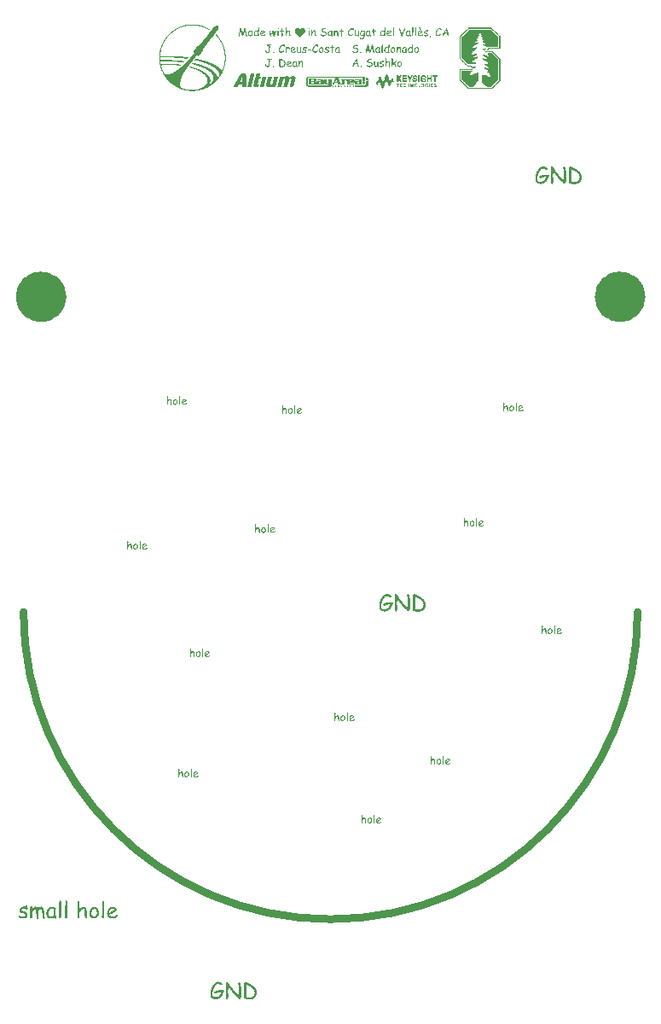
<source format=gto>
G04*
G04 #@! TF.GenerationSoftware,Altium Limited,Altium Designer,18.1.9 (240)*
G04*
G04 Layer_Color=65535*
%FSTAX25Y25*%
%MOIN*%
G70*
G01*
G75*
%ADD10C,0.03000*%
%ADD11C,0.10000*%
G36*
X0587617Y0484874D02*
X058765Y0484869D01*
X0587689Y0484852D01*
X0587728Y048483D01*
X0587761Y0484791D01*
X0587784Y0484741D01*
X0587795Y0484669D01*
Y0484663D01*
Y0484652D01*
Y0484636D01*
Y0484608D01*
Y048458D01*
Y0484541D01*
Y0484497D01*
Y0484447D01*
Y0484336D01*
X0587789Y0484208D01*
Y0484064D01*
X0587784Y0483909D01*
Y0483903D01*
Y0483892D01*
Y048387D01*
Y0483837D01*
Y0483798D01*
X0587778Y0483759D01*
Y0483653D01*
Y0483537D01*
X0587773Y0483409D01*
Y0483276D01*
Y0483148D01*
X0587739Y0482105D01*
Y0482099D01*
Y0482072D01*
Y0482033D01*
Y0481983D01*
X0587734Y0481911D01*
Y0481827D01*
X0587728Y0481728D01*
X0587722Y0481617D01*
Y0481605D01*
X0587717Y0481583D01*
X0587706Y048155D01*
X0587689Y0481517D01*
X0587662Y0481478D01*
X0587628Y0481445D01*
X0587578Y0481422D01*
X0587517Y0481411D01*
X0587506D01*
X0587484Y0481417D01*
X0587451Y0481422D01*
X0587417Y0481439D01*
X0587378Y0481461D01*
X0587345Y04815D01*
X0587323Y048155D01*
X0587312Y0481622D01*
Y0481628D01*
Y0481633D01*
Y048165D01*
Y0481672D01*
Y0481694D01*
Y0481728D01*
Y0481766D01*
X0587317Y0481811D01*
Y0481866D01*
Y0481922D01*
Y0481983D01*
X0587323Y0482049D01*
Y0482127D01*
X0587328Y0482205D01*
Y0482288D01*
X0587334Y0482382D01*
Y0482388D01*
Y0482405D01*
Y0482432D01*
X058734Y0482466D01*
Y048251D01*
Y048256D01*
X0587345Y0482671D01*
X0587351Y0482793D01*
Y0482921D01*
X0587356Y0483043D01*
Y0483098D01*
Y0483148D01*
Y0483154D01*
Y0483165D01*
Y0483182D01*
Y0483209D01*
Y0483237D01*
Y0483276D01*
Y048332D01*
Y048337D01*
X0587362Y0483481D01*
Y0483609D01*
Y0483753D01*
X0587367Y0483909D01*
Y0483914D01*
Y0483925D01*
Y0483953D01*
Y0483981D01*
Y048402D01*
X0587373Y0484064D01*
Y0484164D01*
Y0484281D01*
X0587378Y0484408D01*
Y0484541D01*
Y0484669D01*
Y048468D01*
X0587384Y0484702D01*
X058739Y0484736D01*
X0587406Y0484774D01*
X0587428Y0484813D01*
X0587467Y0484847D01*
X0587517Y0484869D01*
X0587584Y048488D01*
X0587595D01*
X0587617Y0484874D01*
D02*
G37*
G36*
X058946Y0483687D02*
X0589543Y0483676D01*
X0589632Y0483665D01*
X0589726Y0483642D01*
X058982Y0483609D01*
X0589909Y048357D01*
X0589915D01*
X058992Y0483565D01*
X0589954Y0483542D01*
X0589998Y0483509D01*
X0590048Y0483459D01*
X0590098Y0483398D01*
X0590137Y0483326D01*
X059017Y0483237D01*
X0590176Y0483187D01*
X0590181Y0483132D01*
Y0483121D01*
X0590176Y0483098D01*
X059017Y0483054D01*
X0590153Y0483004D01*
X0590126Y0482943D01*
X0590081Y0482882D01*
X059002Y0482815D01*
X0589987Y0482782D01*
X0589943Y0482749D01*
X0589937Y0482743D01*
X058992Y0482732D01*
X0589893Y0482715D01*
X0589848Y0482693D01*
X0589787Y048266D01*
X058971Y0482616D01*
X0589615Y0482571D01*
X0589499Y0482516D01*
X0588699Y0482138D01*
X0588705Y0482133D01*
X0588722Y0482111D01*
X0588744Y0482077D01*
X0588777Y0482038D01*
X0588822Y0481994D01*
X0588871Y048195D01*
X0588927Y0481911D01*
X0588988Y0481872D01*
X0588994Y0481866D01*
X0589021Y0481861D01*
X0589055Y0481844D01*
X0589105Y0481833D01*
X0589165Y0481816D01*
X0589238Y04818D01*
X0589315Y0481794D01*
X0589399Y0481789D01*
X0589426D01*
X0589454Y0481794D01*
X0589493D01*
X0589543Y04818D01*
X0589604Y0481811D01*
X0589665Y0481822D01*
X0589737Y0481839D01*
X0589743D01*
X0589748Y0481844D01*
X0589776Y048185D01*
X058982Y0481866D01*
X058987Y0481888D01*
X058992Y0481916D01*
X0589976Y0481944D01*
X059002Y0481983D01*
X0590054Y0482022D01*
X0590059Y0482027D01*
X0590065Y0482038D01*
X0590098Y0482083D01*
X0590148Y0482122D01*
X0590181Y0482133D01*
X0590209Y0482138D01*
X059022D01*
X0590253Y0482133D01*
X0590292Y0482111D01*
X0590314Y0482099D01*
X0590337Y0482077D01*
X0590342D01*
X0590348Y0482066D01*
X059037Y0482038D01*
X0590386Y0481999D01*
X0590398Y0481977D01*
Y048195D01*
Y0481939D01*
X0590392Y0481911D01*
X0590376Y0481866D01*
X0590353Y0481811D01*
X0590303Y048175D01*
X0590276Y0481716D01*
X0590237Y0481683D01*
X0590198Y0481644D01*
X0590142Y0481611D01*
X0590087Y0481578D01*
X059002Y0481544D01*
X0590015D01*
X0590004Y0481539D01*
X0589987Y0481533D01*
X0589965Y0481522D01*
X0589937Y0481511D01*
X0589904Y04815D01*
X058982Y0481478D01*
X0589726Y048145D01*
X0589621Y0481428D01*
X058951Y0481411D01*
X0589393Y0481406D01*
X0589349D01*
X0589315Y0481411D01*
X0589277D01*
X0589227Y0481417D01*
X0589121Y0481433D01*
X0588999Y0481461D01*
X0588871Y0481506D01*
X0588744Y0481561D01*
X0588627Y0481639D01*
X0588622Y0481644D01*
X0588616Y048165D01*
X0588599Y0481667D01*
X0588577Y0481689D01*
X0588555Y0481716D01*
X0588527Y0481744D01*
X0588499Y0481783D01*
X0588472Y0481827D01*
X0588411Y0481933D01*
X0588361Y048206D01*
X0588339Y0482127D01*
X0588322Y0482205D01*
X0588316Y0482288D01*
X0588311Y0482371D01*
Y0482377D01*
Y0482394D01*
Y0482427D01*
X0588316Y0482466D01*
Y048251D01*
X0588328Y0482566D01*
X0588333Y0482627D01*
X0588344Y0482693D01*
X0588378Y0482838D01*
X0588422Y0482987D01*
X0588488Y0483143D01*
X0588527Y0483215D01*
X0588572Y0483287D01*
X0588577Y0483293D01*
X0588583Y0483304D01*
X0588599Y0483326D01*
X0588627Y0483348D01*
X0588655Y0483382D01*
X0588688Y0483415D01*
X0588727Y0483454D01*
X0588777Y0483493D01*
X0588827Y0483526D01*
X0588888Y0483565D01*
X0589016Y0483631D01*
X0589088Y0483653D01*
X0589165Y0483676D01*
X0589249Y0483687D01*
X0589338Y0483692D01*
X0589399D01*
X058946Y0483687D01*
D02*
G37*
G36*
X0585991Y048367D02*
X0586024Y0483665D01*
X0586063Y0483653D01*
X0586157Y0483626D01*
X0586207Y0483609D01*
X0586263Y0483581D01*
X0586313Y0483548D01*
X0586368Y0483515D01*
X0586418Y0483465D01*
X0586468Y0483415D01*
X0586513Y0483354D01*
X0586557Y0483287D01*
Y0483282D01*
X0586563Y048327D01*
X0586574Y0483254D01*
X0586585Y0483232D01*
X0586596Y0483204D01*
X0586613Y0483165D01*
X0586629Y0483126D01*
X058664Y0483076D01*
X0586674Y0482971D01*
X0586701Y0482843D01*
X0586718Y0482699D01*
X0586724Y0482543D01*
Y0482538D01*
Y0482521D01*
Y0482499D01*
X0586718Y0482466D01*
X0586712Y0482427D01*
X0586707Y0482377D01*
X0586701Y0482327D01*
X058669Y0482271D01*
X0586657Y0482144D01*
X0586618Y0482011D01*
X0586557Y0481877D01*
X0586479Y048175D01*
X0586474Y0481744D01*
X0586468Y0481733D01*
X0586452Y0481716D01*
X0586429Y0481694D01*
X0586402Y0481661D01*
X0586368Y0481633D01*
X0586291Y0481567D01*
X0586185Y0481494D01*
X0586063Y0481439D01*
X0585996Y0481411D01*
X0585924Y0481394D01*
X0585847Y0481383D01*
X0585763Y0481378D01*
X058573D01*
X0585702Y0481383D01*
X0585675D01*
X0585641Y0481389D01*
X0585558Y0481411D01*
X0585464Y0481439D01*
X0585358Y0481483D01*
X0585258Y048155D01*
X0585208Y0481589D01*
X0585158Y0481633D01*
X0585153Y0481639D01*
X0585147Y0481644D01*
X0585131Y0481661D01*
X0585114Y0481689D01*
X0585092Y0481716D01*
X058507Y048175D01*
X0585042Y0481794D01*
X0585014Y0481839D01*
X0584986Y0481894D01*
X0584964Y048195D01*
X0584914Y0482083D01*
X0584881Y0482238D01*
X058487Y0482321D01*
X0584864Y048241D01*
Y0482416D01*
Y0482432D01*
Y0482455D01*
Y0482488D01*
X058487Y0482532D01*
X0584875Y0482582D01*
X0584881Y0482632D01*
X0584887Y0482693D01*
X0584914Y0482827D01*
X0584959Y0482965D01*
X058502Y048311D01*
X0585059Y0483182D01*
X0585103Y0483248D01*
X0585109Y0483254D01*
X0585114Y0483265D01*
X0585136Y0483287D01*
X0585158Y0483315D01*
X0585186Y0483348D01*
X0585225Y0483382D01*
X0585264Y048342D01*
X0585314Y0483465D01*
X0585369Y0483503D01*
X058543Y0483542D01*
X0585497Y0483576D01*
X0585569Y0483609D01*
X0585652Y0483637D01*
X0585736Y0483659D01*
X0585824Y048367D01*
X0585919Y0483676D01*
X0585958D01*
X0585991Y048367D01*
D02*
G37*
G36*
X0582794Y0484852D02*
X0582828Y0484841D01*
X0582866Y0484819D01*
X05829Y0484786D01*
X0582927Y0484736D01*
X0582944Y0484675D01*
Y0484663D01*
X0582949Y0484641D01*
X0582955Y0484602D01*
X0582961Y0484552D01*
X0582966Y0484497D01*
X0582972Y0484436D01*
X0582977Y0484308D01*
Y0484297D01*
Y0484269D01*
Y0484225D01*
Y0484169D01*
X0582972Y0484103D01*
Y0484025D01*
X0582966Y0483942D01*
X0582961Y0483853D01*
Y0483842D01*
Y0483814D01*
X0582955Y048377D01*
Y0483709D01*
Y0483642D01*
X0582949Y0483565D01*
Y0483481D01*
Y0483393D01*
X0582955Y0483209D01*
X0582961Y048322D01*
X0582983Y0483248D01*
X0583022Y0483287D01*
X0583066Y0483337D01*
X0583122Y0483393D01*
X0583183Y0483448D01*
X0583249Y0483503D01*
X0583321Y0483554D01*
X0583332Y0483559D01*
X0583355Y048357D01*
X0583393Y0483592D01*
X0583449Y0483614D01*
X058351Y0483631D01*
X0583577Y0483653D01*
X0583654Y0483665D01*
X0583738Y048367D01*
X0583771D01*
X0583793Y0483665D01*
X0583854Y0483659D01*
X0583932Y0483642D01*
X058401Y0483614D01*
X0584087Y0483576D01*
X058416Y048352D01*
X0584221Y0483442D01*
X0584226Y0483437D01*
X0584237Y0483409D01*
X0584248Y048337D01*
X0584265Y0483315D01*
X0584287Y0483243D01*
X0584304Y0483148D01*
X0584315Y0483037D01*
X0584326Y0482904D01*
X0584337Y0482499D01*
X0584381Y0482066D01*
Y0482055D01*
X0584387Y0482022D01*
X0584393Y0481977D01*
X0584398Y0481916D01*
X0584409Y048185D01*
X058442Y0481777D01*
X0584437Y0481705D01*
X0584448Y0481633D01*
Y0481628D01*
X0584454Y0481611D01*
X0584459Y0481589D01*
Y0481572D01*
Y0481567D01*
Y0481561D01*
X0584454Y0481522D01*
X0584431Y0481478D01*
X0584415Y0481456D01*
X0584393Y0481433D01*
X0584381Y0481422D01*
X0584354Y0481406D01*
X0584304Y0481383D01*
X0584276Y0481378D01*
X0584243Y0481372D01*
X0584221D01*
X0584193Y0481383D01*
X0584165Y0481394D01*
X0584132Y0481411D01*
X0584098Y0481439D01*
X0584071Y0481478D01*
X0584048Y0481528D01*
Y0481533D01*
X0584043Y0481561D01*
X0584032Y04816D01*
X0584021Y0481655D01*
X0584004Y0481722D01*
X0583987Y0481805D01*
X0583976Y0481905D01*
X058396Y0482016D01*
Y0482022D01*
Y0482027D01*
X0583954Y0482044D01*
Y0482066D01*
X0583949Y0482122D01*
X0583943Y0482194D01*
X0583937Y0482271D01*
X0583932Y048236D01*
X0583926Y0482444D01*
Y0482521D01*
Y0482532D01*
Y048256D01*
Y048261D01*
X0583932Y0482643D01*
Y0482682D01*
Y0482688D01*
Y0482699D01*
Y0482721D01*
X0583937Y0482749D01*
Y0482804D01*
Y0482827D01*
Y0482849D01*
Y0482854D01*
Y0482865D01*
Y0482888D01*
X0583932Y048291D01*
X0583926Y0482976D01*
X0583915Y0483048D01*
X0583887Y0483121D01*
X0583854Y0483187D01*
X0583832Y0483209D01*
X0583804Y0483232D01*
X0583771Y0483243D01*
X0583738Y0483248D01*
X0583727D01*
X0583693Y0483243D01*
X0583643Y0483237D01*
X0583577Y048322D01*
X0583505Y0483187D01*
X0583427Y0483143D01*
X0583344Y0483087D01*
X0583299Y0483048D01*
X058326Y0483004D01*
X0583255Y0482999D01*
X0583244Y0482976D01*
X0583216Y0482943D01*
X0583183Y0482899D01*
X0583144Y0482832D01*
X0583094Y0482749D01*
X0583038Y0482649D01*
X0582972Y0482532D01*
Y0482521D01*
Y0482499D01*
Y0482455D01*
Y0482405D01*
Y0482344D01*
X0582966Y0482271D01*
Y0482194D01*
Y0482111D01*
X0582955Y048195D01*
X0582949Y0481866D01*
X0582944Y0481794D01*
X0582938Y0481722D01*
X0582927Y0481667D01*
X0582916Y0481617D01*
X0582905Y0481583D01*
Y0481578D01*
X0582894Y0481561D01*
X0582877Y0481544D01*
X0582861Y0481522D01*
X0582833Y0481494D01*
X05828Y0481478D01*
X0582761Y0481461D01*
X0582716Y0481456D01*
X05827D01*
X0582683Y0481461D01*
X0582666D01*
X0582611Y0481478D01*
X0582561Y0481511D01*
Y0481517D01*
X058255Y0481522D01*
X0582533Y048155D01*
X0582511Y04816D01*
X0582506Y0481628D01*
X05825Y0481655D01*
Y0481661D01*
Y0481678D01*
X0582506Y0481705D01*
X0582517Y0481744D01*
Y048175D01*
X0582522Y0481755D01*
Y0481777D01*
X0582528Y0481805D01*
Y0481844D01*
X0582533Y04819D01*
X0582539Y0481966D01*
Y0482055D01*
X0582544Y0482366D01*
X0582555Y0483903D01*
Y0483909D01*
Y0483914D01*
Y0483948D01*
X0582561Y0483992D01*
Y0484048D01*
Y0484103D01*
X0582567Y0484164D01*
Y0484214D01*
Y0484258D01*
Y0484264D01*
Y0484275D01*
Y0484297D01*
Y0484325D01*
X0582555Y0484386D01*
X0582544Y0484458D01*
Y0484464D01*
Y0484475D01*
X0582539Y0484491D01*
Y0484519D01*
X0582533Y048458D01*
X0582528Y0484658D01*
Y0484663D01*
Y0484675D01*
X0582533Y0484708D01*
X0582555Y0484758D01*
X0582567Y048478D01*
X0582589Y0484802D01*
X0582594Y0484808D01*
X05826Y0484813D01*
X0582633Y0484835D01*
X0582678Y0484852D01*
X0582705Y0484863D01*
X0582766D01*
X0582794Y0484852D01*
D02*
G37*
G36*
X0557117Y0526874D02*
X055715Y0526869D01*
X0557189Y0526852D01*
X0557228Y052683D01*
X0557261Y0526791D01*
X0557284Y0526741D01*
X0557295Y0526669D01*
Y0526663D01*
Y0526652D01*
Y0526636D01*
Y0526608D01*
Y052658D01*
Y0526541D01*
Y0526497D01*
Y0526447D01*
Y0526336D01*
X0557289Y0526208D01*
Y0526064D01*
X0557284Y0525909D01*
Y0525903D01*
Y0525892D01*
Y052587D01*
Y0525837D01*
Y0525798D01*
X0557278Y0525759D01*
Y0525653D01*
Y0525537D01*
X0557272Y0525409D01*
Y0525276D01*
Y0525148D01*
X0557239Y0524105D01*
Y0524099D01*
Y0524072D01*
Y0524033D01*
Y0523983D01*
X0557234Y0523911D01*
Y0523828D01*
X0557228Y0523728D01*
X0557223Y0523617D01*
Y0523605D01*
X0557217Y0523583D01*
X0557206Y052355D01*
X0557189Y0523517D01*
X0557162Y0523478D01*
X0557128Y0523445D01*
X0557078Y0523422D01*
X0557017Y0523411D01*
X0557006D01*
X0556984Y0523417D01*
X0556951Y0523422D01*
X0556917Y0523439D01*
X0556878Y0523461D01*
X0556845Y05235D01*
X0556823Y052355D01*
X0556812Y0523622D01*
Y0523628D01*
Y0523633D01*
Y052365D01*
Y0523672D01*
Y0523694D01*
Y0523728D01*
Y0523766D01*
X0556817Y0523811D01*
Y0523866D01*
Y0523922D01*
Y0523983D01*
X0556823Y0524049D01*
Y0524127D01*
X0556828Y0524205D01*
Y0524288D01*
X0556834Y0524382D01*
Y0524388D01*
Y0524405D01*
Y0524432D01*
X055684Y0524466D01*
Y052451D01*
Y052456D01*
X0556845Y0524671D01*
X0556851Y0524793D01*
Y0524921D01*
X0556856Y0525043D01*
Y0525098D01*
Y0525148D01*
Y0525154D01*
Y0525165D01*
Y0525182D01*
Y0525209D01*
Y0525237D01*
Y0525276D01*
Y052532D01*
Y052537D01*
X0556862Y0525481D01*
Y0525609D01*
Y0525753D01*
X0556867Y0525909D01*
Y0525914D01*
Y0525925D01*
Y0525953D01*
Y0525981D01*
Y052602D01*
X0556873Y0526064D01*
Y0526164D01*
Y0526281D01*
X0556878Y0526408D01*
Y0526541D01*
Y0526669D01*
Y052668D01*
X0556884Y0526702D01*
X0556889Y0526736D01*
X0556906Y0526775D01*
X0556928Y0526813D01*
X0556967Y0526847D01*
X0557017Y0526869D01*
X0557084Y052688D01*
X0557095D01*
X0557117Y0526874D01*
D02*
G37*
G36*
X055896Y0525687D02*
X0559043Y0525676D01*
X0559132Y0525665D01*
X0559226Y0525642D01*
X055932Y0525609D01*
X0559409Y052557D01*
X0559415D01*
X055942Y0525565D01*
X0559454Y0525542D01*
X0559498Y0525509D01*
X0559548Y0525459D01*
X0559598Y0525398D01*
X0559637Y0525326D01*
X055967Y0525237D01*
X0559676Y0525187D01*
X0559681Y0525132D01*
Y0525121D01*
X0559676Y0525098D01*
X055967Y0525054D01*
X0559653Y0525004D01*
X0559626Y0524943D01*
X0559581Y0524882D01*
X055952Y0524815D01*
X0559487Y0524782D01*
X0559443Y0524749D01*
X0559437Y0524743D01*
X055942Y0524732D01*
X0559393Y0524715D01*
X0559348Y0524693D01*
X0559287Y052466D01*
X0559209Y0524615D01*
X0559115Y0524571D01*
X0558998Y0524516D01*
X0558199Y0524138D01*
X0558205Y0524133D01*
X0558222Y0524111D01*
X0558244Y0524077D01*
X0558277Y0524038D01*
X0558322Y0523994D01*
X0558371Y0523949D01*
X0558427Y0523911D01*
X0558488Y0523872D01*
X0558494Y0523866D01*
X0558521Y0523861D01*
X0558555Y0523844D01*
X0558604Y0523833D01*
X0558666Y0523816D01*
X0558738Y05238D01*
X0558815Y0523794D01*
X0558899Y0523789D01*
X0558926D01*
X0558954Y0523794D01*
X0558993D01*
X0559043Y05238D01*
X0559104Y0523811D01*
X0559165Y0523822D01*
X0559237Y0523839D01*
X0559243D01*
X0559248Y0523844D01*
X0559276Y052385D01*
X055932Y0523866D01*
X055937Y0523888D01*
X055942Y0523916D01*
X0559476Y0523944D01*
X055952Y0523983D01*
X0559553Y0524022D01*
X0559559Y0524027D01*
X0559565Y0524038D01*
X0559598Y0524083D01*
X0559648Y0524122D01*
X0559681Y0524133D01*
X0559709Y0524138D01*
X055972D01*
X0559753Y0524133D01*
X0559792Y0524111D01*
X0559814Y0524099D01*
X0559837Y0524077D01*
X0559842D01*
X0559848Y0524066D01*
X055987Y0524038D01*
X0559887Y0524D01*
X0559898Y0523977D01*
Y0523949D01*
Y0523939D01*
X0559892Y0523911D01*
X0559875Y0523866D01*
X0559853Y0523811D01*
X0559803Y052375D01*
X0559776Y0523716D01*
X0559737Y0523683D01*
X0559698Y0523644D01*
X0559642Y0523611D01*
X0559587Y0523578D01*
X055952Y0523544D01*
X0559515D01*
X0559504Y0523539D01*
X0559487Y0523533D01*
X0559465Y0523522D01*
X0559437Y0523511D01*
X0559404Y05235D01*
X055932Y0523478D01*
X0559226Y052345D01*
X0559121Y0523428D01*
X055901Y0523411D01*
X0558893Y0523406D01*
X0558849D01*
X0558815Y0523411D01*
X0558777D01*
X0558727Y0523417D01*
X0558621Y0523433D01*
X0558499Y0523461D01*
X0558371Y0523506D01*
X0558244Y0523561D01*
X0558127Y0523639D01*
X0558122Y0523644D01*
X0558116Y052365D01*
X0558099Y0523666D01*
X0558077Y0523689D01*
X0558055Y0523716D01*
X0558027Y0523744D01*
X0558Y0523783D01*
X0557972Y0523828D01*
X0557911Y0523933D01*
X0557861Y052406D01*
X0557839Y0524127D01*
X0557822Y0524205D01*
X0557816Y0524288D01*
X0557811Y0524371D01*
Y0524377D01*
Y0524394D01*
Y0524427D01*
X0557816Y0524466D01*
Y052451D01*
X0557828Y0524566D01*
X0557833Y0524627D01*
X0557844Y0524693D01*
X0557877Y0524838D01*
X0557922Y0524987D01*
X0557989Y0525143D01*
X0558027Y0525215D01*
X0558072Y0525287D01*
X0558077Y0525293D01*
X0558083Y0525304D01*
X0558099Y0525326D01*
X0558127Y0525348D01*
X0558155Y0525382D01*
X0558188Y0525415D01*
X0558227Y0525454D01*
X0558277Y0525492D01*
X0558327Y0525526D01*
X0558388Y0525565D01*
X0558516Y0525631D01*
X0558588Y0525653D01*
X0558666Y0525676D01*
X0558749Y0525687D01*
X0558838Y0525692D01*
X0558899D01*
X055896Y0525687D01*
D02*
G37*
G36*
X0555491Y052567D02*
X0555524Y0525665D01*
X0555563Y0525653D01*
X0555657Y0525626D01*
X0555707Y0525609D01*
X0555763Y0525581D01*
X0555813Y0525548D01*
X0555868Y0525515D01*
X0555918Y0525465D01*
X0555968Y0525415D01*
X0556013Y0525354D01*
X0556057Y0525287D01*
Y0525281D01*
X0556063Y052527D01*
X0556074Y0525254D01*
X0556085Y0525232D01*
X0556096Y0525204D01*
X0556113Y0525165D01*
X0556129Y0525126D01*
X055614Y0525076D01*
X0556174Y0524971D01*
X0556201Y0524843D01*
X0556218Y0524699D01*
X0556223Y0524543D01*
Y0524538D01*
Y0524521D01*
Y0524499D01*
X0556218Y0524466D01*
X0556212Y0524427D01*
X0556207Y0524377D01*
X0556201Y0524327D01*
X055619Y0524271D01*
X0556157Y0524144D01*
X0556118Y0524011D01*
X0556057Y0523877D01*
X0555979Y052375D01*
X0555974Y0523744D01*
X0555968Y0523733D01*
X0555952Y0523716D01*
X0555929Y0523694D01*
X0555902Y0523661D01*
X0555868Y0523633D01*
X0555791Y0523567D01*
X0555685Y0523494D01*
X0555563Y0523439D01*
X0555497Y0523411D01*
X0555424Y0523394D01*
X0555347Y0523383D01*
X0555263Y0523378D01*
X055523D01*
X0555202Y0523383D01*
X0555175D01*
X0555141Y0523389D01*
X0555058Y0523411D01*
X0554964Y0523439D01*
X0554858Y0523483D01*
X0554758Y052355D01*
X0554708Y0523589D01*
X0554658Y0523633D01*
X0554653Y0523639D01*
X0554647Y0523644D01*
X0554631Y0523661D01*
X0554614Y0523689D01*
X0554592Y0523716D01*
X055457Y052375D01*
X0554542Y0523794D01*
X0554514Y0523839D01*
X0554486Y0523894D01*
X0554464Y0523949D01*
X0554414Y0524083D01*
X0554381Y0524238D01*
X055437Y0524321D01*
X0554364Y052441D01*
Y0524416D01*
Y0524432D01*
Y0524455D01*
Y0524488D01*
X055437Y0524532D01*
X0554375Y0524582D01*
X0554381Y0524632D01*
X0554387Y0524693D01*
X0554414Y0524826D01*
X0554459Y0524965D01*
X055452Y0525109D01*
X0554559Y0525182D01*
X0554603Y0525248D01*
X0554608Y0525254D01*
X0554614Y0525265D01*
X0554636Y0525287D01*
X0554658Y0525315D01*
X0554686Y0525348D01*
X0554725Y0525382D01*
X0554764Y052542D01*
X0554814Y0525465D01*
X0554869Y0525503D01*
X055493Y0525542D01*
X0554997Y0525576D01*
X0555069Y0525609D01*
X0555152Y0525637D01*
X0555236Y0525659D01*
X0555324Y052567D01*
X0555419Y0525676D01*
X0555458D01*
X0555491Y052567D01*
D02*
G37*
G36*
X0552294Y0526852D02*
X0552327Y0526841D01*
X0552366Y0526819D01*
X05524Y0526786D01*
X0552427Y0526736D01*
X0552444Y0526675D01*
Y0526663D01*
X055245Y0526641D01*
X0552455Y0526603D01*
X0552461Y0526552D01*
X0552466Y0526497D01*
X0552472Y0526436D01*
X0552477Y0526308D01*
Y0526297D01*
Y0526269D01*
Y0526225D01*
Y0526169D01*
X0552472Y0526103D01*
Y0526025D01*
X0552466Y0525942D01*
X0552461Y0525853D01*
Y0525842D01*
Y0525814D01*
X0552455Y052577D01*
Y0525709D01*
Y0525642D01*
X055245Y0525565D01*
Y0525481D01*
Y0525393D01*
X0552455Y0525209D01*
X0552461Y052522D01*
X0552483Y0525248D01*
X0552522Y0525287D01*
X0552566Y0525337D01*
X0552622Y0525393D01*
X0552683Y0525448D01*
X0552749Y0525503D01*
X0552821Y0525554D01*
X0552833Y0525559D01*
X0552855Y052557D01*
X0552893Y0525592D01*
X0552949Y0525615D01*
X055301Y0525631D01*
X0553077Y0525653D01*
X0553154Y0525665D01*
X0553238Y052567D01*
X0553271D01*
X0553293Y0525665D01*
X0553354Y0525659D01*
X0553432Y0525642D01*
X055351Y0525615D01*
X0553587Y0525576D01*
X0553659Y052552D01*
X0553721Y0525443D01*
X0553726Y0525437D01*
X0553737Y0525409D01*
X0553748Y052537D01*
X0553765Y0525315D01*
X0553787Y0525243D01*
X0553804Y0525148D01*
X0553815Y0525037D01*
X0553826Y0524904D01*
X0553837Y0524499D01*
X0553882Y0524066D01*
Y0524055D01*
X0553887Y0524022D01*
X0553893Y0523977D01*
X0553898Y0523916D01*
X0553909Y052385D01*
X055392Y0523777D01*
X0553937Y0523705D01*
X0553948Y0523633D01*
Y0523628D01*
X0553954Y0523611D01*
X0553959Y0523589D01*
Y0523572D01*
Y0523567D01*
Y0523561D01*
X0553954Y0523522D01*
X0553931Y0523478D01*
X0553915Y0523456D01*
X0553893Y0523433D01*
X0553882Y0523422D01*
X0553854Y0523406D01*
X0553804Y0523383D01*
X0553776Y0523378D01*
X0553743Y0523372D01*
X0553721D01*
X0553693Y0523383D01*
X0553665Y0523394D01*
X0553632Y0523411D01*
X0553598Y0523439D01*
X0553571Y0523478D01*
X0553548Y0523528D01*
Y0523533D01*
X0553543Y0523561D01*
X0553532Y05236D01*
X0553521Y0523655D01*
X0553504Y0523722D01*
X0553487Y0523805D01*
X0553476Y0523905D01*
X055346Y0524016D01*
Y0524022D01*
Y0524027D01*
X0553454Y0524044D01*
Y0524066D01*
X0553448Y0524122D01*
X0553443Y0524194D01*
X0553437Y0524271D01*
X0553432Y052436D01*
X0553426Y0524443D01*
Y0524521D01*
Y0524532D01*
Y052456D01*
Y052461D01*
X0553432Y0524643D01*
Y0524682D01*
Y0524688D01*
Y0524699D01*
Y0524721D01*
X0553437Y0524749D01*
Y0524804D01*
Y0524826D01*
Y0524849D01*
Y0524854D01*
Y0524865D01*
Y0524888D01*
X0553432Y052491D01*
X0553426Y0524976D01*
X0553415Y0525048D01*
X0553387Y0525121D01*
X0553354Y0525187D01*
X0553332Y0525209D01*
X0553304Y0525232D01*
X0553271Y0525243D01*
X0553238Y0525248D01*
X0553227D01*
X0553193Y0525243D01*
X0553143Y0525237D01*
X0553077Y052522D01*
X0553005Y0525187D01*
X0552927Y0525143D01*
X0552844Y0525087D01*
X0552799Y0525048D01*
X055276Y0525004D01*
X0552755Y0524999D01*
X0552744Y0524976D01*
X0552716Y0524943D01*
X0552683Y0524899D01*
X0552644Y0524832D01*
X0552594Y0524749D01*
X0552538Y0524649D01*
X0552472Y0524532D01*
Y0524521D01*
Y0524499D01*
Y0524455D01*
Y0524405D01*
Y0524344D01*
X0552466Y0524271D01*
Y0524194D01*
Y0524111D01*
X0552455Y0523949D01*
X055245Y0523866D01*
X0552444Y0523794D01*
X0552438Y0523722D01*
X0552427Y0523666D01*
X0552416Y0523617D01*
X0552405Y0523583D01*
Y0523578D01*
X0552394Y0523561D01*
X0552377Y0523544D01*
X0552361Y0523522D01*
X0552333Y0523494D01*
X05523Y0523478D01*
X0552261Y0523461D01*
X0552216Y0523456D01*
X05522D01*
X0552183Y0523461D01*
X0552167D01*
X0552111Y0523478D01*
X0552061Y0523511D01*
Y0523517D01*
X055205Y0523522D01*
X0552033Y052355D01*
X0552011Y05236D01*
X0552006Y0523628D01*
X0552Y0523655D01*
Y0523661D01*
Y0523678D01*
X0552006Y0523705D01*
X0552017Y0523744D01*
Y052375D01*
X0552022Y0523755D01*
Y0523777D01*
X0552028Y0523805D01*
Y0523844D01*
X0552033Y05239D01*
X0552039Y0523966D01*
Y0524055D01*
X0552044Y0524366D01*
X0552056Y0525903D01*
Y0525909D01*
Y0525914D01*
Y0525948D01*
X0552061Y0525992D01*
Y0526048D01*
Y0526103D01*
X0552067Y0526164D01*
Y0526214D01*
Y0526258D01*
Y0526264D01*
Y0526275D01*
Y0526297D01*
Y0526325D01*
X0552056Y0526386D01*
X0552044Y0526458D01*
Y0526464D01*
Y0526475D01*
X0552039Y0526491D01*
Y0526519D01*
X0552033Y052658D01*
X0552028Y0526658D01*
Y0526663D01*
Y0526675D01*
X0552033Y0526708D01*
X0552056Y0526758D01*
X0552067Y052678D01*
X0552089Y0526802D01*
X0552094Y0526808D01*
X05521Y0526813D01*
X0552133Y0526835D01*
X0552178Y0526852D01*
X0552205Y0526863D01*
X0552266D01*
X0552294Y0526852D01*
D02*
G37*
G36*
X0572617Y0571874D02*
X057265Y0571869D01*
X0572689Y0571852D01*
X0572728Y057183D01*
X0572761Y0571791D01*
X0572784Y0571741D01*
X0572795Y0571669D01*
Y0571664D01*
Y0571652D01*
Y0571636D01*
Y0571608D01*
Y057158D01*
Y0571541D01*
Y0571497D01*
Y0571447D01*
Y0571336D01*
X0572789Y0571208D01*
Y0571064D01*
X0572784Y0570909D01*
Y0570903D01*
Y0570892D01*
Y057087D01*
Y0570836D01*
Y0570798D01*
X0572778Y0570759D01*
Y0570653D01*
Y0570537D01*
X0572773Y0570409D01*
Y0570276D01*
Y0570148D01*
X0572739Y0569105D01*
Y0569099D01*
Y0569072D01*
Y0569033D01*
Y0568983D01*
X0572734Y0568911D01*
Y0568827D01*
X0572728Y0568727D01*
X0572722Y0568617D01*
Y0568606D01*
X0572717Y0568583D01*
X0572706Y056855D01*
X0572689Y0568517D01*
X0572661Y0568478D01*
X0572628Y0568444D01*
X0572578Y0568422D01*
X0572517Y0568411D01*
X0572506D01*
X0572484Y0568417D01*
X0572451Y0568422D01*
X0572417Y0568439D01*
X0572378Y0568461D01*
X0572345Y05685D01*
X0572323Y056855D01*
X0572312Y0568622D01*
Y0568628D01*
Y0568633D01*
Y056865D01*
Y0568672D01*
Y0568694D01*
Y0568727D01*
Y0568766D01*
X0572317Y0568811D01*
Y0568866D01*
Y0568922D01*
Y0568983D01*
X0572323Y0569049D01*
Y0569127D01*
X0572329Y0569205D01*
Y0569288D01*
X0572334Y0569382D01*
Y0569388D01*
Y0569405D01*
Y0569432D01*
X057234Y0569466D01*
Y056951D01*
Y056956D01*
X0572345Y0569671D01*
X0572351Y0569793D01*
Y0569921D01*
X0572356Y0570043D01*
Y0570098D01*
Y0570148D01*
Y0570154D01*
Y0570165D01*
Y0570182D01*
Y0570209D01*
Y0570237D01*
Y0570276D01*
Y057032D01*
Y057037D01*
X0572362Y0570481D01*
Y0570609D01*
Y0570753D01*
X0572367Y0570909D01*
Y0570914D01*
Y0570925D01*
Y0570953D01*
Y0570981D01*
Y057102D01*
X0572373Y0571064D01*
Y0571164D01*
Y0571281D01*
X0572378Y0571408D01*
Y0571541D01*
Y0571669D01*
Y057168D01*
X0572384Y0571702D01*
X057239Y0571736D01*
X0572406Y0571774D01*
X0572428Y0571813D01*
X0572467Y0571847D01*
X0572517Y0571869D01*
X0572584Y057188D01*
X0572595D01*
X0572617Y0571874D01*
D02*
G37*
G36*
X057446Y0570687D02*
X0574543Y0570676D01*
X0574632Y0570665D01*
X0574726Y0570642D01*
X057482Y0570609D01*
X0574909Y057057D01*
X0574915D01*
X057492Y0570565D01*
X0574954Y0570542D01*
X0574998Y0570509D01*
X0575048Y0570459D01*
X0575098Y0570398D01*
X0575137Y0570326D01*
X057517Y0570237D01*
X0575176Y0570187D01*
X0575181Y0570132D01*
Y0570121D01*
X0575176Y0570098D01*
X057517Y0570054D01*
X0575153Y0570004D01*
X0575126Y0569943D01*
X0575081Y0569882D01*
X057502Y0569815D01*
X0574987Y0569782D01*
X0574943Y0569749D01*
X0574937Y0569743D01*
X057492Y0569732D01*
X0574893Y0569715D01*
X0574848Y0569693D01*
X0574787Y056966D01*
X057471Y0569616D01*
X0574615Y0569571D01*
X0574499Y0569516D01*
X0573699Y0569138D01*
X0573705Y0569133D01*
X0573722Y056911D01*
X0573744Y0569077D01*
X0573777Y0569038D01*
X0573821Y0568994D01*
X0573871Y056895D01*
X0573927Y0568911D01*
X0573988Y0568872D01*
X0573993Y0568866D01*
X0574021Y0568861D01*
X0574055Y0568844D01*
X0574104Y0568833D01*
X0574165Y0568816D01*
X0574238Y05688D01*
X0574315Y0568794D01*
X0574399Y0568789D01*
X0574426D01*
X0574454Y0568794D01*
X0574493D01*
X0574543Y05688D01*
X0574604Y0568811D01*
X0574665Y0568822D01*
X0574737Y0568839D01*
X0574743D01*
X0574748Y0568844D01*
X0574776Y056885D01*
X057482Y0568866D01*
X057487Y0568889D01*
X057492Y0568916D01*
X0574976Y0568944D01*
X057502Y0568983D01*
X0575054Y0569022D01*
X0575059Y0569027D01*
X0575065Y0569038D01*
X0575098Y0569083D01*
X0575148Y0569122D01*
X0575181Y0569133D01*
X0575209Y0569138D01*
X057522D01*
X0575253Y0569133D01*
X0575292Y056911D01*
X0575314Y0569099D01*
X0575337Y0569077D01*
X0575342D01*
X0575348Y0569066D01*
X057537Y0569038D01*
X0575386Y0568999D01*
X0575398Y0568977D01*
Y056895D01*
Y0568938D01*
X0575392Y0568911D01*
X0575376Y0568866D01*
X0575353Y0568811D01*
X0575303Y056875D01*
X0575276Y0568716D01*
X0575237Y0568683D01*
X0575198Y0568644D01*
X0575142Y0568611D01*
X0575087Y0568578D01*
X057502Y0568544D01*
X0575015D01*
X0575004Y0568539D01*
X0574987Y0568533D01*
X0574965Y0568522D01*
X0574937Y0568511D01*
X0574904Y05685D01*
X057482Y0568478D01*
X0574726Y056845D01*
X0574621Y0568428D01*
X057451Y0568411D01*
X0574393Y0568406D01*
X0574349D01*
X0574315Y0568411D01*
X0574277D01*
X0574227Y0568417D01*
X0574121Y0568433D01*
X0573999Y0568461D01*
X0573871Y0568506D01*
X0573744Y0568561D01*
X0573627Y0568639D01*
X0573622Y0568644D01*
X0573616Y056865D01*
X0573599Y0568667D01*
X0573577Y0568689D01*
X0573555Y0568716D01*
X0573527Y0568744D01*
X0573499Y0568783D01*
X0573472Y0568827D01*
X0573411Y0568933D01*
X0573361Y0569061D01*
X0573339Y0569127D01*
X0573322Y0569205D01*
X0573316Y0569288D01*
X0573311Y0569371D01*
Y0569377D01*
Y0569393D01*
Y0569427D01*
X0573316Y0569466D01*
Y056951D01*
X0573327Y0569566D01*
X0573333Y0569627D01*
X0573344Y0569693D01*
X0573378Y0569838D01*
X0573422Y0569987D01*
X0573489Y0570143D01*
X0573527Y0570215D01*
X0573572Y0570287D01*
X0573577Y0570293D01*
X0573583Y0570304D01*
X0573599Y0570326D01*
X0573627Y0570348D01*
X0573655Y0570381D01*
X0573688Y0570415D01*
X0573727Y0570454D01*
X0573777Y0570493D01*
X0573827Y0570526D01*
X0573888Y0570565D01*
X0574016Y0570631D01*
X0574088Y0570653D01*
X0574165Y0570676D01*
X0574249Y0570687D01*
X0574338Y0570692D01*
X0574399D01*
X057446Y0570687D01*
D02*
G37*
G36*
X0570991Y057067D02*
X0571024Y0570665D01*
X0571063Y0570653D01*
X0571157Y0570626D01*
X0571207Y0570609D01*
X0571263Y0570581D01*
X0571313Y0570548D01*
X0571368Y0570515D01*
X0571418Y0570465D01*
X0571468Y0570415D01*
X0571513Y0570354D01*
X0571557Y0570287D01*
Y0570282D01*
X0571563Y057027D01*
X0571574Y0570254D01*
X0571585Y0570232D01*
X0571596Y0570204D01*
X0571613Y0570165D01*
X0571629Y0570126D01*
X057164Y0570076D01*
X0571674Y0569971D01*
X0571701Y0569843D01*
X0571718Y0569699D01*
X0571724Y0569543D01*
Y0569538D01*
Y0569521D01*
Y0569499D01*
X0571718Y0569466D01*
X0571712Y0569427D01*
X0571707Y0569377D01*
X0571701Y0569327D01*
X057169Y0569272D01*
X0571657Y0569144D01*
X0571618Y0569011D01*
X0571557Y0568877D01*
X0571479Y056875D01*
X0571474Y0568744D01*
X0571468Y0568733D01*
X0571452Y0568716D01*
X0571429Y0568694D01*
X0571402Y0568661D01*
X0571368Y0568633D01*
X0571291Y0568567D01*
X0571185Y0568494D01*
X0571063Y0568439D01*
X0570997Y0568411D01*
X0570924Y0568395D01*
X0570847Y0568383D01*
X0570763Y0568378D01*
X057073D01*
X0570702Y0568383D01*
X0570675D01*
X0570641Y0568389D01*
X0570558Y0568411D01*
X0570464Y0568439D01*
X0570358Y0568483D01*
X0570258Y056855D01*
X0570208Y0568589D01*
X0570158Y0568633D01*
X0570153Y0568639D01*
X0570147Y0568644D01*
X0570131Y0568661D01*
X0570114Y0568689D01*
X0570092Y0568716D01*
X057007Y056875D01*
X0570042Y0568794D01*
X0570014Y0568839D01*
X0569986Y0568894D01*
X0569964Y056895D01*
X0569914Y0569083D01*
X0569881Y0569238D01*
X056987Y0569321D01*
X0569864Y056941D01*
Y0569416D01*
Y0569432D01*
Y0569455D01*
Y0569488D01*
X056987Y0569532D01*
X0569875Y0569582D01*
X0569881Y0569632D01*
X0569886Y0569693D01*
X0569914Y0569827D01*
X0569959Y0569965D01*
X057002Y057011D01*
X0570059Y0570182D01*
X0570103Y0570248D01*
X0570109Y0570254D01*
X0570114Y0570265D01*
X0570136Y0570287D01*
X0570158Y0570315D01*
X0570186Y0570348D01*
X0570225Y0570381D01*
X0570264Y057042D01*
X0570314Y0570465D01*
X0570369Y0570504D01*
X057043Y0570542D01*
X0570497Y0570576D01*
X0570569Y0570609D01*
X0570652Y0570637D01*
X0570736Y0570659D01*
X0570824Y057067D01*
X0570919Y0570676D01*
X0570958D01*
X0570991Y057067D01*
D02*
G37*
G36*
X0567794Y0571852D02*
X0567828Y0571841D01*
X0567866Y0571819D01*
X05679Y0571786D01*
X0567927Y0571736D01*
X0567944Y0571675D01*
Y0571664D01*
X0567949Y0571641D01*
X0567955Y0571602D01*
X0567961Y0571553D01*
X0567966Y0571497D01*
X0567972Y0571436D01*
X0567977Y0571308D01*
Y0571297D01*
Y0571269D01*
Y0571225D01*
Y057117D01*
X0567972Y0571103D01*
Y0571025D01*
X0567966Y0570942D01*
X0567961Y0570853D01*
Y0570842D01*
Y0570814D01*
X0567955Y057077D01*
Y0570709D01*
Y0570642D01*
X0567949Y0570565D01*
Y0570481D01*
Y0570393D01*
X0567955Y0570209D01*
X0567961Y0570221D01*
X0567983Y0570248D01*
X0568022Y0570287D01*
X0568066Y0570337D01*
X0568122Y0570393D01*
X0568183Y0570448D01*
X0568249Y0570504D01*
X0568321Y0570553D01*
X0568332Y0570559D01*
X0568355Y057057D01*
X0568394Y0570592D01*
X0568449Y0570614D01*
X056851Y0570631D01*
X0568577Y0570653D01*
X0568654Y0570665D01*
X0568738Y057067D01*
X0568771D01*
X0568793Y0570665D01*
X0568854Y0570659D01*
X0568932Y0570642D01*
X056901Y0570614D01*
X0569087Y0570576D01*
X056916Y057052D01*
X056922Y0570442D01*
X0569226Y0570437D01*
X0569237Y0570409D01*
X0569248Y057037D01*
X0569265Y0570315D01*
X0569287Y0570243D01*
X0569304Y0570148D01*
X0569315Y0570037D01*
X0569326Y0569904D01*
X0569337Y0569499D01*
X0569382Y0569066D01*
Y0569055D01*
X0569387Y0569022D01*
X0569393Y0568977D01*
X0569398Y0568916D01*
X0569409Y056885D01*
X056942Y0568778D01*
X0569437Y0568705D01*
X0569448Y0568633D01*
Y0568628D01*
X0569454Y0568611D01*
X0569459Y0568589D01*
Y0568572D01*
Y0568567D01*
Y0568561D01*
X0569454Y0568522D01*
X0569431Y0568478D01*
X0569415Y0568456D01*
X0569393Y0568433D01*
X0569382Y0568422D01*
X0569354Y0568406D01*
X0569304Y0568383D01*
X0569276Y0568378D01*
X0569243Y0568372D01*
X056922D01*
X0569193Y0568383D01*
X0569165Y0568395D01*
X0569132Y0568411D01*
X0569098Y0568439D01*
X0569071Y0568478D01*
X0569048Y0568528D01*
Y0568533D01*
X0569043Y0568561D01*
X0569032Y05686D01*
X0569021Y0568655D01*
X0569004Y0568722D01*
X0568987Y0568805D01*
X0568976Y0568905D01*
X056896Y0569016D01*
Y0569022D01*
Y0569027D01*
X0568954Y0569044D01*
Y0569066D01*
X0568949Y0569122D01*
X0568943Y0569194D01*
X0568937Y0569272D01*
X0568932Y056936D01*
X0568926Y0569444D01*
Y0569521D01*
Y0569532D01*
Y056956D01*
Y056961D01*
X0568932Y0569643D01*
Y0569682D01*
Y0569688D01*
Y0569699D01*
Y0569721D01*
X0568937Y0569749D01*
Y0569804D01*
Y0569827D01*
Y0569849D01*
Y0569854D01*
Y0569865D01*
Y0569887D01*
X0568932Y056991D01*
X0568926Y0569976D01*
X0568915Y0570048D01*
X0568888Y0570121D01*
X0568854Y0570187D01*
X0568832Y0570209D01*
X0568804Y0570232D01*
X0568771Y0570243D01*
X0568738Y0570248D01*
X0568727D01*
X0568693Y0570243D01*
X0568643Y0570237D01*
X0568577Y0570221D01*
X0568505Y0570187D01*
X0568427Y0570143D01*
X0568344Y0570087D01*
X0568299Y0570048D01*
X056826Y0570004D01*
X0568255Y0569999D01*
X0568244Y0569976D01*
X0568216Y0569943D01*
X0568183Y0569899D01*
X0568144Y0569832D01*
X0568094Y0569749D01*
X0568038Y0569649D01*
X0567972Y0569532D01*
Y0569521D01*
Y0569499D01*
Y0569455D01*
Y0569405D01*
Y0569344D01*
X0567966Y0569272D01*
Y0569194D01*
Y056911D01*
X0567955Y056895D01*
X0567949Y0568866D01*
X0567944Y0568794D01*
X0567939Y0568722D01*
X0567927Y0568667D01*
X0567916Y0568617D01*
X0567905Y0568583D01*
Y0568578D01*
X0567894Y0568561D01*
X0567877Y0568544D01*
X0567861Y0568522D01*
X0567833Y0568494D01*
X05678Y0568478D01*
X0567761Y0568461D01*
X0567716Y0568456D01*
X05677D01*
X0567683Y0568461D01*
X0567666D01*
X0567611Y0568478D01*
X0567561Y0568511D01*
Y0568517D01*
X056755Y0568522D01*
X0567533Y056855D01*
X0567511Y05686D01*
X0567506Y0568628D01*
X05675Y0568655D01*
Y0568661D01*
Y0568678D01*
X0567506Y0568705D01*
X0567517Y0568744D01*
Y056875D01*
X0567522Y0568755D01*
Y0568778D01*
X0567528Y0568805D01*
Y0568844D01*
X0567533Y05689D01*
X0567539Y0568966D01*
Y0569055D01*
X0567544Y0569366D01*
X0567556Y0570903D01*
Y0570909D01*
Y0570914D01*
Y0570948D01*
X0567561Y0570992D01*
Y0571047D01*
Y0571103D01*
X0567567Y0571164D01*
Y0571214D01*
Y0571258D01*
Y0571264D01*
Y0571275D01*
Y0571297D01*
Y0571325D01*
X0567556Y0571386D01*
X0567544Y0571458D01*
Y0571464D01*
Y0571475D01*
X0567539Y0571491D01*
Y0571519D01*
X0567533Y057158D01*
X0567528Y0571658D01*
Y0571664D01*
Y0571675D01*
X0567533Y0571708D01*
X0567556Y0571758D01*
X0567567Y057178D01*
X0567589Y0571802D01*
X0567594Y0571808D01*
X05676Y0571813D01*
X0567633Y0571836D01*
X0567678Y0571852D01*
X0567705Y0571863D01*
X0567766D01*
X0567794Y0571852D01*
D02*
G37*
G36*
X0486117Y0570874D02*
X048615Y0570869D01*
X0486189Y0570852D01*
X0486228Y057083D01*
X0486261Y0570791D01*
X0486284Y0570741D01*
X0486295Y0570669D01*
Y0570663D01*
Y0570652D01*
Y0570636D01*
Y0570608D01*
Y057058D01*
Y0570541D01*
Y0570497D01*
Y0570447D01*
Y0570336D01*
X0486289Y0570208D01*
Y0570064D01*
X0486284Y0569909D01*
Y0569903D01*
Y0569892D01*
Y056987D01*
Y0569837D01*
Y0569798D01*
X0486278Y0569759D01*
Y0569653D01*
Y0569537D01*
X0486272Y0569409D01*
Y0569276D01*
Y0569148D01*
X0486239Y0568105D01*
Y0568099D01*
Y0568072D01*
Y0568033D01*
Y0567983D01*
X0486234Y0567911D01*
Y0567828D01*
X0486228Y0567728D01*
X0486223Y0567617D01*
Y0567605D01*
X0486217Y0567583D01*
X0486206Y056755D01*
X0486189Y0567517D01*
X0486162Y0567478D01*
X0486128Y0567445D01*
X0486078Y0567422D01*
X0486017Y0567411D01*
X0486006D01*
X0485984Y0567417D01*
X0485951Y0567422D01*
X0485917Y0567439D01*
X0485878Y0567461D01*
X0485845Y05675D01*
X0485823Y056755D01*
X0485812Y0567622D01*
Y0567628D01*
Y0567633D01*
Y056765D01*
Y0567672D01*
Y0567694D01*
Y0567728D01*
Y0567766D01*
X0485817Y0567811D01*
Y0567866D01*
Y0567922D01*
Y0567983D01*
X0485823Y0568049D01*
Y0568127D01*
X0485828Y0568205D01*
Y0568288D01*
X0485834Y0568382D01*
Y0568388D01*
Y0568405D01*
Y0568432D01*
X048584Y0568466D01*
Y056851D01*
Y056856D01*
X0485845Y0568671D01*
X0485851Y0568793D01*
Y0568921D01*
X0485856Y0569043D01*
Y0569098D01*
Y0569148D01*
Y0569154D01*
Y0569165D01*
Y0569182D01*
Y0569209D01*
Y0569237D01*
Y0569276D01*
Y056932D01*
Y056937D01*
X0485862Y0569481D01*
Y0569609D01*
Y0569753D01*
X0485867Y0569909D01*
Y0569914D01*
Y0569925D01*
Y0569953D01*
Y0569981D01*
Y057002D01*
X0485873Y0570064D01*
Y0570164D01*
Y0570281D01*
X0485878Y0570408D01*
Y0570541D01*
Y0570669D01*
Y057068D01*
X0485884Y0570702D01*
X0485889Y0570736D01*
X0485906Y0570775D01*
X0485928Y0570813D01*
X0485967Y0570847D01*
X0486017Y0570869D01*
X0486084Y057088D01*
X0486095D01*
X0486117Y0570874D01*
D02*
G37*
G36*
X048796Y0569687D02*
X0488043Y0569676D01*
X0488132Y0569664D01*
X0488226Y0569642D01*
X048832Y0569609D01*
X0488409Y056957D01*
X0488415D01*
X048842Y0569565D01*
X0488454Y0569542D01*
X0488498Y0569509D01*
X0488548Y0569459D01*
X0488598Y0569398D01*
X0488637Y0569326D01*
X048867Y0569237D01*
X0488676Y0569187D01*
X0488681Y0569132D01*
Y0569121D01*
X0488676Y0569098D01*
X048867Y0569054D01*
X0488653Y0569004D01*
X0488626Y0568943D01*
X0488581Y0568882D01*
X048852Y0568815D01*
X0488487Y0568782D01*
X0488443Y0568749D01*
X0488437Y0568743D01*
X048842Y0568732D01*
X0488393Y0568715D01*
X0488348Y0568693D01*
X0488287Y056866D01*
X0488209Y0568615D01*
X0488115Y0568571D01*
X0487998Y0568516D01*
X0487199Y0568138D01*
X0487205Y0568133D01*
X0487222Y0568111D01*
X0487244Y0568077D01*
X0487277Y0568038D01*
X0487322Y0567994D01*
X0487371Y0567949D01*
X0487427Y0567911D01*
X0487488Y0567872D01*
X0487494Y0567866D01*
X0487521Y0567861D01*
X0487555Y0567844D01*
X0487605Y0567833D01*
X0487666Y0567816D01*
X0487738Y05678D01*
X0487815Y0567794D01*
X0487899Y0567789D01*
X0487926D01*
X0487954Y0567794D01*
X0487993D01*
X0488043Y05678D01*
X0488104Y0567811D01*
X0488165Y0567822D01*
X0488237Y0567839D01*
X0488243D01*
X0488248Y0567844D01*
X0488276Y056785D01*
X048832Y0567866D01*
X048837Y0567888D01*
X048842Y0567916D01*
X0488476Y0567944D01*
X048852Y0567983D01*
X0488553Y0568022D01*
X0488559Y0568027D01*
X0488565Y0568038D01*
X0488598Y0568083D01*
X0488648Y0568122D01*
X0488681Y0568133D01*
X0488709Y0568138D01*
X048872D01*
X0488753Y0568133D01*
X0488792Y0568111D01*
X0488814Y0568099D01*
X0488837Y0568077D01*
X0488842D01*
X0488848Y0568066D01*
X048887Y0568038D01*
X0488886Y0568D01*
X0488898Y0567977D01*
Y0567949D01*
Y0567939D01*
X0488892Y0567911D01*
X0488875Y0567866D01*
X0488853Y0567811D01*
X0488803Y056775D01*
X0488776Y0567716D01*
X0488737Y0567683D01*
X0488698Y0567644D01*
X0488642Y0567611D01*
X0488587Y0567578D01*
X048852Y0567544D01*
X0488515D01*
X0488504Y0567539D01*
X0488487Y0567533D01*
X0488465Y0567522D01*
X0488437Y0567511D01*
X0488404Y05675D01*
X048832Y0567478D01*
X0488226Y056745D01*
X0488121Y0567428D01*
X048801Y0567411D01*
X0487893Y0567406D01*
X0487849D01*
X0487815Y0567411D01*
X0487777D01*
X0487727Y0567417D01*
X0487621Y0567433D01*
X0487499Y0567461D01*
X0487371Y0567506D01*
X0487244Y0567561D01*
X0487127Y0567639D01*
X0487122Y0567644D01*
X0487116Y056765D01*
X0487099Y0567666D01*
X0487077Y0567689D01*
X0487055Y0567716D01*
X0487027Y0567744D01*
X0487Y0567783D01*
X0486972Y0567828D01*
X0486911Y0567933D01*
X0486861Y056806D01*
X0486839Y0568127D01*
X0486822Y0568205D01*
X0486816Y0568288D01*
X0486811Y0568371D01*
Y0568377D01*
Y0568394D01*
Y0568427D01*
X0486816Y0568466D01*
Y056851D01*
X0486828Y0568566D01*
X0486833Y0568627D01*
X0486844Y0568693D01*
X0486877Y0568838D01*
X0486922Y0568987D01*
X0486988Y0569143D01*
X0487027Y0569215D01*
X0487072Y0569287D01*
X0487077Y0569293D01*
X0487083Y0569304D01*
X0487099Y0569326D01*
X0487127Y0569348D01*
X0487155Y0569382D01*
X0487188Y0569415D01*
X0487227Y0569454D01*
X0487277Y0569492D01*
X0487327Y0569526D01*
X0487388Y0569565D01*
X0487516Y0569631D01*
X0487588Y0569653D01*
X0487666Y0569676D01*
X0487749Y0569687D01*
X0487838Y0569692D01*
X0487899D01*
X048796Y0569687D01*
D02*
G37*
G36*
X0484491Y056967D02*
X0484524Y0569664D01*
X0484563Y0569653D01*
X0484657Y0569626D01*
X0484707Y0569609D01*
X0484763Y0569581D01*
X0484813Y0569548D01*
X0484868Y0569515D01*
X0484918Y0569465D01*
X0484968Y0569415D01*
X0485013Y0569354D01*
X0485057Y0569287D01*
Y0569281D01*
X0485063Y056927D01*
X0485074Y0569254D01*
X0485085Y0569232D01*
X0485096Y0569204D01*
X0485113Y0569165D01*
X0485129Y0569126D01*
X048514Y0569076D01*
X0485174Y0568971D01*
X0485201Y0568843D01*
X0485218Y0568699D01*
X0485223Y0568543D01*
Y0568538D01*
Y0568521D01*
Y0568499D01*
X0485218Y0568466D01*
X0485212Y0568427D01*
X0485207Y0568377D01*
X0485201Y0568327D01*
X048519Y0568271D01*
X0485157Y0568144D01*
X0485118Y0568011D01*
X0485057Y0567877D01*
X0484979Y056775D01*
X0484974Y0567744D01*
X0484968Y0567733D01*
X0484952Y0567716D01*
X0484929Y0567694D01*
X0484902Y0567661D01*
X0484868Y0567633D01*
X0484791Y0567567D01*
X0484685Y0567494D01*
X0484563Y0567439D01*
X0484496Y0567411D01*
X0484424Y0567394D01*
X0484347Y0567383D01*
X0484263Y0567378D01*
X048423D01*
X0484202Y0567383D01*
X0484175D01*
X0484141Y0567389D01*
X0484058Y0567411D01*
X0483964Y0567439D01*
X0483858Y0567483D01*
X0483758Y056755D01*
X0483708Y0567589D01*
X0483658Y0567633D01*
X0483653Y0567639D01*
X0483647Y0567644D01*
X0483631Y0567661D01*
X0483614Y0567689D01*
X0483592Y0567716D01*
X048357Y056775D01*
X0483542Y0567794D01*
X0483514Y0567839D01*
X0483486Y0567894D01*
X0483464Y0567949D01*
X0483414Y0568083D01*
X0483381Y0568238D01*
X048337Y0568321D01*
X0483364Y056841D01*
Y0568416D01*
Y0568432D01*
Y0568455D01*
Y0568488D01*
X048337Y0568532D01*
X0483375Y0568582D01*
X0483381Y0568632D01*
X0483387Y0568693D01*
X0483414Y0568826D01*
X0483459Y0568965D01*
X048352Y0569109D01*
X0483559Y0569182D01*
X0483603Y0569248D01*
X0483608Y0569254D01*
X0483614Y0569265D01*
X0483636Y0569287D01*
X0483658Y0569315D01*
X0483686Y0569348D01*
X0483725Y0569382D01*
X0483764Y056942D01*
X0483814Y0569465D01*
X0483869Y0569503D01*
X048393Y0569542D01*
X0483997Y0569576D01*
X0484069Y0569609D01*
X0484152Y0569637D01*
X0484236Y0569659D01*
X0484324Y056967D01*
X0484419Y0569676D01*
X0484458D01*
X0484491Y056967D01*
D02*
G37*
G36*
X0481294Y0570852D02*
X0481327Y0570841D01*
X0481366Y0570819D01*
X04814Y0570786D01*
X0481427Y0570736D01*
X0481444Y0570675D01*
Y0570663D01*
X048145Y0570641D01*
X0481455Y0570603D01*
X0481461Y0570552D01*
X0481466Y0570497D01*
X0481472Y0570436D01*
X0481477Y0570308D01*
Y0570297D01*
Y0570269D01*
Y0570225D01*
Y0570169D01*
X0481472Y0570103D01*
Y0570025D01*
X0481466Y0569942D01*
X0481461Y0569853D01*
Y0569842D01*
Y0569814D01*
X0481455Y056977D01*
Y0569709D01*
Y0569642D01*
X048145Y0569565D01*
Y0569481D01*
Y0569393D01*
X0481455Y0569209D01*
X0481461Y056922D01*
X0481483Y0569248D01*
X0481522Y0569287D01*
X0481566Y0569337D01*
X0481622Y0569393D01*
X0481683Y0569448D01*
X0481749Y0569503D01*
X0481821Y0569554D01*
X0481833Y0569559D01*
X0481855Y056957D01*
X0481893Y0569592D01*
X0481949Y0569615D01*
X048201Y0569631D01*
X0482077Y0569653D01*
X0482154Y0569664D01*
X0482238Y056967D01*
X0482271D01*
X0482293Y0569664D01*
X0482354Y0569659D01*
X0482432Y0569642D01*
X048251Y0569615D01*
X0482587Y0569576D01*
X0482659Y056952D01*
X0482721Y0569443D01*
X0482726Y0569437D01*
X0482737Y0569409D01*
X0482748Y056937D01*
X0482765Y0569315D01*
X0482787Y0569243D01*
X0482804Y0569148D01*
X0482815Y0569037D01*
X0482826Y0568904D01*
X0482837Y0568499D01*
X0482881Y0568066D01*
Y0568055D01*
X0482887Y0568022D01*
X0482893Y0567977D01*
X0482898Y0567916D01*
X0482909Y056785D01*
X048292Y0567777D01*
X0482937Y0567705D01*
X0482948Y0567633D01*
Y0567628D01*
X0482954Y0567611D01*
X0482959Y0567589D01*
Y0567572D01*
Y0567567D01*
Y0567561D01*
X0482954Y0567522D01*
X0482931Y0567478D01*
X0482915Y0567456D01*
X0482893Y0567433D01*
X0482881Y0567422D01*
X0482854Y0567406D01*
X0482804Y0567383D01*
X0482776Y0567378D01*
X0482743Y0567372D01*
X0482721D01*
X0482693Y0567383D01*
X0482665Y0567394D01*
X0482632Y0567411D01*
X0482598Y0567439D01*
X0482571Y0567478D01*
X0482548Y0567528D01*
Y0567533D01*
X0482543Y0567561D01*
X0482532Y05676D01*
X0482521Y0567655D01*
X0482504Y0567722D01*
X0482487Y0567805D01*
X0482476Y0567905D01*
X048246Y0568016D01*
Y0568022D01*
Y0568027D01*
X0482454Y0568044D01*
Y0568066D01*
X0482448Y0568122D01*
X0482443Y0568194D01*
X0482437Y0568271D01*
X0482432Y056836D01*
X0482426Y0568443D01*
Y0568521D01*
Y0568532D01*
Y056856D01*
Y056861D01*
X0482432Y0568643D01*
Y0568682D01*
Y0568688D01*
Y0568699D01*
Y0568721D01*
X0482437Y0568749D01*
Y0568804D01*
Y0568826D01*
Y0568849D01*
Y0568854D01*
Y0568865D01*
Y0568888D01*
X0482432Y056891D01*
X0482426Y0568976D01*
X0482415Y0569048D01*
X0482387Y0569121D01*
X0482354Y0569187D01*
X0482332Y0569209D01*
X0482304Y0569232D01*
X0482271Y0569243D01*
X0482238Y0569248D01*
X0482227D01*
X0482193Y0569243D01*
X0482143Y0569237D01*
X0482077Y056922D01*
X0482005Y0569187D01*
X0481927Y0569143D01*
X0481844Y0569087D01*
X0481799Y0569048D01*
X048176Y0569004D01*
X0481755Y0568998D01*
X0481744Y0568976D01*
X0481716Y0568943D01*
X0481683Y0568899D01*
X0481644Y0568832D01*
X0481594Y0568749D01*
X0481538Y0568649D01*
X0481472Y0568532D01*
Y0568521D01*
Y0568499D01*
Y0568455D01*
Y0568405D01*
Y0568344D01*
X0481466Y0568271D01*
Y0568194D01*
Y0568111D01*
X0481455Y0567949D01*
X048145Y0567866D01*
X0481444Y0567794D01*
X0481438Y0567722D01*
X0481427Y0567666D01*
X0481416Y0567617D01*
X0481405Y0567583D01*
Y0567578D01*
X0481394Y0567561D01*
X0481377Y0567544D01*
X0481361Y0567522D01*
X0481333Y0567494D01*
X04813Y0567478D01*
X0481261Y0567461D01*
X0481216Y0567456D01*
X04812D01*
X0481183Y0567461D01*
X0481167D01*
X0481111Y0567478D01*
X0481061Y0567511D01*
Y0567517D01*
X048105Y0567522D01*
X0481033Y056755D01*
X0481011Y05676D01*
X0481006Y0567628D01*
X0481Y0567655D01*
Y0567661D01*
Y0567678D01*
X0481006Y0567705D01*
X0481017Y0567744D01*
Y056775D01*
X0481022Y0567755D01*
Y0567777D01*
X0481028Y0567805D01*
Y0567844D01*
X0481033Y05679D01*
X0481039Y0567966D01*
Y0568055D01*
X0481044Y0568366D01*
X0481055Y0569903D01*
Y0569909D01*
Y0569914D01*
Y0569947D01*
X0481061Y0569992D01*
Y0570048D01*
Y0570103D01*
X0481067Y0570164D01*
Y0570214D01*
Y0570258D01*
Y0570264D01*
Y0570275D01*
Y0570297D01*
Y0570325D01*
X0481055Y0570386D01*
X0481044Y0570458D01*
Y0570464D01*
Y0570475D01*
X0481039Y0570491D01*
Y0570519D01*
X0481033Y057058D01*
X0481028Y0570658D01*
Y0570663D01*
Y0570675D01*
X0481033Y0570708D01*
X0481055Y0570758D01*
X0481067Y057078D01*
X0481089Y0570802D01*
X0481094Y0570808D01*
X04811Y0570813D01*
X0481133Y0570835D01*
X0481178Y0570852D01*
X0481205Y0570863D01*
X0481266D01*
X0481294Y0570852D01*
D02*
G37*
G36*
X0441117Y0574374D02*
X044115Y0574369D01*
X0441189Y0574352D01*
X0441228Y057433D01*
X0441261Y0574291D01*
X0441284Y0574241D01*
X0441295Y0574169D01*
Y0574163D01*
Y0574152D01*
Y0574136D01*
Y0574108D01*
Y057408D01*
Y0574041D01*
Y0573997D01*
Y0573947D01*
Y0573836D01*
X0441289Y0573708D01*
Y0573564D01*
X0441284Y0573409D01*
Y0573403D01*
Y0573392D01*
Y057337D01*
Y0573337D01*
Y0573298D01*
X0441278Y0573259D01*
Y0573153D01*
Y0573037D01*
X0441272Y0572909D01*
Y0572776D01*
Y0572648D01*
X0441239Y0571605D01*
Y0571599D01*
Y0571572D01*
Y0571533D01*
Y0571483D01*
X0441234Y0571411D01*
Y0571327D01*
X0441228Y0571228D01*
X0441222Y0571117D01*
Y0571105D01*
X0441217Y0571083D01*
X0441206Y057105D01*
X0441189Y0571017D01*
X0441161Y0570978D01*
X0441128Y0570944D01*
X0441078Y0570922D01*
X0441017Y0570911D01*
X0441006D01*
X0440984Y0570917D01*
X0440951Y0570922D01*
X0440917Y0570939D01*
X0440878Y0570961D01*
X0440845Y0571D01*
X0440823Y057105D01*
X0440812Y0571122D01*
Y0571128D01*
Y0571133D01*
Y057115D01*
Y0571172D01*
Y0571194D01*
Y0571228D01*
Y0571266D01*
X0440817Y0571311D01*
Y0571366D01*
Y0571422D01*
Y0571483D01*
X0440823Y0571549D01*
Y0571627D01*
X0440829Y0571705D01*
Y0571788D01*
X0440834Y0571882D01*
Y0571888D01*
Y0571905D01*
Y0571932D01*
X044084Y0571966D01*
Y057201D01*
Y057206D01*
X0440845Y0572171D01*
X0440851Y0572293D01*
Y0572421D01*
X0440856Y0572543D01*
Y0572598D01*
Y0572648D01*
Y0572654D01*
Y0572665D01*
Y0572682D01*
Y0572709D01*
Y0572737D01*
Y0572776D01*
Y057282D01*
Y057287D01*
X0440862Y0572981D01*
Y0573109D01*
Y0573253D01*
X0440867Y0573409D01*
Y0573414D01*
Y0573425D01*
Y0573453D01*
Y0573481D01*
Y057352D01*
X0440873Y0573564D01*
Y0573664D01*
Y0573781D01*
X0440878Y0573908D01*
Y0574041D01*
Y0574169D01*
Y057418D01*
X0440884Y0574202D01*
X044089Y0574236D01*
X0440906Y0574274D01*
X0440928Y0574313D01*
X0440967Y0574347D01*
X0441017Y0574369D01*
X0441084Y057438D01*
X0441095D01*
X0441117Y0574374D01*
D02*
G37*
G36*
X044296Y0573187D02*
X0443043Y0573176D01*
X0443132Y0573165D01*
X0443226Y0573142D01*
X044332Y0573109D01*
X0443409Y057307D01*
X0443415D01*
X044342Y0573065D01*
X0443454Y0573042D01*
X0443498Y0573009D01*
X0443548Y0572959D01*
X0443598Y0572898D01*
X0443637Y0572826D01*
X044367Y0572737D01*
X0443676Y0572687D01*
X0443681Y0572632D01*
Y0572621D01*
X0443676Y0572598D01*
X044367Y0572554D01*
X0443653Y0572504D01*
X0443626Y0572443D01*
X0443581Y0572382D01*
X044352Y0572315D01*
X0443487Y0572282D01*
X0443443Y0572249D01*
X0443437Y0572243D01*
X044342Y0572232D01*
X0443393Y0572215D01*
X0443348Y0572193D01*
X0443287Y057216D01*
X044321Y0572116D01*
X0443115Y0572071D01*
X0442999Y0572016D01*
X0442199Y0571638D01*
X0442205Y0571633D01*
X0442222Y057161D01*
X0442244Y0571577D01*
X0442277Y0571538D01*
X0442321Y0571494D01*
X0442371Y057145D01*
X0442427Y0571411D01*
X0442488Y0571372D01*
X0442493Y0571366D01*
X0442521Y0571361D01*
X0442555Y0571344D01*
X0442604Y0571333D01*
X0442665Y0571316D01*
X0442738Y05713D01*
X0442815Y0571294D01*
X0442899Y0571289D01*
X0442926D01*
X0442954Y0571294D01*
X0442993D01*
X0443043Y05713D01*
X0443104Y0571311D01*
X0443165Y0571322D01*
X0443237Y0571339D01*
X0443243D01*
X0443248Y0571344D01*
X0443276Y057135D01*
X044332Y0571366D01*
X044337Y0571388D01*
X044342Y0571416D01*
X0443476Y0571444D01*
X044352Y0571483D01*
X0443553Y0571522D01*
X0443559Y0571527D01*
X0443565Y0571538D01*
X0443598Y0571583D01*
X0443648Y0571622D01*
X0443681Y0571633D01*
X0443709Y0571638D01*
X044372D01*
X0443753Y0571633D01*
X0443792Y057161D01*
X0443814Y0571599D01*
X0443837Y0571577D01*
X0443842D01*
X0443848Y0571566D01*
X044387Y0571538D01*
X0443887Y0571499D01*
X0443898Y0571477D01*
Y057145D01*
Y0571439D01*
X0443892Y0571411D01*
X0443876Y0571366D01*
X0443853Y0571311D01*
X0443803Y057125D01*
X0443776Y0571216D01*
X0443737Y0571183D01*
X0443698Y0571144D01*
X0443642Y0571111D01*
X0443587Y0571078D01*
X044352Y0571044D01*
X0443515D01*
X0443504Y0571039D01*
X0443487Y0571033D01*
X0443465Y0571022D01*
X0443437Y0571011D01*
X0443404Y0571D01*
X044332Y0570978D01*
X0443226Y057095D01*
X0443121Y0570928D01*
X044301Y0570911D01*
X0442893Y0570906D01*
X0442849D01*
X0442815Y0570911D01*
X0442777D01*
X0442727Y0570917D01*
X0442621Y0570933D01*
X0442499Y0570961D01*
X0442371Y0571006D01*
X0442244Y0571061D01*
X0442127Y0571139D01*
X0442122Y0571144D01*
X0442116Y057115D01*
X0442099Y0571167D01*
X0442077Y0571189D01*
X0442055Y0571216D01*
X0442027Y0571244D01*
X0441999Y0571283D01*
X0441972Y0571327D01*
X0441911Y0571433D01*
X0441861Y057156D01*
X0441839Y0571627D01*
X0441822Y0571705D01*
X0441816Y0571788D01*
X0441811Y0571871D01*
Y0571877D01*
Y0571894D01*
Y0571927D01*
X0441816Y0571966D01*
Y057201D01*
X0441827Y0572066D01*
X0441833Y0572127D01*
X0441844Y0572193D01*
X0441878Y0572338D01*
X0441922Y0572487D01*
X0441989Y0572643D01*
X0442027Y0572715D01*
X0442072Y0572787D01*
X0442077Y0572793D01*
X0442083Y0572804D01*
X0442099Y0572826D01*
X0442127Y0572848D01*
X0442155Y0572882D01*
X0442188Y0572915D01*
X0442227Y0572954D01*
X0442277Y0572993D01*
X0442327Y0573026D01*
X0442388Y0573065D01*
X0442516Y0573131D01*
X0442588Y0573153D01*
X0442665Y0573176D01*
X0442749Y0573187D01*
X0442838Y0573192D01*
X0442899D01*
X044296Y0573187D01*
D02*
G37*
G36*
X0439491Y057317D02*
X0439524Y0573165D01*
X0439563Y0573153D01*
X0439657Y0573126D01*
X0439707Y0573109D01*
X0439763Y0573081D01*
X0439813Y0573048D01*
X0439868Y0573015D01*
X0439918Y0572965D01*
X0439968Y0572915D01*
X0440013Y0572854D01*
X0440057Y0572787D01*
Y0572782D01*
X0440063Y057277D01*
X0440074Y0572754D01*
X0440085Y0572732D01*
X0440096Y0572704D01*
X0440113Y0572665D01*
X0440129Y0572626D01*
X044014Y0572576D01*
X0440174Y0572471D01*
X0440201Y0572343D01*
X0440218Y0572199D01*
X0440224Y0572043D01*
Y0572038D01*
Y0572021D01*
Y0571999D01*
X0440218Y0571966D01*
X0440212Y0571927D01*
X0440207Y0571877D01*
X0440201Y0571827D01*
X044019Y0571771D01*
X0440157Y0571644D01*
X0440118Y0571511D01*
X0440057Y0571377D01*
X0439979Y057125D01*
X0439974Y0571244D01*
X0439968Y0571233D01*
X0439952Y0571216D01*
X0439929Y0571194D01*
X0439902Y0571161D01*
X0439868Y0571133D01*
X0439791Y0571067D01*
X0439685Y0570994D01*
X0439563Y0570939D01*
X0439497Y0570911D01*
X0439424Y0570894D01*
X0439347Y0570883D01*
X0439263Y0570878D01*
X043923D01*
X0439202Y0570883D01*
X0439175D01*
X0439141Y0570889D01*
X0439058Y0570911D01*
X0438964Y0570939D01*
X0438858Y0570983D01*
X0438758Y057105D01*
X0438708Y0571089D01*
X0438658Y0571133D01*
X0438653Y0571139D01*
X0438647Y0571144D01*
X0438631Y0571161D01*
X0438614Y0571189D01*
X0438592Y0571216D01*
X043857Y057125D01*
X0438542Y0571294D01*
X0438514Y0571339D01*
X0438486Y0571394D01*
X0438464Y057145D01*
X0438414Y0571583D01*
X0438381Y0571738D01*
X043837Y0571821D01*
X0438364Y057191D01*
Y0571916D01*
Y0571932D01*
Y0571955D01*
Y0571988D01*
X043837Y0572032D01*
X0438375Y0572082D01*
X0438381Y0572132D01*
X0438386Y0572193D01*
X0438414Y0572327D01*
X0438459Y0572465D01*
X043852Y057261D01*
X0438559Y0572682D01*
X0438603Y0572748D01*
X0438609Y0572754D01*
X0438614Y0572765D01*
X0438636Y0572787D01*
X0438658Y0572815D01*
X0438686Y0572848D01*
X0438725Y0572882D01*
X0438764Y057292D01*
X0438814Y0572965D01*
X0438869Y0573003D01*
X043893Y0573042D01*
X0438997Y0573076D01*
X0439069Y0573109D01*
X0439152Y0573137D01*
X0439236Y0573159D01*
X0439324Y057317D01*
X0439419Y0573176D01*
X0439458D01*
X0439491Y057317D01*
D02*
G37*
G36*
X0436294Y0574352D02*
X0436328Y0574341D01*
X0436366Y0574319D01*
X04364Y0574286D01*
X0436427Y0574236D01*
X0436444Y0574175D01*
Y0574163D01*
X0436449Y0574141D01*
X0436455Y0574102D01*
X0436461Y0574052D01*
X0436466Y0573997D01*
X0436472Y0573936D01*
X0436477Y0573808D01*
Y0573797D01*
Y0573769D01*
Y0573725D01*
Y0573669D01*
X0436472Y0573603D01*
Y0573525D01*
X0436466Y0573442D01*
X0436461Y0573353D01*
Y0573342D01*
Y0573314D01*
X0436455Y057327D01*
Y0573209D01*
Y0573142D01*
X0436449Y0573065D01*
Y0572981D01*
Y0572893D01*
X0436455Y0572709D01*
X0436461Y057272D01*
X0436483Y0572748D01*
X0436522Y0572787D01*
X0436566Y0572837D01*
X0436622Y0572893D01*
X0436683Y0572948D01*
X0436749Y0573003D01*
X0436821Y0573054D01*
X0436833Y0573059D01*
X0436855Y057307D01*
X0436894Y0573092D01*
X0436949Y0573114D01*
X043701Y0573131D01*
X0437077Y0573153D01*
X0437154Y0573165D01*
X0437238Y057317D01*
X0437271D01*
X0437293Y0573165D01*
X0437354Y0573159D01*
X0437432Y0573142D01*
X043751Y0573114D01*
X0437587Y0573076D01*
X043766Y057302D01*
X043772Y0572942D01*
X0437726Y0572937D01*
X0437737Y0572909D01*
X0437748Y057287D01*
X0437765Y0572815D01*
X0437787Y0572743D01*
X0437804Y0572648D01*
X0437815Y0572537D01*
X0437826Y0572404D01*
X0437837Y0571999D01*
X0437882Y0571566D01*
Y0571555D01*
X0437887Y0571522D01*
X0437893Y0571477D01*
X0437898Y0571416D01*
X0437909Y057135D01*
X043792Y0571278D01*
X0437937Y0571205D01*
X0437948Y0571133D01*
Y0571128D01*
X0437954Y0571111D01*
X0437959Y0571089D01*
Y0571072D01*
Y0571067D01*
Y0571061D01*
X0437954Y0571022D01*
X0437931Y0570978D01*
X0437915Y0570956D01*
X0437893Y0570933D01*
X0437882Y0570922D01*
X0437854Y0570906D01*
X0437804Y0570883D01*
X0437776Y0570878D01*
X0437743Y0570872D01*
X043772D01*
X0437693Y0570883D01*
X0437665Y0570894D01*
X0437632Y0570911D01*
X0437598Y0570939D01*
X0437571Y0570978D01*
X0437548Y0571028D01*
Y0571033D01*
X0437543Y0571061D01*
X0437532Y05711D01*
X0437521Y0571155D01*
X0437504Y0571222D01*
X0437487Y0571305D01*
X0437476Y0571405D01*
X043746Y0571516D01*
Y0571522D01*
Y0571527D01*
X0437454Y0571544D01*
Y0571566D01*
X0437449Y0571622D01*
X0437443Y0571694D01*
X0437437Y0571771D01*
X0437432Y057186D01*
X0437426Y0571944D01*
Y0572021D01*
Y0572032D01*
Y057206D01*
Y057211D01*
X0437432Y0572143D01*
Y0572182D01*
Y0572188D01*
Y0572199D01*
Y0572221D01*
X0437437Y0572249D01*
Y0572304D01*
Y0572327D01*
Y0572349D01*
Y0572354D01*
Y0572365D01*
Y0572388D01*
X0437432Y057241D01*
X0437426Y0572476D01*
X0437415Y0572548D01*
X0437388Y0572621D01*
X0437354Y0572687D01*
X0437332Y0572709D01*
X0437304Y0572732D01*
X0437271Y0572743D01*
X0437238Y0572748D01*
X0437227D01*
X0437193Y0572743D01*
X0437143Y0572737D01*
X0437077Y057272D01*
X0437005Y0572687D01*
X0436927Y0572643D01*
X0436844Y0572587D01*
X0436799Y0572548D01*
X043676Y0572504D01*
X0436755Y0572499D01*
X0436744Y0572476D01*
X0436716Y0572443D01*
X0436683Y0572399D01*
X0436644Y0572332D01*
X0436594Y0572249D01*
X0436538Y0572149D01*
X0436472Y0572032D01*
Y0572021D01*
Y0571999D01*
Y0571955D01*
Y0571905D01*
Y0571844D01*
X0436466Y0571771D01*
Y0571694D01*
Y057161D01*
X0436455Y057145D01*
X0436449Y0571366D01*
X0436444Y0571294D01*
X0436439Y0571222D01*
X0436427Y0571167D01*
X0436416Y0571117D01*
X0436405Y0571083D01*
Y0571078D01*
X0436394Y0571061D01*
X0436377Y0571044D01*
X0436361Y0571022D01*
X0436333Y0570994D01*
X04363Y0570978D01*
X0436261Y0570961D01*
X0436216Y0570956D01*
X04362D01*
X0436183Y0570961D01*
X0436166D01*
X0436111Y0570978D01*
X0436061Y0571011D01*
Y0571017D01*
X043605Y0571022D01*
X0436033Y057105D01*
X0436011Y05711D01*
X0436006Y0571128D01*
X0436Y0571155D01*
Y0571161D01*
Y0571178D01*
X0436006Y0571205D01*
X0436017Y0571244D01*
Y057125D01*
X0436022Y0571255D01*
Y0571278D01*
X0436028Y0571305D01*
Y0571344D01*
X0436033Y05714D01*
X0436039Y0571466D01*
Y0571555D01*
X0436044Y0571866D01*
X0436056Y0573403D01*
Y0573409D01*
Y0573414D01*
Y0573448D01*
X0436061Y0573492D01*
Y0573548D01*
Y0573603D01*
X0436067Y0573664D01*
Y0573714D01*
Y0573758D01*
Y0573764D01*
Y0573775D01*
Y0573797D01*
Y0573825D01*
X0436056Y0573886D01*
X0436044Y0573958D01*
Y0573964D01*
Y0573975D01*
X0436039Y0573991D01*
Y0574019D01*
X0436033Y057408D01*
X0436028Y0574158D01*
Y0574163D01*
Y0574175D01*
X0436033Y0574208D01*
X0436056Y0574258D01*
X0436067Y057428D01*
X0436089Y0574302D01*
X0436094Y0574308D01*
X04361Y0574313D01*
X0436133Y0574335D01*
X0436178Y0574352D01*
X0436205Y0574363D01*
X0436266D01*
X0436294Y0574352D01*
D02*
G37*
G36*
X0475617Y0524374D02*
X047565Y0524369D01*
X0475689Y0524352D01*
X0475728Y052433D01*
X0475761Y0524291D01*
X0475784Y0524241D01*
X0475795Y0524169D01*
Y0524163D01*
Y0524152D01*
Y0524136D01*
Y0524108D01*
Y052408D01*
Y0524041D01*
Y0523997D01*
Y0523947D01*
Y0523836D01*
X0475789Y0523708D01*
Y0523564D01*
X0475784Y0523409D01*
Y0523403D01*
Y0523392D01*
Y052337D01*
Y0523337D01*
Y0523298D01*
X0475778Y0523259D01*
Y0523153D01*
Y0523037D01*
X0475772Y0522909D01*
Y0522776D01*
Y0522648D01*
X0475739Y0521605D01*
Y0521599D01*
Y0521572D01*
Y0521533D01*
Y0521483D01*
X0475734Y0521411D01*
Y0521327D01*
X0475728Y0521228D01*
X0475723Y0521117D01*
Y0521105D01*
X0475717Y0521083D01*
X0475706Y052105D01*
X0475689Y0521017D01*
X0475662Y0520978D01*
X0475628Y0520944D01*
X0475578Y0520922D01*
X0475517Y0520911D01*
X0475506D01*
X0475484Y0520917D01*
X0475451Y0520922D01*
X0475417Y0520939D01*
X0475378Y0520961D01*
X0475345Y0521D01*
X0475323Y052105D01*
X0475312Y0521122D01*
Y0521128D01*
Y0521133D01*
Y052115D01*
Y0521172D01*
Y0521194D01*
Y0521228D01*
Y0521266D01*
X0475317Y0521311D01*
Y0521366D01*
Y0521422D01*
Y0521483D01*
X0475323Y0521549D01*
Y0521627D01*
X0475328Y0521705D01*
Y0521788D01*
X0475334Y0521882D01*
Y0521888D01*
Y0521905D01*
Y0521932D01*
X047534Y0521966D01*
Y052201D01*
Y052206D01*
X0475345Y0522171D01*
X0475351Y0522293D01*
Y0522421D01*
X0475356Y0522543D01*
Y0522598D01*
Y0522648D01*
Y0522654D01*
Y0522665D01*
Y0522682D01*
Y0522709D01*
Y0522737D01*
Y0522776D01*
Y052282D01*
Y052287D01*
X0475362Y0522981D01*
Y0523109D01*
Y0523253D01*
X0475367Y0523409D01*
Y0523414D01*
Y0523425D01*
Y0523453D01*
Y0523481D01*
Y052352D01*
X0475373Y0523564D01*
Y0523664D01*
Y0523781D01*
X0475378Y0523908D01*
Y0524041D01*
Y0524169D01*
Y052418D01*
X0475384Y0524202D01*
X0475389Y0524236D01*
X0475406Y0524274D01*
X0475428Y0524313D01*
X0475467Y0524347D01*
X0475517Y0524369D01*
X0475584Y052438D01*
X0475595D01*
X0475617Y0524374D01*
D02*
G37*
G36*
X047746Y0523187D02*
X0477543Y0523176D01*
X0477632Y0523165D01*
X0477726Y0523142D01*
X047782Y0523109D01*
X0477909Y052307D01*
X0477915D01*
X047792Y0523065D01*
X0477954Y0523042D01*
X0477998Y0523009D01*
X0478048Y0522959D01*
X0478098Y0522898D01*
X0478137Y0522826D01*
X047817Y0522737D01*
X0478176Y0522687D01*
X0478181Y0522632D01*
Y0522621D01*
X0478176Y0522598D01*
X047817Y0522554D01*
X0478153Y0522504D01*
X0478126Y0522443D01*
X0478081Y0522382D01*
X047802Y0522315D01*
X0477987Y0522282D01*
X0477943Y0522249D01*
X0477937Y0522243D01*
X047792Y0522232D01*
X0477893Y0522215D01*
X0477848Y0522193D01*
X0477787Y052216D01*
X0477709Y0522116D01*
X0477615Y0522071D01*
X0477498Y0522016D01*
X0476699Y0521638D01*
X0476705Y0521633D01*
X0476722Y052161D01*
X0476744Y0521577D01*
X0476777Y0521538D01*
X0476822Y0521494D01*
X0476871Y052145D01*
X0476927Y0521411D01*
X0476988Y0521372D01*
X0476994Y0521366D01*
X0477021Y0521361D01*
X0477055Y0521344D01*
X0477105Y0521333D01*
X0477166Y0521316D01*
X0477238Y05213D01*
X0477315Y0521294D01*
X0477399Y0521289D01*
X0477426D01*
X0477454Y0521294D01*
X0477493D01*
X0477543Y05213D01*
X0477604Y0521311D01*
X0477665Y0521322D01*
X0477737Y0521339D01*
X0477743D01*
X0477748Y0521344D01*
X0477776Y052135D01*
X047782Y0521366D01*
X047787Y0521388D01*
X047792Y0521416D01*
X0477976Y0521444D01*
X047802Y0521483D01*
X0478054Y0521522D01*
X0478059Y0521527D01*
X0478065Y0521538D01*
X0478098Y0521583D01*
X0478148Y0521622D01*
X0478181Y0521633D01*
X0478209Y0521638D01*
X047822D01*
X0478253Y0521633D01*
X0478292Y052161D01*
X0478314Y0521599D01*
X0478337Y0521577D01*
X0478342D01*
X0478348Y0521566D01*
X047837Y0521538D01*
X0478386Y0521499D01*
X0478398Y0521477D01*
Y052145D01*
Y0521439D01*
X0478392Y0521411D01*
X0478375Y0521366D01*
X0478353Y0521311D01*
X0478303Y052125D01*
X0478276Y0521216D01*
X0478237Y0521183D01*
X0478198Y0521144D01*
X0478142Y0521111D01*
X0478087Y0521078D01*
X047802Y0521044D01*
X0478015D01*
X0478004Y0521039D01*
X0477987Y0521033D01*
X0477965Y0521022D01*
X0477937Y0521011D01*
X0477904Y0521D01*
X047782Y0520978D01*
X0477726Y052095D01*
X0477621Y0520928D01*
X047751Y0520911D01*
X0477393Y0520906D01*
X0477349D01*
X0477315Y0520911D01*
X0477277D01*
X0477227Y0520917D01*
X0477121Y0520933D01*
X0476999Y0520961D01*
X0476871Y0521006D01*
X0476744Y0521061D01*
X0476627Y0521139D01*
X0476622Y0521144D01*
X0476616Y052115D01*
X0476599Y0521167D01*
X0476577Y0521189D01*
X0476555Y0521216D01*
X0476527Y0521244D01*
X04765Y0521283D01*
X0476472Y0521327D01*
X0476411Y0521433D01*
X0476361Y052156D01*
X0476339Y0521627D01*
X0476322Y0521705D01*
X0476316Y0521788D01*
X0476311Y0521871D01*
Y0521877D01*
Y0521894D01*
Y0521927D01*
X0476316Y0521966D01*
Y052201D01*
X0476328Y0522066D01*
X0476333Y0522127D01*
X0476344Y0522193D01*
X0476377Y0522338D01*
X0476422Y0522487D01*
X0476488Y0522643D01*
X0476527Y0522715D01*
X0476572Y0522787D01*
X0476577Y0522793D01*
X0476583Y0522804D01*
X0476599Y0522826D01*
X0476627Y0522848D01*
X0476655Y0522882D01*
X0476688Y0522915D01*
X0476727Y0522954D01*
X0476777Y0522993D01*
X0476827Y0523026D01*
X0476888Y0523065D01*
X0477016Y0523131D01*
X0477088Y0523153D01*
X0477166Y0523176D01*
X0477249Y0523187D01*
X0477338Y0523192D01*
X0477399D01*
X047746Y0523187D01*
D02*
G37*
G36*
X0473991Y052317D02*
X0474024Y0523165D01*
X0474063Y0523153D01*
X0474157Y0523126D01*
X0474207Y0523109D01*
X0474263Y0523081D01*
X0474313Y0523048D01*
X0474368Y0523015D01*
X0474418Y0522965D01*
X0474468Y0522915D01*
X0474513Y0522854D01*
X0474557Y0522787D01*
Y0522782D01*
X0474563Y052277D01*
X0474574Y0522754D01*
X0474585Y0522732D01*
X0474596Y0522704D01*
X0474613Y0522665D01*
X0474629Y0522626D01*
X047464Y0522576D01*
X0474674Y0522471D01*
X0474701Y0522343D01*
X0474718Y0522199D01*
X0474723Y0522043D01*
Y0522038D01*
Y0522021D01*
Y0521999D01*
X0474718Y0521966D01*
X0474712Y0521927D01*
X0474707Y0521877D01*
X0474701Y0521827D01*
X047469Y0521771D01*
X0474657Y0521644D01*
X0474618Y0521511D01*
X0474557Y0521377D01*
X0474479Y052125D01*
X0474474Y0521244D01*
X0474468Y0521233D01*
X0474452Y0521216D01*
X0474429Y0521194D01*
X0474402Y0521161D01*
X0474368Y0521133D01*
X0474291Y0521067D01*
X0474185Y0520994D01*
X0474063Y0520939D01*
X0473996Y0520911D01*
X0473924Y0520894D01*
X0473847Y0520883D01*
X0473763Y0520878D01*
X047373D01*
X0473702Y0520883D01*
X0473675D01*
X0473641Y0520889D01*
X0473558Y0520911D01*
X0473464Y0520939D01*
X0473358Y0520983D01*
X0473258Y052105D01*
X0473208Y0521089D01*
X0473158Y0521133D01*
X0473153Y0521139D01*
X0473147Y0521144D01*
X0473131Y0521161D01*
X0473114Y0521189D01*
X0473092Y0521216D01*
X047307Y052125D01*
X0473042Y0521294D01*
X0473014Y0521339D01*
X0472986Y0521394D01*
X0472964Y052145D01*
X0472914Y0521583D01*
X0472881Y0521738D01*
X047287Y0521821D01*
X0472864Y052191D01*
Y0521916D01*
Y0521932D01*
Y0521955D01*
Y0521988D01*
X047287Y0522032D01*
X0472875Y0522082D01*
X0472881Y0522132D01*
X0472887Y0522193D01*
X0472914Y0522327D01*
X0472959Y0522465D01*
X047302Y052261D01*
X0473059Y0522682D01*
X0473103Y0522748D01*
X0473108Y0522754D01*
X0473114Y0522765D01*
X0473136Y0522787D01*
X0473158Y0522815D01*
X0473186Y0522848D01*
X0473225Y0522882D01*
X0473264Y052292D01*
X0473314Y0522965D01*
X0473369Y0523003D01*
X047343Y0523042D01*
X0473497Y0523076D01*
X0473569Y0523109D01*
X0473652Y0523137D01*
X0473736Y0523159D01*
X0473824Y052317D01*
X0473919Y0523176D01*
X0473958D01*
X0473991Y052317D01*
D02*
G37*
G36*
X0470794Y0524352D02*
X0470827Y0524341D01*
X0470866Y0524319D01*
X04709Y0524286D01*
X0470927Y0524236D01*
X0470944Y0524175D01*
Y0524163D01*
X047095Y0524141D01*
X0470955Y0524102D01*
X0470961Y0524052D01*
X0470966Y0523997D01*
X0470972Y0523936D01*
X0470977Y0523808D01*
Y0523797D01*
Y0523769D01*
Y0523725D01*
Y0523669D01*
X0470972Y0523603D01*
Y0523525D01*
X0470966Y0523442D01*
X0470961Y0523353D01*
Y0523342D01*
Y0523314D01*
X0470955Y052327D01*
Y0523209D01*
Y0523142D01*
X047095Y0523065D01*
Y0522981D01*
Y0522893D01*
X0470955Y0522709D01*
X0470961Y052272D01*
X0470983Y0522748D01*
X0471022Y0522787D01*
X0471066Y0522837D01*
X0471122Y0522893D01*
X0471183Y0522948D01*
X0471249Y0523003D01*
X0471321Y0523054D01*
X0471333Y0523059D01*
X0471355Y052307D01*
X0471393Y0523092D01*
X0471449Y0523114D01*
X047151Y0523131D01*
X0471577Y0523153D01*
X0471654Y0523165D01*
X0471738Y052317D01*
X0471771D01*
X0471793Y0523165D01*
X0471854Y0523159D01*
X0471932Y0523142D01*
X047201Y0523114D01*
X0472087Y0523076D01*
X0472159Y052302D01*
X0472221Y0522942D01*
X0472226Y0522937D01*
X0472237Y0522909D01*
X0472248Y052287D01*
X0472265Y0522815D01*
X0472287Y0522743D01*
X0472304Y0522648D01*
X0472315Y0522537D01*
X0472326Y0522404D01*
X0472337Y0521999D01*
X0472381Y0521566D01*
Y0521555D01*
X0472387Y0521522D01*
X0472393Y0521477D01*
X0472398Y0521416D01*
X0472409Y052135D01*
X047242Y0521278D01*
X0472437Y0521205D01*
X0472448Y0521133D01*
Y0521128D01*
X0472454Y0521111D01*
X0472459Y0521089D01*
Y0521072D01*
Y0521067D01*
Y0521061D01*
X0472454Y0521022D01*
X0472431Y0520978D01*
X0472415Y0520956D01*
X0472393Y0520933D01*
X0472381Y0520922D01*
X0472354Y0520906D01*
X0472304Y0520883D01*
X0472276Y0520878D01*
X0472243Y0520872D01*
X0472221D01*
X0472193Y0520883D01*
X0472165Y0520894D01*
X0472132Y0520911D01*
X0472098Y0520939D01*
X0472071Y0520978D01*
X0472048Y0521028D01*
Y0521033D01*
X0472043Y0521061D01*
X0472032Y05211D01*
X0472021Y0521155D01*
X0472004Y0521222D01*
X0471987Y0521305D01*
X0471976Y0521405D01*
X047196Y0521516D01*
Y0521522D01*
Y0521527D01*
X0471954Y0521544D01*
Y0521566D01*
X0471948Y0521622D01*
X0471943Y0521694D01*
X0471937Y0521771D01*
X0471932Y052186D01*
X0471926Y0521944D01*
Y0522021D01*
Y0522032D01*
Y052206D01*
Y052211D01*
X0471932Y0522143D01*
Y0522182D01*
Y0522188D01*
Y0522199D01*
Y0522221D01*
X0471937Y0522249D01*
Y0522304D01*
Y0522327D01*
Y0522349D01*
Y0522354D01*
Y0522365D01*
Y0522388D01*
X0471932Y052241D01*
X0471926Y0522476D01*
X0471915Y0522548D01*
X0471887Y0522621D01*
X0471854Y0522687D01*
X0471832Y0522709D01*
X0471804Y0522732D01*
X0471771Y0522743D01*
X0471738Y0522748D01*
X0471727D01*
X0471693Y0522743D01*
X0471643Y0522737D01*
X0471577Y052272D01*
X0471505Y0522687D01*
X0471427Y0522643D01*
X0471344Y0522587D01*
X0471299Y0522548D01*
X047126Y0522504D01*
X0471255Y0522499D01*
X0471244Y0522476D01*
X0471216Y0522443D01*
X0471183Y0522399D01*
X0471144Y0522332D01*
X0471094Y0522249D01*
X0471038Y0522149D01*
X0470972Y0522032D01*
Y0522021D01*
Y0521999D01*
Y0521955D01*
Y0521905D01*
Y0521844D01*
X0470966Y0521771D01*
Y0521694D01*
Y052161D01*
X0470955Y052145D01*
X047095Y0521366D01*
X0470944Y0521294D01*
X0470938Y0521222D01*
X0470927Y0521167D01*
X0470916Y0521117D01*
X0470905Y0521083D01*
Y0521078D01*
X0470894Y0521061D01*
X0470877Y0521044D01*
X0470861Y0521022D01*
X0470833Y0520994D01*
X04708Y0520978D01*
X0470761Y0520961D01*
X0470716Y0520956D01*
X04707D01*
X0470683Y0520961D01*
X0470667D01*
X0470611Y0520978D01*
X0470561Y0521011D01*
Y0521017D01*
X047055Y0521022D01*
X0470533Y052105D01*
X0470511Y05211D01*
X0470506Y0521128D01*
X04705Y0521155D01*
Y0521161D01*
Y0521178D01*
X0470506Y0521205D01*
X0470517Y0521244D01*
Y052125D01*
X0470522Y0521255D01*
Y0521278D01*
X0470528Y0521305D01*
Y0521344D01*
X0470533Y05214D01*
X0470539Y0521466D01*
Y0521555D01*
X0470544Y0521866D01*
X0470555Y0523403D01*
Y0523409D01*
Y0523414D01*
Y0523448D01*
X0470561Y0523492D01*
Y0523548D01*
Y0523603D01*
X0470567Y0523664D01*
Y0523714D01*
Y0523758D01*
Y0523764D01*
Y0523775D01*
Y0523797D01*
Y0523825D01*
X0470555Y0523886D01*
X0470544Y0523958D01*
Y0523964D01*
Y0523975D01*
X0470539Y0523991D01*
Y0524019D01*
X0470533Y052408D01*
X0470528Y0524158D01*
Y0524163D01*
Y0524175D01*
X0470533Y0524208D01*
X0470555Y0524258D01*
X0470567Y052428D01*
X0470589Y0524302D01*
X0470594Y0524308D01*
X04706Y0524313D01*
X0470633Y0524335D01*
X0470678Y0524352D01*
X0470705Y0524363D01*
X0470766D01*
X0470794Y0524352D01*
D02*
G37*
G36*
X0425617Y0517874D02*
X042565Y0517869D01*
X0425689Y0517852D01*
X0425728Y051783D01*
X0425761Y0517791D01*
X0425784Y0517741D01*
X0425795Y0517669D01*
Y0517663D01*
Y0517652D01*
Y0517636D01*
Y0517608D01*
Y051758D01*
Y0517541D01*
Y0517497D01*
Y0517447D01*
Y0517336D01*
X0425789Y0517208D01*
Y0517064D01*
X0425784Y0516909D01*
Y0516903D01*
Y0516892D01*
Y051687D01*
Y0516837D01*
Y0516798D01*
X0425778Y0516759D01*
Y0516653D01*
Y0516537D01*
X0425772Y0516409D01*
Y0516276D01*
Y0516148D01*
X0425739Y0515105D01*
Y0515099D01*
Y0515072D01*
Y0515033D01*
Y0514983D01*
X0425734Y0514911D01*
Y0514827D01*
X0425728Y0514727D01*
X0425723Y0514617D01*
Y0514606D01*
X0425717Y0514583D01*
X0425706Y051455D01*
X0425689Y0514517D01*
X0425662Y0514478D01*
X0425628Y0514444D01*
X0425578Y0514422D01*
X0425517Y0514411D01*
X0425506D01*
X0425484Y0514417D01*
X0425451Y0514422D01*
X0425417Y0514439D01*
X0425378Y0514461D01*
X0425345Y05145D01*
X0425323Y051455D01*
X0425312Y0514622D01*
Y0514628D01*
Y0514633D01*
Y051465D01*
Y0514672D01*
Y0514694D01*
Y0514727D01*
Y0514766D01*
X0425317Y0514811D01*
Y0514866D01*
Y0514922D01*
Y0514983D01*
X0425323Y0515049D01*
Y0515127D01*
X0425328Y0515205D01*
Y0515288D01*
X0425334Y0515382D01*
Y0515388D01*
Y0515405D01*
Y0515432D01*
X042534Y0515466D01*
Y051551D01*
Y051556D01*
X0425345Y0515671D01*
X0425351Y0515793D01*
Y0515921D01*
X0425356Y0516043D01*
Y0516098D01*
Y0516148D01*
Y0516154D01*
Y0516165D01*
Y0516182D01*
Y0516209D01*
Y0516237D01*
Y0516276D01*
Y051632D01*
Y051637D01*
X0425362Y0516481D01*
Y0516609D01*
Y0516753D01*
X0425367Y0516909D01*
Y0516914D01*
Y0516925D01*
Y0516953D01*
Y0516981D01*
Y051702D01*
X0425373Y0517064D01*
Y0517164D01*
Y0517281D01*
X0425378Y0517408D01*
Y0517541D01*
Y0517669D01*
Y051768D01*
X0425384Y0517702D01*
X0425389Y0517736D01*
X0425406Y0517774D01*
X0425428Y0517813D01*
X0425467Y0517847D01*
X0425517Y0517869D01*
X0425584Y051788D01*
X0425595D01*
X0425617Y0517874D01*
D02*
G37*
G36*
X042746Y0516687D02*
X0427543Y0516676D01*
X0427632Y0516665D01*
X0427726Y0516642D01*
X042782Y0516609D01*
X0427909Y051657D01*
X0427915D01*
X042792Y0516565D01*
X0427954Y0516542D01*
X0427998Y0516509D01*
X0428048Y0516459D01*
X0428098Y0516398D01*
X0428137Y0516326D01*
X042817Y0516237D01*
X0428176Y0516187D01*
X0428181Y0516132D01*
Y0516121D01*
X0428176Y0516098D01*
X042817Y0516054D01*
X0428153Y0516004D01*
X0428126Y0515943D01*
X0428081Y0515882D01*
X042802Y0515815D01*
X0427987Y0515782D01*
X0427943Y0515749D01*
X0427937Y0515743D01*
X042792Y0515732D01*
X0427893Y0515715D01*
X0427848Y0515693D01*
X0427787Y051566D01*
X0427709Y0515616D01*
X0427615Y0515571D01*
X0427498Y0515516D01*
X0426699Y0515138D01*
X0426705Y0515133D01*
X0426722Y051511D01*
X0426744Y0515077D01*
X0426777Y0515038D01*
X0426822Y0514994D01*
X0426871Y051495D01*
X0426927Y0514911D01*
X0426988Y0514872D01*
X0426994Y0514866D01*
X0427021Y0514861D01*
X0427055Y0514844D01*
X0427105Y0514833D01*
X0427166Y0514816D01*
X0427238Y05148D01*
X0427315Y0514794D01*
X0427399Y0514789D01*
X0427426D01*
X0427454Y0514794D01*
X0427493D01*
X0427543Y05148D01*
X0427604Y0514811D01*
X0427665Y0514822D01*
X0427737Y0514839D01*
X0427743D01*
X0427748Y0514844D01*
X0427776Y051485D01*
X042782Y0514866D01*
X042787Y0514888D01*
X042792Y0514916D01*
X0427976Y0514944D01*
X042802Y0514983D01*
X0428054Y0515022D01*
X0428059Y0515027D01*
X0428065Y0515038D01*
X0428098Y0515083D01*
X0428148Y0515122D01*
X0428181Y0515133D01*
X0428209Y0515138D01*
X042822D01*
X0428253Y0515133D01*
X0428292Y051511D01*
X0428314Y0515099D01*
X0428337Y0515077D01*
X0428342D01*
X0428348Y0515066D01*
X042837Y0515038D01*
X0428386Y0514999D01*
X0428398Y0514977D01*
Y051495D01*
Y0514938D01*
X0428392Y0514911D01*
X0428375Y0514866D01*
X0428353Y0514811D01*
X0428303Y051475D01*
X0428276Y0514716D01*
X0428237Y0514683D01*
X0428198Y0514644D01*
X0428142Y0514611D01*
X0428087Y0514578D01*
X042802Y0514544D01*
X0428015D01*
X0428004Y0514539D01*
X0427987Y0514533D01*
X0427965Y0514522D01*
X0427937Y0514511D01*
X0427904Y05145D01*
X042782Y0514478D01*
X0427726Y051445D01*
X0427621Y0514428D01*
X042751Y0514411D01*
X0427393Y0514406D01*
X0427349D01*
X0427315Y0514411D01*
X0427277D01*
X0427227Y0514417D01*
X0427121Y0514433D01*
X0426999Y0514461D01*
X0426871Y0514506D01*
X0426744Y0514561D01*
X0426627Y0514639D01*
X0426622Y0514644D01*
X0426616Y051465D01*
X0426599Y0514667D01*
X0426577Y0514689D01*
X0426555Y0514716D01*
X0426527Y0514744D01*
X04265Y0514783D01*
X0426472Y0514827D01*
X0426411Y0514933D01*
X0426361Y0515061D01*
X0426339Y0515127D01*
X0426322Y0515205D01*
X0426316Y0515288D01*
X0426311Y0515371D01*
Y0515377D01*
Y0515393D01*
Y0515427D01*
X0426316Y0515466D01*
Y051551D01*
X0426328Y0515566D01*
X0426333Y0515627D01*
X0426344Y0515693D01*
X0426377Y0515838D01*
X0426422Y0515987D01*
X0426488Y0516143D01*
X0426527Y0516215D01*
X0426572Y0516287D01*
X0426577Y0516293D01*
X0426583Y0516304D01*
X0426599Y0516326D01*
X0426627Y0516348D01*
X0426655Y0516382D01*
X0426688Y0516415D01*
X0426727Y0516454D01*
X0426777Y0516493D01*
X0426827Y0516526D01*
X0426888Y0516565D01*
X0427016Y0516631D01*
X0427088Y0516653D01*
X0427166Y0516676D01*
X0427249Y0516687D01*
X0427338Y0516692D01*
X0427399D01*
X042746Y0516687D01*
D02*
G37*
G36*
X0423991Y051667D02*
X0424024Y0516665D01*
X0424063Y0516653D01*
X0424157Y0516626D01*
X0424207Y0516609D01*
X0424263Y0516581D01*
X0424313Y0516548D01*
X0424368Y0516515D01*
X0424418Y0516465D01*
X0424468Y0516415D01*
X0424513Y0516354D01*
X0424557Y0516287D01*
Y0516282D01*
X0424563Y051627D01*
X0424574Y0516254D01*
X0424585Y0516232D01*
X0424596Y0516204D01*
X0424613Y0516165D01*
X0424629Y0516126D01*
X042464Y0516076D01*
X0424674Y0515971D01*
X0424701Y0515843D01*
X0424718Y0515699D01*
X0424723Y0515543D01*
Y0515538D01*
Y0515521D01*
Y0515499D01*
X0424718Y0515466D01*
X0424712Y0515427D01*
X0424707Y0515377D01*
X0424701Y0515327D01*
X042469Y0515272D01*
X0424657Y0515144D01*
X0424618Y0515011D01*
X0424557Y0514877D01*
X0424479Y051475D01*
X0424474Y0514744D01*
X0424468Y0514733D01*
X0424452Y0514716D01*
X0424429Y0514694D01*
X0424402Y0514661D01*
X0424368Y0514633D01*
X0424291Y0514567D01*
X0424185Y0514494D01*
X0424063Y0514439D01*
X0423996Y0514411D01*
X0423924Y0514395D01*
X0423847Y0514383D01*
X0423763Y0514378D01*
X042373D01*
X0423702Y0514383D01*
X0423675D01*
X0423641Y0514389D01*
X0423558Y0514411D01*
X0423464Y0514439D01*
X0423358Y0514483D01*
X0423258Y051455D01*
X0423208Y0514589D01*
X0423158Y0514633D01*
X0423153Y0514639D01*
X0423147Y0514644D01*
X0423131Y0514661D01*
X0423114Y0514689D01*
X0423092Y0514716D01*
X042307Y051475D01*
X0423042Y0514794D01*
X0423014Y0514839D01*
X0422986Y0514894D01*
X0422964Y051495D01*
X0422914Y0515083D01*
X0422881Y0515238D01*
X042287Y0515321D01*
X0422864Y051541D01*
Y0515416D01*
Y0515432D01*
Y0515455D01*
Y0515488D01*
X042287Y0515532D01*
X0422875Y0515582D01*
X0422881Y0515632D01*
X0422887Y0515693D01*
X0422914Y0515827D01*
X0422959Y0515965D01*
X042302Y051611D01*
X0423059Y0516182D01*
X0423103Y0516248D01*
X0423108Y0516254D01*
X0423114Y0516265D01*
X0423136Y0516287D01*
X0423158Y0516315D01*
X0423186Y0516348D01*
X0423225Y0516382D01*
X0423264Y051642D01*
X0423314Y0516465D01*
X0423369Y0516503D01*
X042343Y0516542D01*
X0423497Y0516576D01*
X0423569Y0516609D01*
X0423652Y0516637D01*
X0423736Y0516659D01*
X0423824Y051667D01*
X0423919Y0516676D01*
X0423958D01*
X0423991Y051667D01*
D02*
G37*
G36*
X0420794Y0517852D02*
X0420827Y0517841D01*
X0420866Y0517819D01*
X04209Y0517786D01*
X0420927Y0517736D01*
X0420944Y0517675D01*
Y0517663D01*
X042095Y0517641D01*
X0420955Y0517602D01*
X0420961Y0517553D01*
X0420966Y0517497D01*
X0420972Y0517436D01*
X0420977Y0517308D01*
Y0517297D01*
Y0517269D01*
Y0517225D01*
Y051717D01*
X0420972Y0517103D01*
Y0517025D01*
X0420966Y0516942D01*
X0420961Y0516853D01*
Y0516842D01*
Y0516814D01*
X0420955Y051677D01*
Y0516709D01*
Y0516642D01*
X042095Y0516565D01*
Y0516481D01*
Y0516393D01*
X0420955Y0516209D01*
X0420961Y0516221D01*
X0420983Y0516248D01*
X0421022Y0516287D01*
X0421066Y0516337D01*
X0421122Y0516393D01*
X0421183Y0516448D01*
X0421249Y0516503D01*
X0421321Y0516553D01*
X0421333Y0516559D01*
X0421355Y051657D01*
X0421393Y0516592D01*
X0421449Y0516614D01*
X042151Y0516631D01*
X0421577Y0516653D01*
X0421654Y0516665D01*
X0421738Y051667D01*
X0421771D01*
X0421793Y0516665D01*
X0421854Y0516659D01*
X0421932Y0516642D01*
X042201Y0516614D01*
X0422087Y0516576D01*
X0422159Y051652D01*
X0422221Y0516442D01*
X0422226Y0516437D01*
X0422237Y0516409D01*
X0422248Y051637D01*
X0422265Y0516315D01*
X0422287Y0516243D01*
X0422304Y0516148D01*
X0422315Y0516037D01*
X0422326Y0515904D01*
X0422337Y0515499D01*
X0422381Y0515066D01*
Y0515055D01*
X0422387Y0515022D01*
X0422393Y0514977D01*
X0422398Y0514916D01*
X0422409Y051485D01*
X042242Y0514778D01*
X0422437Y0514705D01*
X0422448Y0514633D01*
Y0514628D01*
X0422454Y0514611D01*
X0422459Y0514589D01*
Y0514572D01*
Y0514567D01*
Y0514561D01*
X0422454Y0514522D01*
X0422431Y0514478D01*
X0422415Y0514456D01*
X0422393Y0514433D01*
X0422381Y0514422D01*
X0422354Y0514406D01*
X0422304Y0514383D01*
X0422276Y0514378D01*
X0422243Y0514372D01*
X0422221D01*
X0422193Y0514383D01*
X0422165Y0514395D01*
X0422132Y0514411D01*
X0422098Y0514439D01*
X0422071Y0514478D01*
X0422048Y0514528D01*
Y0514533D01*
X0422043Y0514561D01*
X0422032Y05146D01*
X0422021Y0514655D01*
X0422004Y0514722D01*
X0421987Y0514805D01*
X0421976Y0514905D01*
X042196Y0515016D01*
Y0515022D01*
Y0515027D01*
X0421954Y0515044D01*
Y0515066D01*
X0421948Y0515122D01*
X0421943Y0515194D01*
X0421937Y0515272D01*
X0421932Y051536D01*
X0421926Y0515444D01*
Y0515521D01*
Y0515532D01*
Y051556D01*
Y051561D01*
X0421932Y0515643D01*
Y0515682D01*
Y0515688D01*
Y0515699D01*
Y0515721D01*
X0421937Y0515749D01*
Y0515804D01*
Y0515827D01*
Y0515849D01*
Y0515854D01*
Y0515865D01*
Y0515887D01*
X0421932Y051591D01*
X0421926Y0515976D01*
X0421915Y0516048D01*
X0421887Y0516121D01*
X0421854Y0516187D01*
X0421832Y0516209D01*
X0421804Y0516232D01*
X0421771Y0516243D01*
X0421738Y0516248D01*
X0421727D01*
X0421693Y0516243D01*
X0421643Y0516237D01*
X0421577Y0516221D01*
X0421505Y0516187D01*
X0421427Y0516143D01*
X0421344Y0516087D01*
X0421299Y0516048D01*
X042126Y0516004D01*
X0421255Y0515999D01*
X0421244Y0515976D01*
X0421216Y0515943D01*
X0421183Y0515899D01*
X0421144Y0515832D01*
X0421094Y0515749D01*
X0421038Y0515649D01*
X0420972Y0515532D01*
Y0515521D01*
Y0515499D01*
Y0515455D01*
Y0515405D01*
Y0515344D01*
X0420966Y0515272D01*
Y0515194D01*
Y051511D01*
X0420955Y051495D01*
X042095Y0514866D01*
X0420944Y0514794D01*
X0420938Y0514722D01*
X0420927Y0514667D01*
X0420916Y0514617D01*
X0420905Y0514583D01*
Y0514578D01*
X0420894Y0514561D01*
X0420877Y0514544D01*
X0420861Y0514522D01*
X0420833Y0514494D01*
X04208Y0514478D01*
X0420761Y0514461D01*
X0420716Y0514456D01*
X04207D01*
X0420683Y0514461D01*
X0420667D01*
X0420611Y0514478D01*
X0420561Y0514511D01*
Y0514517D01*
X042055Y0514522D01*
X0420533Y051455D01*
X0420511Y05146D01*
X0420506Y0514628D01*
X04205Y0514655D01*
Y0514661D01*
Y0514678D01*
X0420506Y0514705D01*
X0420517Y0514744D01*
Y051475D01*
X0420522Y0514755D01*
Y0514778D01*
X0420528Y0514805D01*
Y0514844D01*
X0420533Y05149D01*
X0420539Y0514966D01*
Y0515055D01*
X0420544Y0515366D01*
X0420555Y0516903D01*
Y0516909D01*
Y0516914D01*
Y0516948D01*
X0420561Y0516992D01*
Y0517048D01*
Y0517103D01*
X0420567Y0517164D01*
Y0517214D01*
Y0517258D01*
Y0517264D01*
Y0517275D01*
Y0517297D01*
Y0517325D01*
X0420555Y0517386D01*
X0420544Y0517458D01*
Y0517464D01*
Y0517475D01*
X0420539Y0517491D01*
Y0517519D01*
X0420533Y051758D01*
X0420528Y0517658D01*
Y0517663D01*
Y0517675D01*
X0420533Y0517708D01*
X0420555Y0517758D01*
X0420567Y051778D01*
X0420589Y0517802D01*
X0420594Y0517808D01*
X04206Y0517813D01*
X0420633Y0517836D01*
X0420678Y0517852D01*
X0420705Y0517863D01*
X0420766D01*
X0420794Y0517852D01*
D02*
G37*
G36*
X0450117Y0475874D02*
X045015Y0475869D01*
X0450189Y0475852D01*
X0450228Y047583D01*
X0450261Y0475791D01*
X0450284Y0475741D01*
X0450295Y0475669D01*
Y0475664D01*
Y0475652D01*
Y0475636D01*
Y0475608D01*
Y047558D01*
Y0475541D01*
Y0475497D01*
Y0475447D01*
Y0475336D01*
X0450289Y0475208D01*
Y0475064D01*
X0450284Y0474909D01*
Y0474903D01*
Y0474892D01*
Y047487D01*
Y0474836D01*
Y0474798D01*
X0450278Y0474759D01*
Y0474653D01*
Y0474537D01*
X0450273Y0474409D01*
Y0474276D01*
Y0474148D01*
X0450239Y0473105D01*
Y0473099D01*
Y0473072D01*
Y0473033D01*
Y0472983D01*
X0450234Y0472911D01*
Y0472827D01*
X0450228Y0472727D01*
X0450222Y0472617D01*
Y0472606D01*
X0450217Y0472583D01*
X0450206Y047255D01*
X0450189Y0472517D01*
X0450162Y0472478D01*
X0450128Y0472444D01*
X0450078Y0472422D01*
X0450017Y0472411D01*
X0450006D01*
X0449984Y0472417D01*
X0449951Y0472422D01*
X0449917Y0472439D01*
X0449878Y0472461D01*
X0449845Y04725D01*
X0449823Y047255D01*
X0449812Y0472622D01*
Y0472628D01*
Y0472633D01*
Y047265D01*
Y0472672D01*
Y0472694D01*
Y0472727D01*
Y0472766D01*
X0449817Y0472811D01*
Y0472866D01*
Y0472922D01*
Y0472983D01*
X0449823Y0473049D01*
Y0473127D01*
X0449828Y0473205D01*
Y0473288D01*
X0449834Y0473382D01*
Y0473388D01*
Y0473405D01*
Y0473432D01*
X044984Y0473466D01*
Y047351D01*
Y047356D01*
X0449845Y0473671D01*
X0449851Y0473793D01*
Y0473921D01*
X0449856Y0474043D01*
Y0474098D01*
Y0474148D01*
Y0474154D01*
Y0474165D01*
Y0474182D01*
Y0474209D01*
Y0474237D01*
Y0474276D01*
Y047432D01*
Y047437D01*
X0449862Y0474481D01*
Y0474609D01*
Y0474753D01*
X0449867Y0474909D01*
Y0474914D01*
Y0474925D01*
Y0474953D01*
Y0474981D01*
Y047502D01*
X0449873Y0475064D01*
Y0475164D01*
Y0475281D01*
X0449878Y0475408D01*
Y0475541D01*
Y0475669D01*
Y047568D01*
X0449884Y0475702D01*
X044989Y0475736D01*
X0449906Y0475774D01*
X0449928Y0475813D01*
X0449967Y0475847D01*
X0450017Y0475869D01*
X0450084Y047588D01*
X0450095D01*
X0450117Y0475874D01*
D02*
G37*
G36*
X045196Y0474687D02*
X0452043Y0474676D01*
X0452132Y0474664D01*
X0452226Y0474642D01*
X045232Y0474609D01*
X0452409Y047457D01*
X0452415D01*
X045242Y0474565D01*
X0452454Y0474542D01*
X0452498Y0474509D01*
X0452548Y0474459D01*
X0452598Y0474398D01*
X0452637Y0474326D01*
X045267Y0474237D01*
X0452676Y0474187D01*
X0452681Y0474132D01*
Y0474121D01*
X0452676Y0474098D01*
X045267Y0474054D01*
X0452653Y0474004D01*
X0452626Y0473943D01*
X0452581Y0473882D01*
X045252Y0473815D01*
X0452487Y0473782D01*
X0452443Y0473749D01*
X0452437Y0473743D01*
X045242Y0473732D01*
X0452393Y0473715D01*
X0452348Y0473693D01*
X0452287Y047366D01*
X045221Y0473616D01*
X0452115Y0473571D01*
X0451999Y0473516D01*
X0451199Y0473138D01*
X0451205Y0473133D01*
X0451222Y047311D01*
X0451244Y0473077D01*
X0451277Y0473038D01*
X0451322Y0472994D01*
X0451371Y047295D01*
X0451427Y0472911D01*
X0451488Y0472872D01*
X0451494Y0472866D01*
X0451521Y0472861D01*
X0451555Y0472844D01*
X0451605Y0472833D01*
X0451665Y0472816D01*
X0451738Y04728D01*
X0451815Y0472794D01*
X0451899Y0472789D01*
X0451926D01*
X0451954Y0472794D01*
X0451993D01*
X0452043Y04728D01*
X0452104Y0472811D01*
X0452165Y0472822D01*
X0452237Y0472839D01*
X0452243D01*
X0452248Y0472844D01*
X0452276Y047285D01*
X045232Y0472866D01*
X045237Y0472889D01*
X045242Y0472916D01*
X0452476Y0472944D01*
X045252Y0472983D01*
X0452554Y0473022D01*
X0452559Y0473027D01*
X0452565Y0473038D01*
X0452598Y0473083D01*
X0452648Y0473122D01*
X0452681Y0473133D01*
X0452709Y0473138D01*
X045272D01*
X0452753Y0473133D01*
X0452792Y047311D01*
X0452814Y0473099D01*
X0452837Y0473077D01*
X0452842D01*
X0452848Y0473066D01*
X045287Y0473038D01*
X0452886Y0472999D01*
X0452898Y0472977D01*
Y047295D01*
Y0472938D01*
X0452892Y0472911D01*
X0452876Y0472866D01*
X0452853Y0472811D01*
X0452803Y047275D01*
X0452776Y0472716D01*
X0452737Y0472683D01*
X0452698Y0472644D01*
X0452642Y0472611D01*
X0452587Y0472578D01*
X045252Y0472544D01*
X0452515D01*
X0452504Y0472539D01*
X0452487Y0472533D01*
X0452465Y0472522D01*
X0452437Y0472511D01*
X0452404Y04725D01*
X045232Y0472478D01*
X0452226Y047245D01*
X0452121Y0472428D01*
X045201Y0472411D01*
X0451893Y0472406D01*
X0451849D01*
X0451815Y0472411D01*
X0451777D01*
X0451727Y0472417D01*
X0451621Y0472433D01*
X0451499Y0472461D01*
X0451371Y0472506D01*
X0451244Y0472561D01*
X0451127Y0472639D01*
X0451122Y0472644D01*
X0451116Y047265D01*
X0451099Y0472667D01*
X0451077Y0472689D01*
X0451055Y0472716D01*
X0451027Y0472744D01*
X0450999Y0472783D01*
X0450972Y0472827D01*
X0450911Y0472933D01*
X0450861Y0473061D01*
X0450839Y0473127D01*
X0450822Y0473205D01*
X0450816Y0473288D01*
X0450811Y0473371D01*
Y0473377D01*
Y0473393D01*
Y0473427D01*
X0450816Y0473466D01*
Y047351D01*
X0450828Y0473566D01*
X0450833Y0473627D01*
X0450844Y0473693D01*
X0450878Y0473838D01*
X0450922Y0473987D01*
X0450988Y0474143D01*
X0451027Y0474215D01*
X0451072Y0474287D01*
X0451077Y0474293D01*
X0451083Y0474304D01*
X0451099Y0474326D01*
X0451127Y0474348D01*
X0451155Y0474381D01*
X0451188Y0474415D01*
X0451227Y0474454D01*
X0451277Y0474493D01*
X0451327Y0474526D01*
X0451388Y0474565D01*
X0451516Y0474631D01*
X0451588Y0474653D01*
X0451665Y0474676D01*
X0451749Y0474687D01*
X0451838Y0474692D01*
X0451899D01*
X045196Y0474687D01*
D02*
G37*
G36*
X0448491Y047467D02*
X0448524Y0474664D01*
X0448563Y0474653D01*
X0448657Y0474626D01*
X0448707Y0474609D01*
X0448763Y0474581D01*
X0448813Y0474548D01*
X0448868Y0474515D01*
X0448918Y0474465D01*
X0448968Y0474415D01*
X0449013Y0474354D01*
X0449057Y0474287D01*
Y0474282D01*
X0449063Y047427D01*
X0449074Y0474254D01*
X0449085Y0474232D01*
X0449096Y0474204D01*
X0449113Y0474165D01*
X0449129Y0474126D01*
X044914Y0474076D01*
X0449174Y0473971D01*
X0449201Y0473843D01*
X0449218Y0473699D01*
X0449224Y0473543D01*
Y0473538D01*
Y0473521D01*
Y0473499D01*
X0449218Y0473466D01*
X0449212Y0473427D01*
X0449207Y0473377D01*
X0449201Y0473327D01*
X044919Y0473272D01*
X0449157Y0473144D01*
X0449118Y0473011D01*
X0449057Y0472877D01*
X0448979Y047275D01*
X0448974Y0472744D01*
X0448968Y0472733D01*
X0448952Y0472716D01*
X0448929Y0472694D01*
X0448902Y0472661D01*
X0448868Y0472633D01*
X0448791Y0472567D01*
X0448685Y0472494D01*
X0448563Y0472439D01*
X0448496Y0472411D01*
X0448424Y0472395D01*
X0448347Y0472383D01*
X0448263Y0472378D01*
X044823D01*
X0448202Y0472383D01*
X0448175D01*
X0448141Y0472389D01*
X0448058Y0472411D01*
X0447964Y0472439D01*
X0447858Y0472483D01*
X0447758Y047255D01*
X0447708Y0472589D01*
X0447658Y0472633D01*
X0447653Y0472639D01*
X0447647Y0472644D01*
X0447631Y0472661D01*
X0447614Y0472689D01*
X0447592Y0472716D01*
X044757Y047275D01*
X0447542Y0472794D01*
X0447514Y0472839D01*
X0447486Y0472894D01*
X0447464Y047295D01*
X0447414Y0473083D01*
X0447381Y0473238D01*
X044737Y0473321D01*
X0447364Y047341D01*
Y0473416D01*
Y0473432D01*
Y0473455D01*
Y0473488D01*
X044737Y0473532D01*
X0447375Y0473582D01*
X0447381Y0473632D01*
X0447387Y0473693D01*
X0447414Y0473827D01*
X0447459Y0473965D01*
X044752Y047411D01*
X0447559Y0474182D01*
X0447603Y0474248D01*
X0447609Y0474254D01*
X0447614Y0474265D01*
X0447636Y0474287D01*
X0447658Y0474315D01*
X0447686Y0474348D01*
X0447725Y0474381D01*
X0447764Y047442D01*
X0447814Y0474465D01*
X0447869Y0474504D01*
X044793Y0474542D01*
X0447997Y0474576D01*
X0448069Y0474609D01*
X0448152Y0474637D01*
X0448236Y0474659D01*
X0448324Y047467D01*
X0448419Y0474676D01*
X0448458D01*
X0448491Y047467D01*
D02*
G37*
G36*
X0445294Y0475852D02*
X0445328Y0475841D01*
X0445366Y0475819D01*
X04454Y0475786D01*
X0445427Y0475736D01*
X0445444Y0475675D01*
Y0475664D01*
X0445449Y0475641D01*
X0445455Y0475602D01*
X0445461Y0475553D01*
X0445466Y0475497D01*
X0445472Y0475436D01*
X0445477Y0475308D01*
Y0475297D01*
Y0475269D01*
Y0475225D01*
Y047517D01*
X0445472Y0475103D01*
Y0475025D01*
X0445466Y0474942D01*
X0445461Y0474853D01*
Y0474842D01*
Y0474814D01*
X0445455Y047477D01*
Y0474709D01*
Y0474642D01*
X0445449Y0474565D01*
Y0474481D01*
Y0474393D01*
X0445455Y0474209D01*
X0445461Y0474221D01*
X0445483Y0474248D01*
X0445522Y0474287D01*
X0445566Y0474337D01*
X0445622Y0474393D01*
X0445683Y0474448D01*
X0445749Y0474504D01*
X0445821Y0474553D01*
X0445832Y0474559D01*
X0445855Y047457D01*
X0445893Y0474592D01*
X0445949Y0474614D01*
X044601Y0474631D01*
X0446077Y0474653D01*
X0446154Y0474664D01*
X0446238Y047467D01*
X0446271D01*
X0446293Y0474664D01*
X0446354Y0474659D01*
X0446432Y0474642D01*
X044651Y0474614D01*
X0446587Y0474576D01*
X044666Y047452D01*
X0446721Y0474442D01*
X0446726Y0474437D01*
X0446737Y0474409D01*
X0446748Y047437D01*
X0446765Y0474315D01*
X0446787Y0474243D01*
X0446804Y0474148D01*
X0446815Y0474037D01*
X0446826Y0473904D01*
X0446837Y0473499D01*
X0446881Y0473066D01*
Y0473055D01*
X0446887Y0473022D01*
X0446893Y0472977D01*
X0446898Y0472916D01*
X0446909Y047285D01*
X044692Y0472778D01*
X0446937Y0472705D01*
X0446948Y0472633D01*
Y0472628D01*
X0446954Y0472611D01*
X0446959Y0472589D01*
Y0472572D01*
Y0472567D01*
Y0472561D01*
X0446954Y0472522D01*
X0446931Y0472478D01*
X0446915Y0472456D01*
X0446893Y0472433D01*
X0446881Y0472422D01*
X0446854Y0472406D01*
X0446804Y0472383D01*
X0446776Y0472378D01*
X0446743Y0472372D01*
X0446721D01*
X0446693Y0472383D01*
X0446665Y0472395D01*
X0446632Y0472411D01*
X0446598Y0472439D01*
X0446571Y0472478D01*
X0446548Y0472528D01*
Y0472533D01*
X0446543Y0472561D01*
X0446532Y04726D01*
X0446521Y0472655D01*
X0446504Y0472722D01*
X0446487Y0472805D01*
X0446476Y0472905D01*
X044646Y0473016D01*
Y0473022D01*
Y0473027D01*
X0446454Y0473044D01*
Y0473066D01*
X0446449Y0473122D01*
X0446443Y0473194D01*
X0446437Y0473272D01*
X0446432Y047336D01*
X0446426Y0473444D01*
Y0473521D01*
Y0473532D01*
Y047356D01*
Y047361D01*
X0446432Y0473643D01*
Y0473682D01*
Y0473688D01*
Y0473699D01*
Y0473721D01*
X0446437Y0473749D01*
Y0473804D01*
Y0473827D01*
Y0473849D01*
Y0473854D01*
Y0473865D01*
Y0473887D01*
X0446432Y047391D01*
X0446426Y0473976D01*
X0446415Y0474048D01*
X0446387Y0474121D01*
X0446354Y0474187D01*
X0446332Y0474209D01*
X0446304Y0474232D01*
X0446271Y0474243D01*
X0446238Y0474248D01*
X0446227D01*
X0446193Y0474243D01*
X0446143Y0474237D01*
X0446077Y0474221D01*
X0446005Y0474187D01*
X0445927Y0474143D01*
X0445844Y0474087D01*
X0445799Y0474048D01*
X044576Y0474004D01*
X0445755Y0473998D01*
X0445744Y0473976D01*
X0445716Y0473943D01*
X0445683Y0473899D01*
X0445644Y0473832D01*
X0445594Y0473749D01*
X0445538Y0473649D01*
X0445472Y0473532D01*
Y0473521D01*
Y0473499D01*
Y0473455D01*
Y0473405D01*
Y0473344D01*
X0445466Y0473272D01*
Y0473194D01*
Y047311D01*
X0445455Y047295D01*
X0445449Y0472866D01*
X0445444Y0472794D01*
X0445438Y0472722D01*
X0445427Y0472667D01*
X0445416Y0472617D01*
X0445405Y0472583D01*
Y0472578D01*
X0445394Y0472561D01*
X0445377Y0472544D01*
X0445361Y0472522D01*
X0445333Y0472494D01*
X04453Y0472478D01*
X0445261Y0472461D01*
X0445216Y0472456D01*
X04452D01*
X0445183Y0472461D01*
X0445166D01*
X0445111Y0472478D01*
X0445061Y0472511D01*
Y0472517D01*
X044505Y0472522D01*
X0445033Y047255D01*
X0445011Y04726D01*
X0445006Y0472628D01*
X0445Y0472655D01*
Y0472661D01*
Y0472678D01*
X0445006Y0472705D01*
X0445017Y0472744D01*
Y047275D01*
X0445022Y0472755D01*
Y0472778D01*
X0445028Y0472805D01*
Y0472844D01*
X0445033Y04729D01*
X0445039Y0472966D01*
Y0473055D01*
X0445044Y0473366D01*
X0445055Y0474903D01*
Y0474909D01*
Y0474914D01*
Y0474948D01*
X0445061Y0474992D01*
Y0475047D01*
Y0475103D01*
X0445067Y0475164D01*
Y0475214D01*
Y0475258D01*
Y0475264D01*
Y0475275D01*
Y0475297D01*
Y0475325D01*
X0445055Y0475386D01*
X0445044Y0475458D01*
Y0475464D01*
Y0475475D01*
X0445039Y0475491D01*
Y0475519D01*
X0445033Y047558D01*
X0445028Y0475658D01*
Y0475664D01*
Y0475675D01*
X0445033Y0475708D01*
X0445055Y0475758D01*
X0445067Y047578D01*
X0445089Y0475802D01*
X0445094Y0475808D01*
X04451Y0475813D01*
X0445133Y0475836D01*
X0445178Y0475852D01*
X0445205Y0475863D01*
X0445266D01*
X0445294Y0475852D01*
D02*
G37*
G36*
X0506617Y0450874D02*
X050665Y0450869D01*
X0506689Y0450852D01*
X0506728Y045083D01*
X0506761Y0450791D01*
X0506784Y0450741D01*
X0506795Y0450669D01*
Y0450664D01*
Y0450652D01*
Y0450636D01*
Y0450608D01*
Y045058D01*
Y0450541D01*
Y0450497D01*
Y0450447D01*
Y0450336D01*
X0506789Y0450208D01*
Y0450064D01*
X0506784Y0449909D01*
Y0449903D01*
Y0449892D01*
Y044987D01*
Y0449836D01*
Y0449798D01*
X0506778Y0449759D01*
Y0449653D01*
Y0449537D01*
X0506773Y0449409D01*
Y0449276D01*
Y0449148D01*
X0506739Y0448105D01*
Y0448099D01*
Y0448072D01*
Y0448033D01*
Y0447983D01*
X0506734Y0447911D01*
Y0447827D01*
X0506728Y0447727D01*
X0506722Y0447617D01*
Y0447606D01*
X0506717Y0447583D01*
X0506706Y044755D01*
X0506689Y0447517D01*
X0506662Y0447478D01*
X0506628Y0447444D01*
X0506578Y0447422D01*
X0506517Y0447411D01*
X0506506D01*
X0506484Y0447417D01*
X0506451Y0447422D01*
X0506417Y0447439D01*
X0506378Y0447461D01*
X0506345Y04475D01*
X0506323Y044755D01*
X0506312Y0447622D01*
Y0447628D01*
Y0447633D01*
Y044765D01*
Y0447672D01*
Y0447694D01*
Y0447727D01*
Y0447766D01*
X0506317Y0447811D01*
Y0447866D01*
Y0447922D01*
Y0447983D01*
X0506323Y0448049D01*
Y0448127D01*
X0506328Y0448205D01*
Y0448288D01*
X0506334Y0448382D01*
Y0448388D01*
Y0448405D01*
Y0448432D01*
X050634Y0448466D01*
Y044851D01*
Y044856D01*
X0506345Y0448671D01*
X0506351Y0448793D01*
Y0448921D01*
X0506356Y0449043D01*
Y0449098D01*
Y0449148D01*
Y0449154D01*
Y0449165D01*
Y0449182D01*
Y0449209D01*
Y0449237D01*
Y0449276D01*
Y044932D01*
Y044937D01*
X0506362Y0449481D01*
Y0449609D01*
Y0449753D01*
X0506367Y0449909D01*
Y0449914D01*
Y0449925D01*
Y0449953D01*
Y0449981D01*
Y045002D01*
X0506373Y0450064D01*
Y0450164D01*
Y0450281D01*
X0506378Y0450408D01*
Y0450541D01*
Y0450669D01*
Y045068D01*
X0506384Y0450702D01*
X050639Y0450736D01*
X0506406Y0450774D01*
X0506428Y0450813D01*
X0506467Y0450847D01*
X0506517Y0450869D01*
X0506584Y045088D01*
X0506595D01*
X0506617Y0450874D01*
D02*
G37*
G36*
X050846Y0449687D02*
X0508543Y0449676D01*
X0508632Y0449664D01*
X0508726Y0449642D01*
X050882Y0449609D01*
X0508909Y044957D01*
X0508915D01*
X050892Y0449565D01*
X0508954Y0449542D01*
X0508998Y0449509D01*
X0509048Y0449459D01*
X0509098Y0449398D01*
X0509137Y0449326D01*
X050917Y0449237D01*
X0509176Y0449187D01*
X0509181Y0449132D01*
Y0449121D01*
X0509176Y0449098D01*
X050917Y0449054D01*
X0509153Y0449004D01*
X0509126Y0448943D01*
X0509081Y0448882D01*
X050902Y0448815D01*
X0508987Y0448782D01*
X0508943Y0448749D01*
X0508937Y0448743D01*
X050892Y0448732D01*
X0508893Y0448715D01*
X0508848Y0448693D01*
X0508787Y044866D01*
X0508709Y0448616D01*
X0508615Y0448571D01*
X0508498Y0448516D01*
X0507699Y0448138D01*
X0507705Y0448133D01*
X0507722Y044811D01*
X0507744Y0448077D01*
X0507777Y0448038D01*
X0507822Y0447994D01*
X0507871Y044795D01*
X0507927Y0447911D01*
X0507988Y0447872D01*
X0507994Y0447866D01*
X0508021Y0447861D01*
X0508055Y0447844D01*
X0508105Y0447833D01*
X0508166Y0447816D01*
X0508238Y04478D01*
X0508315Y0447794D01*
X0508399Y0447789D01*
X0508426D01*
X0508454Y0447794D01*
X0508493D01*
X0508543Y04478D01*
X0508604Y0447811D01*
X0508665Y0447822D01*
X0508737Y0447839D01*
X0508743D01*
X0508748Y0447844D01*
X0508776Y044785D01*
X050882Y0447866D01*
X050887Y0447889D01*
X050892Y0447916D01*
X0508976Y0447944D01*
X050902Y0447983D01*
X0509054Y0448022D01*
X0509059Y0448027D01*
X0509065Y0448038D01*
X0509098Y0448083D01*
X0509148Y0448122D01*
X0509181Y0448133D01*
X0509209Y0448138D01*
X050922D01*
X0509253Y0448133D01*
X0509292Y044811D01*
X0509314Y0448099D01*
X0509337Y0448077D01*
X0509342D01*
X0509348Y0448066D01*
X050937Y0448038D01*
X0509386Y0447999D01*
X0509398Y0447977D01*
Y044795D01*
Y0447938D01*
X0509392Y0447911D01*
X0509375Y0447866D01*
X0509353Y0447811D01*
X0509303Y044775D01*
X0509276Y0447716D01*
X0509237Y0447683D01*
X0509198Y0447644D01*
X0509142Y0447611D01*
X0509087Y0447578D01*
X050902Y0447544D01*
X0509015D01*
X0509004Y0447539D01*
X0508987Y0447533D01*
X0508965Y0447522D01*
X0508937Y0447511D01*
X0508904Y04475D01*
X050882Y0447478D01*
X0508726Y044745D01*
X0508621Y0447428D01*
X050851Y0447411D01*
X0508393Y0447406D01*
X0508349D01*
X0508315Y0447411D01*
X0508277D01*
X0508227Y0447417D01*
X0508121Y0447433D01*
X0507999Y0447461D01*
X0507871Y0447506D01*
X0507744Y0447561D01*
X0507627Y0447639D01*
X0507622Y0447644D01*
X0507616Y044765D01*
X0507599Y0447667D01*
X0507577Y0447689D01*
X0507555Y0447716D01*
X0507527Y0447744D01*
X05075Y0447783D01*
X0507472Y0447827D01*
X0507411Y0447933D01*
X0507361Y0448061D01*
X0507339Y0448127D01*
X0507322Y0448205D01*
X0507316Y0448288D01*
X0507311Y0448371D01*
Y0448377D01*
Y0448393D01*
Y0448427D01*
X0507316Y0448466D01*
Y044851D01*
X0507328Y0448566D01*
X0507333Y0448627D01*
X0507344Y0448693D01*
X0507377Y0448838D01*
X0507422Y0448987D01*
X0507488Y0449143D01*
X0507527Y0449215D01*
X0507572Y0449287D01*
X0507577Y0449293D01*
X0507583Y0449304D01*
X0507599Y0449326D01*
X0507627Y0449348D01*
X0507655Y0449381D01*
X0507688Y0449415D01*
X0507727Y0449454D01*
X0507777Y0449493D01*
X0507827Y0449526D01*
X0507888Y0449565D01*
X0508016Y0449631D01*
X0508088Y0449653D01*
X0508166Y0449676D01*
X0508249Y0449687D01*
X0508338Y0449692D01*
X0508399D01*
X050846Y0449687D01*
D02*
G37*
G36*
X0504991Y044967D02*
X0505024Y0449664D01*
X0505063Y0449653D01*
X0505157Y0449626D01*
X0505207Y0449609D01*
X0505263Y0449581D01*
X0505313Y0449548D01*
X0505368Y0449515D01*
X0505418Y0449465D01*
X0505468Y0449415D01*
X0505513Y0449354D01*
X0505557Y0449287D01*
Y0449282D01*
X0505563Y044927D01*
X0505574Y0449254D01*
X0505585Y0449232D01*
X0505596Y0449204D01*
X0505613Y0449165D01*
X0505629Y0449126D01*
X050564Y0449076D01*
X0505674Y0448971D01*
X0505701Y0448843D01*
X0505718Y0448699D01*
X0505723Y0448543D01*
Y0448538D01*
Y0448521D01*
Y0448499D01*
X0505718Y0448466D01*
X0505712Y0448427D01*
X0505707Y0448377D01*
X0505701Y0448327D01*
X050569Y0448272D01*
X0505657Y0448144D01*
X0505618Y0448011D01*
X0505557Y0447877D01*
X0505479Y044775D01*
X0505474Y0447744D01*
X0505468Y0447733D01*
X0505452Y0447716D01*
X0505429Y0447694D01*
X0505402Y0447661D01*
X0505368Y0447633D01*
X0505291Y0447567D01*
X0505185Y0447494D01*
X0505063Y0447439D01*
X0504996Y0447411D01*
X0504924Y0447395D01*
X0504847Y0447383D01*
X0504763Y0447378D01*
X050473D01*
X0504702Y0447383D01*
X0504675D01*
X0504641Y0447389D01*
X0504558Y0447411D01*
X0504464Y0447439D01*
X0504358Y0447483D01*
X0504258Y044755D01*
X0504208Y0447589D01*
X0504158Y0447633D01*
X0504153Y0447639D01*
X0504147Y0447644D01*
X0504131Y0447661D01*
X0504114Y0447689D01*
X0504092Y0447716D01*
X050407Y044775D01*
X0504042Y0447794D01*
X0504014Y0447839D01*
X0503986Y0447894D01*
X0503964Y044795D01*
X0503914Y0448083D01*
X0503881Y0448238D01*
X050387Y0448321D01*
X0503864Y044841D01*
Y0448416D01*
Y0448432D01*
Y0448455D01*
Y0448488D01*
X050387Y0448532D01*
X0503875Y0448582D01*
X0503881Y0448632D01*
X0503887Y0448693D01*
X0503914Y0448827D01*
X0503959Y0448965D01*
X050402Y044911D01*
X0504059Y0449182D01*
X0504103Y0449248D01*
X0504108Y0449254D01*
X0504114Y0449265D01*
X0504136Y0449287D01*
X0504158Y0449315D01*
X0504186Y0449348D01*
X0504225Y0449381D01*
X0504264Y044942D01*
X0504314Y0449465D01*
X0504369Y0449504D01*
X050443Y0449542D01*
X0504497Y0449576D01*
X0504569Y0449609D01*
X0504652Y0449637D01*
X0504736Y0449659D01*
X0504824Y044967D01*
X0504919Y0449676D01*
X0504958D01*
X0504991Y044967D01*
D02*
G37*
G36*
X0501794Y0450852D02*
X0501827Y0450841D01*
X0501866Y0450819D01*
X05019Y0450786D01*
X0501927Y0450736D01*
X0501944Y0450675D01*
Y0450664D01*
X050195Y0450641D01*
X0501955Y0450602D01*
X0501961Y0450553D01*
X0501966Y0450497D01*
X0501972Y0450436D01*
X0501977Y0450308D01*
Y0450297D01*
Y0450269D01*
Y0450225D01*
Y045017D01*
X0501972Y0450103D01*
Y0450025D01*
X0501966Y0449942D01*
X0501961Y0449853D01*
Y0449842D01*
Y0449814D01*
X0501955Y044977D01*
Y0449709D01*
Y0449642D01*
X050195Y0449565D01*
Y0449481D01*
Y0449393D01*
X0501955Y0449209D01*
X0501961Y0449221D01*
X0501983Y0449248D01*
X0502022Y0449287D01*
X0502066Y0449337D01*
X0502122Y0449393D01*
X0502183Y0449448D01*
X0502249Y0449504D01*
X0502321Y0449553D01*
X0502332Y0449559D01*
X0502355Y044957D01*
X0502393Y0449592D01*
X0502449Y0449614D01*
X050251Y0449631D01*
X0502577Y0449653D01*
X0502654Y0449664D01*
X0502738Y044967D01*
X0502771D01*
X0502793Y0449664D01*
X0502854Y0449659D01*
X0502932Y0449642D01*
X050301Y0449614D01*
X0503087Y0449576D01*
X050316Y044952D01*
X0503221Y0449442D01*
X0503226Y0449437D01*
X0503237Y0449409D01*
X0503248Y044937D01*
X0503265Y0449315D01*
X0503287Y0449243D01*
X0503304Y0449148D01*
X0503315Y0449037D01*
X0503326Y0448904D01*
X0503337Y0448499D01*
X0503381Y0448066D01*
Y0448055D01*
X0503387Y0448022D01*
X0503393Y0447977D01*
X0503398Y0447916D01*
X0503409Y044785D01*
X050342Y0447778D01*
X0503437Y0447705D01*
X0503448Y0447633D01*
Y0447628D01*
X0503454Y0447611D01*
X0503459Y0447589D01*
Y0447572D01*
Y0447567D01*
Y0447561D01*
X0503454Y0447522D01*
X0503431Y0447478D01*
X0503415Y0447456D01*
X0503393Y0447433D01*
X0503381Y0447422D01*
X0503354Y0447406D01*
X0503304Y0447383D01*
X0503276Y0447378D01*
X0503243Y0447372D01*
X0503221D01*
X0503193Y0447383D01*
X0503165Y0447395D01*
X0503132Y0447411D01*
X0503098Y0447439D01*
X0503071Y0447478D01*
X0503048Y0447528D01*
Y0447533D01*
X0503043Y0447561D01*
X0503032Y04476D01*
X0503021Y0447655D01*
X0503004Y0447722D01*
X0502987Y0447805D01*
X0502976Y0447905D01*
X050296Y0448016D01*
Y0448022D01*
Y0448027D01*
X0502954Y0448044D01*
Y0448066D01*
X0502949Y0448122D01*
X0502943Y0448194D01*
X0502937Y0448272D01*
X0502932Y044836D01*
X0502926Y0448444D01*
Y0448521D01*
Y0448532D01*
Y044856D01*
Y044861D01*
X0502932Y0448643D01*
Y0448682D01*
Y0448688D01*
Y0448699D01*
Y0448721D01*
X0502937Y0448749D01*
Y0448804D01*
Y0448827D01*
Y0448849D01*
Y0448854D01*
Y0448865D01*
Y0448887D01*
X0502932Y044891D01*
X0502926Y0448976D01*
X0502915Y0449048D01*
X0502887Y0449121D01*
X0502854Y0449187D01*
X0502832Y0449209D01*
X0502804Y0449232D01*
X0502771Y0449243D01*
X0502738Y0449248D01*
X0502727D01*
X0502693Y0449243D01*
X0502643Y0449237D01*
X0502577Y0449221D01*
X0502505Y0449187D01*
X0502427Y0449143D01*
X0502344Y0449087D01*
X0502299Y0449048D01*
X050226Y0449004D01*
X0502255Y0448998D01*
X0502244Y0448976D01*
X0502216Y0448943D01*
X0502183Y0448899D01*
X0502144Y0448832D01*
X0502094Y0448749D01*
X0502038Y0448649D01*
X0501972Y0448532D01*
Y0448521D01*
Y0448499D01*
Y0448455D01*
Y0448405D01*
Y0448344D01*
X0501966Y0448272D01*
Y0448194D01*
Y044811D01*
X0501955Y044795D01*
X050195Y0447866D01*
X0501944Y0447794D01*
X0501938Y0447722D01*
X0501927Y0447667D01*
X0501916Y0447617D01*
X0501905Y0447583D01*
Y0447578D01*
X0501894Y0447561D01*
X0501877Y0447544D01*
X0501861Y0447522D01*
X0501833Y0447494D01*
X05018Y0447478D01*
X0501761Y0447461D01*
X0501716Y0447456D01*
X05017D01*
X0501683Y0447461D01*
X0501666D01*
X0501611Y0447478D01*
X0501561Y0447511D01*
Y0447517D01*
X050155Y0447522D01*
X0501533Y044755D01*
X0501511Y04476D01*
X0501506Y0447628D01*
X05015Y0447655D01*
Y0447661D01*
Y0447678D01*
X0501506Y0447705D01*
X0501517Y0447744D01*
Y044775D01*
X0501522Y0447755D01*
Y0447778D01*
X0501528Y0447805D01*
Y0447844D01*
X0501533Y04479D01*
X0501539Y0447966D01*
Y0448055D01*
X0501544Y0448366D01*
X0501555Y0449903D01*
Y0449909D01*
Y0449914D01*
Y0449948D01*
X0501561Y0449992D01*
Y0450047D01*
Y0450103D01*
X0501567Y0450164D01*
Y0450214D01*
Y0450258D01*
Y0450264D01*
Y0450275D01*
Y0450297D01*
Y0450325D01*
X0501555Y0450386D01*
X0501544Y0450458D01*
Y0450464D01*
Y0450475D01*
X0501539Y0450491D01*
Y0450519D01*
X0501533Y045058D01*
X0501528Y0450658D01*
Y0450664D01*
Y0450675D01*
X0501533Y0450708D01*
X0501555Y0450758D01*
X0501567Y045078D01*
X0501589Y0450802D01*
X0501594Y0450808D01*
X05016Y0450813D01*
X0501633Y0450836D01*
X0501678Y0450852D01*
X0501705Y0450863D01*
X0501766D01*
X0501794Y0450852D01*
D02*
G37*
G36*
X0544117Y0433874D02*
X054415Y0433869D01*
X0544189Y0433852D01*
X0544228Y043383D01*
X0544261Y0433791D01*
X0544284Y0433741D01*
X0544295Y0433669D01*
Y0433664D01*
Y0433652D01*
Y0433636D01*
Y0433608D01*
Y043358D01*
Y0433541D01*
Y0433497D01*
Y0433447D01*
Y0433336D01*
X0544289Y0433208D01*
Y0433064D01*
X0544284Y0432909D01*
Y0432903D01*
Y0432892D01*
Y043287D01*
Y0432836D01*
Y0432798D01*
X0544278Y0432759D01*
Y0432653D01*
Y0432537D01*
X0544273Y0432409D01*
Y0432276D01*
Y0432148D01*
X0544239Y0431105D01*
Y0431099D01*
Y0431072D01*
Y0431033D01*
Y0430983D01*
X0544234Y0430911D01*
Y0430828D01*
X0544228Y0430727D01*
X0544222Y0430617D01*
Y0430606D01*
X0544217Y0430583D01*
X0544206Y043055D01*
X0544189Y0430517D01*
X0544162Y0430478D01*
X0544128Y0430444D01*
X0544078Y0430422D01*
X0544017Y0430411D01*
X0544006D01*
X0543984Y0430417D01*
X0543951Y0430422D01*
X0543917Y0430439D01*
X0543878Y0430461D01*
X0543845Y04305D01*
X0543823Y043055D01*
X0543812Y0430622D01*
Y0430628D01*
Y0430633D01*
Y043065D01*
Y0430672D01*
Y0430694D01*
Y0430727D01*
Y0430766D01*
X0543817Y0430811D01*
Y0430866D01*
Y0430922D01*
Y0430983D01*
X0543823Y0431049D01*
Y0431127D01*
X0543828Y0431205D01*
Y0431288D01*
X0543834Y0431382D01*
Y0431388D01*
Y0431405D01*
Y0431432D01*
X054384Y0431466D01*
Y043151D01*
Y043156D01*
X0543845Y0431671D01*
X0543851Y0431793D01*
Y0431921D01*
X0543856Y0432043D01*
Y0432098D01*
Y0432148D01*
Y0432154D01*
Y0432165D01*
Y0432182D01*
Y0432209D01*
Y0432237D01*
Y0432276D01*
Y043232D01*
Y043237D01*
X0543862Y0432481D01*
Y0432609D01*
Y0432753D01*
X0543867Y0432909D01*
Y0432914D01*
Y0432925D01*
Y0432953D01*
Y0432981D01*
Y043302D01*
X0543873Y0433064D01*
Y0433164D01*
Y0433281D01*
X0543878Y0433408D01*
Y0433541D01*
Y0433669D01*
Y043368D01*
X0543884Y0433702D01*
X054389Y0433736D01*
X0543906Y0433775D01*
X0543928Y0433813D01*
X0543967Y0433847D01*
X0544017Y0433869D01*
X0544084Y043388D01*
X0544095D01*
X0544117Y0433874D01*
D02*
G37*
G36*
X054596Y0432687D02*
X0546043Y0432676D01*
X0546132Y0432664D01*
X0546226Y0432642D01*
X054632Y0432609D01*
X0546409Y043257D01*
X0546415D01*
X054642Y0432565D01*
X0546454Y0432542D01*
X0546498Y0432509D01*
X0546548Y0432459D01*
X0546598Y0432398D01*
X0546637Y0432326D01*
X054667Y0432237D01*
X0546676Y0432187D01*
X0546681Y0432132D01*
Y0432121D01*
X0546676Y0432098D01*
X054667Y0432054D01*
X0546653Y0432004D01*
X0546626Y0431943D01*
X0546581Y0431882D01*
X054652Y0431815D01*
X0546487Y0431782D01*
X0546443Y0431749D01*
X0546437Y0431743D01*
X054642Y0431732D01*
X0546393Y0431715D01*
X0546348Y0431693D01*
X0546287Y043166D01*
X0546209Y0431615D01*
X0546115Y0431571D01*
X0545998Y0431516D01*
X0545199Y0431138D01*
X0545205Y0431133D01*
X0545222Y043111D01*
X0545244Y0431077D01*
X0545277Y0431038D01*
X0545322Y0430994D01*
X0545371Y0430949D01*
X0545427Y0430911D01*
X0545488Y0430872D01*
X0545494Y0430866D01*
X0545521Y0430861D01*
X0545555Y0430844D01*
X0545605Y0430833D01*
X0545666Y0430816D01*
X0545738Y04308D01*
X0545815Y0430794D01*
X0545899Y0430789D01*
X0545926D01*
X0545954Y0430794D01*
X0545993D01*
X0546043Y04308D01*
X0546104Y0430811D01*
X0546165Y0430822D01*
X0546237Y0430839D01*
X0546243D01*
X0546248Y0430844D01*
X0546276Y043085D01*
X054632Y0430866D01*
X054637Y0430889D01*
X054642Y0430916D01*
X0546476Y0430944D01*
X054652Y0430983D01*
X0546554Y0431022D01*
X0546559Y0431027D01*
X0546565Y0431038D01*
X0546598Y0431083D01*
X0546648Y0431122D01*
X0546681Y0431133D01*
X0546709Y0431138D01*
X054672D01*
X0546753Y0431133D01*
X0546792Y043111D01*
X0546814Y0431099D01*
X0546837Y0431077D01*
X0546842D01*
X0546848Y0431066D01*
X054687Y0431038D01*
X0546886Y0431D01*
X0546898Y0430977D01*
Y0430949D01*
Y0430938D01*
X0546892Y0430911D01*
X0546875Y0430866D01*
X0546853Y0430811D01*
X0546803Y043075D01*
X0546776Y0430716D01*
X0546737Y0430683D01*
X0546698Y0430644D01*
X0546642Y0430611D01*
X0546587Y0430578D01*
X054652Y0430544D01*
X0546515D01*
X0546504Y0430539D01*
X0546487Y0430533D01*
X0546465Y0430522D01*
X0546437Y0430511D01*
X0546404Y04305D01*
X054632Y0430478D01*
X0546226Y043045D01*
X0546121Y0430428D01*
X054601Y0430411D01*
X0545893Y0430406D01*
X0545849D01*
X0545815Y0430411D01*
X0545777D01*
X0545727Y0430417D01*
X0545621Y0430433D01*
X0545499Y0430461D01*
X0545371Y0430506D01*
X0545244Y0430561D01*
X0545127Y0430639D01*
X0545122Y0430644D01*
X0545116Y043065D01*
X0545099Y0430666D01*
X0545077Y0430689D01*
X0545055Y0430716D01*
X0545027Y0430744D01*
X0545Y0430783D01*
X0544972Y0430828D01*
X0544911Y0430933D01*
X0544861Y0431061D01*
X0544839Y0431127D01*
X0544822Y0431205D01*
X0544816Y0431288D01*
X0544811Y0431371D01*
Y0431377D01*
Y0431393D01*
Y0431427D01*
X0544816Y0431466D01*
Y043151D01*
X0544828Y0431566D01*
X0544833Y0431627D01*
X0544844Y0431693D01*
X0544877Y0431838D01*
X0544922Y0431987D01*
X0544988Y0432143D01*
X0545027Y0432215D01*
X0545072Y0432287D01*
X0545077Y0432293D01*
X0545083Y0432304D01*
X0545099Y0432326D01*
X0545127Y0432348D01*
X0545155Y0432381D01*
X0545188Y0432415D01*
X0545227Y0432454D01*
X0545277Y0432492D01*
X0545327Y0432526D01*
X0545388Y0432565D01*
X0545516Y0432631D01*
X0545588Y0432653D01*
X0545666Y0432676D01*
X0545749Y0432687D01*
X0545838Y0432692D01*
X0545899D01*
X054596Y0432687D01*
D02*
G37*
G36*
X0542491Y043267D02*
X0542524Y0432664D01*
X0542563Y0432653D01*
X0542657Y0432626D01*
X0542707Y0432609D01*
X0542763Y0432581D01*
X0542813Y0432548D01*
X0542868Y0432515D01*
X0542918Y0432465D01*
X0542968Y0432415D01*
X0543013Y0432354D01*
X0543057Y0432287D01*
Y0432281D01*
X0543063Y043227D01*
X0543074Y0432254D01*
X0543085Y0432232D01*
X0543096Y0432204D01*
X0543113Y0432165D01*
X0543129Y0432126D01*
X054314Y0432076D01*
X0543174Y0431971D01*
X0543201Y0431843D01*
X0543218Y0431699D01*
X0543223Y0431543D01*
Y0431538D01*
Y0431521D01*
Y0431499D01*
X0543218Y0431466D01*
X0543212Y0431427D01*
X0543207Y0431377D01*
X0543201Y0431327D01*
X054319Y0431272D01*
X0543157Y0431144D01*
X0543118Y0431011D01*
X0543057Y0430877D01*
X0542979Y043075D01*
X0542974Y0430744D01*
X0542968Y0430733D01*
X0542952Y0430716D01*
X0542929Y0430694D01*
X0542902Y0430661D01*
X0542868Y0430633D01*
X0542791Y0430567D01*
X0542685Y0430494D01*
X0542563Y0430439D01*
X0542496Y0430411D01*
X0542424Y0430395D01*
X0542347Y0430383D01*
X0542263Y0430378D01*
X054223D01*
X0542202Y0430383D01*
X0542175D01*
X0542141Y0430389D01*
X0542058Y0430411D01*
X0541964Y0430439D01*
X0541858Y0430483D01*
X0541758Y043055D01*
X0541708Y0430589D01*
X0541658Y0430633D01*
X0541653Y0430639D01*
X0541647Y0430644D01*
X0541631Y0430661D01*
X0541614Y0430689D01*
X0541592Y0430716D01*
X054157Y043075D01*
X0541542Y0430794D01*
X0541514Y0430839D01*
X0541486Y0430894D01*
X0541464Y0430949D01*
X0541414Y0431083D01*
X0541381Y0431238D01*
X054137Y0431321D01*
X0541364Y043141D01*
Y0431416D01*
Y0431432D01*
Y0431455D01*
Y0431488D01*
X054137Y0431532D01*
X0541375Y0431582D01*
X0541381Y0431632D01*
X0541387Y0431693D01*
X0541414Y0431826D01*
X0541459Y0431965D01*
X054152Y0432109D01*
X0541559Y0432182D01*
X0541603Y0432248D01*
X0541608Y0432254D01*
X0541614Y0432265D01*
X0541636Y0432287D01*
X0541658Y0432315D01*
X0541686Y0432348D01*
X0541725Y0432381D01*
X0541764Y043242D01*
X0541814Y0432465D01*
X0541869Y0432504D01*
X054193Y0432542D01*
X0541997Y0432576D01*
X0542069Y0432609D01*
X0542152Y0432637D01*
X0542236Y0432659D01*
X0542324Y043267D01*
X0542419Y0432676D01*
X0542458D01*
X0542491Y043267D01*
D02*
G37*
G36*
X0539294Y0433852D02*
X0539327Y0433841D01*
X0539366Y0433819D01*
X05394Y0433786D01*
X0539427Y0433736D01*
X0539444Y0433675D01*
Y0433664D01*
X053945Y0433641D01*
X0539455Y0433603D01*
X0539461Y0433553D01*
X0539466Y0433497D01*
X0539472Y0433436D01*
X0539477Y0433308D01*
Y0433297D01*
Y0433269D01*
Y0433225D01*
Y043317D01*
X0539472Y0433103D01*
Y0433025D01*
X0539466Y0432942D01*
X0539461Y0432853D01*
Y0432842D01*
Y0432814D01*
X0539455Y043277D01*
Y0432709D01*
Y0432642D01*
X053945Y0432565D01*
Y0432481D01*
Y0432393D01*
X0539455Y0432209D01*
X0539461Y0432221D01*
X0539483Y0432248D01*
X0539522Y0432287D01*
X0539566Y0432337D01*
X0539622Y0432393D01*
X0539683Y0432448D01*
X0539749Y0432504D01*
X0539821Y0432553D01*
X0539832Y0432559D01*
X0539855Y043257D01*
X0539893Y0432592D01*
X0539949Y0432615D01*
X054001Y0432631D01*
X0540077Y0432653D01*
X0540154Y0432664D01*
X0540238Y043267D01*
X0540271D01*
X0540293Y0432664D01*
X0540354Y0432659D01*
X0540432Y0432642D01*
X054051Y0432615D01*
X0540587Y0432576D01*
X054066Y043252D01*
X0540721Y0432443D01*
X0540726Y0432437D01*
X0540737Y0432409D01*
X0540748Y043237D01*
X0540765Y0432315D01*
X0540787Y0432243D01*
X0540804Y0432148D01*
X0540815Y0432037D01*
X0540826Y0431904D01*
X0540837Y0431499D01*
X0540881Y0431066D01*
Y0431055D01*
X0540887Y0431022D01*
X0540893Y0430977D01*
X0540898Y0430916D01*
X0540909Y043085D01*
X054092Y0430778D01*
X0540937Y0430705D01*
X0540948Y0430633D01*
Y0430628D01*
X0540954Y0430611D01*
X0540959Y0430589D01*
Y0430572D01*
Y0430567D01*
Y0430561D01*
X0540954Y0430522D01*
X0540931Y0430478D01*
X0540915Y0430456D01*
X0540893Y0430433D01*
X0540881Y0430422D01*
X0540854Y0430406D01*
X0540804Y0430383D01*
X0540776Y0430378D01*
X0540743Y0430372D01*
X0540721D01*
X0540693Y0430383D01*
X0540665Y0430395D01*
X0540632Y0430411D01*
X0540598Y0430439D01*
X0540571Y0430478D01*
X0540548Y0430528D01*
Y0430533D01*
X0540543Y0430561D01*
X0540532Y04306D01*
X0540521Y0430655D01*
X0540504Y0430722D01*
X0540487Y0430805D01*
X0540476Y0430905D01*
X054046Y0431016D01*
Y0431022D01*
Y0431027D01*
X0540454Y0431044D01*
Y0431066D01*
X0540449Y0431122D01*
X0540443Y0431194D01*
X0540437Y0431272D01*
X0540432Y043136D01*
X0540426Y0431444D01*
Y0431521D01*
Y0431532D01*
Y043156D01*
Y043161D01*
X0540432Y0431643D01*
Y0431682D01*
Y0431688D01*
Y0431699D01*
Y0431721D01*
X0540437Y0431749D01*
Y0431804D01*
Y0431826D01*
Y0431849D01*
Y0431854D01*
Y0431865D01*
Y0431887D01*
X0540432Y043191D01*
X0540426Y0431976D01*
X0540415Y0432048D01*
X0540387Y0432121D01*
X0540354Y0432187D01*
X0540332Y0432209D01*
X0540304Y0432232D01*
X0540271Y0432243D01*
X0540238Y0432248D01*
X0540227D01*
X0540193Y0432243D01*
X0540143Y0432237D01*
X0540077Y0432221D01*
X0540005Y0432187D01*
X0539927Y0432143D01*
X0539844Y0432087D01*
X0539799Y0432048D01*
X053976Y0432004D01*
X0539755Y0431998D01*
X0539744Y0431976D01*
X0539716Y0431943D01*
X0539683Y0431899D01*
X0539644Y0431832D01*
X0539594Y0431749D01*
X0539538Y0431649D01*
X0539472Y0431532D01*
Y0431521D01*
Y0431499D01*
Y0431455D01*
Y0431405D01*
Y0431344D01*
X0539466Y0431272D01*
Y0431194D01*
Y043111D01*
X0539455Y0430949D01*
X053945Y0430866D01*
X0539444Y0430794D01*
X0539438Y0430722D01*
X0539427Y0430666D01*
X0539416Y0430617D01*
X0539405Y0430583D01*
Y0430578D01*
X0539394Y0430561D01*
X0539377Y0430544D01*
X0539361Y0430522D01*
X0539333Y0430494D01*
X05393Y0430478D01*
X0539261Y0430461D01*
X0539216Y0430456D01*
X05392D01*
X0539183Y0430461D01*
X0539166D01*
X0539111Y0430478D01*
X0539061Y0430511D01*
Y0430517D01*
X053905Y0430522D01*
X0539033Y043055D01*
X0539011Y04306D01*
X0539006Y0430628D01*
X0539Y0430655D01*
Y0430661D01*
Y0430678D01*
X0539006Y0430705D01*
X0539017Y0430744D01*
Y043075D01*
X0539022Y0430755D01*
Y0430778D01*
X0539028Y0430805D01*
Y0430844D01*
X0539033Y04309D01*
X0539039Y0430966D01*
Y0431055D01*
X0539044Y0431366D01*
X0539055Y0432903D01*
Y0432909D01*
Y0432914D01*
Y0432947D01*
X0539061Y0432992D01*
Y0433047D01*
Y0433103D01*
X0539067Y0433164D01*
Y0433214D01*
Y0433258D01*
Y0433264D01*
Y0433275D01*
Y0433297D01*
Y0433325D01*
X0539055Y0433386D01*
X0539044Y0433458D01*
Y0433464D01*
Y0433475D01*
X0539039Y0433491D01*
Y0433519D01*
X0539033Y043358D01*
X0539028Y0433658D01*
Y0433664D01*
Y0433675D01*
X0539033Y0433708D01*
X0539055Y0433758D01*
X0539067Y043378D01*
X0539089Y0433802D01*
X0539094Y0433808D01*
X05391Y0433813D01*
X0539133Y0433836D01*
X0539178Y0433852D01*
X0539205Y0433863D01*
X0539266D01*
X0539294Y0433852D01*
D02*
G37*
G36*
X0517117Y0410874D02*
X051715Y0410869D01*
X0517189Y0410852D01*
X0517228Y041083D01*
X0517261Y0410791D01*
X0517284Y0410741D01*
X0517295Y0410669D01*
Y0410664D01*
Y0410652D01*
Y0410636D01*
Y0410608D01*
Y041058D01*
Y0410541D01*
Y0410497D01*
Y0410447D01*
Y0410336D01*
X0517289Y0410208D01*
Y0410064D01*
X0517284Y0409909D01*
Y0409903D01*
Y0409892D01*
Y040987D01*
Y0409836D01*
Y0409798D01*
X0517278Y0409759D01*
Y0409653D01*
Y0409537D01*
X0517273Y0409409D01*
Y0409276D01*
Y0409148D01*
X0517239Y0408105D01*
Y0408099D01*
Y0408072D01*
Y0408033D01*
Y0407983D01*
X0517234Y0407911D01*
Y0407827D01*
X0517228Y0407728D01*
X0517222Y0407617D01*
Y0407606D01*
X0517217Y0407583D01*
X0517206Y040755D01*
X0517189Y0407517D01*
X0517162Y0407478D01*
X0517128Y0407444D01*
X0517078Y0407422D01*
X0517017Y0407411D01*
X0517006D01*
X0516984Y0407417D01*
X0516951Y0407422D01*
X0516917Y0407439D01*
X0516878Y0407461D01*
X0516845Y04075D01*
X0516823Y040755D01*
X0516812Y0407622D01*
Y0407628D01*
Y0407633D01*
Y040765D01*
Y0407672D01*
Y0407694D01*
Y0407728D01*
Y0407766D01*
X0516817Y0407811D01*
Y0407866D01*
Y0407922D01*
Y0407983D01*
X0516823Y0408049D01*
Y0408127D01*
X0516828Y0408205D01*
Y0408288D01*
X0516834Y0408383D01*
Y0408388D01*
Y0408405D01*
Y0408432D01*
X051684Y0408466D01*
Y040851D01*
Y040856D01*
X0516845Y0408671D01*
X0516851Y0408793D01*
Y0408921D01*
X0516856Y0409043D01*
Y0409098D01*
Y0409148D01*
Y0409154D01*
Y0409165D01*
Y0409182D01*
Y0409209D01*
Y0409237D01*
Y0409276D01*
Y040932D01*
Y040937D01*
X0516862Y0409481D01*
Y0409609D01*
Y0409753D01*
X0516867Y0409909D01*
Y0409914D01*
Y0409925D01*
Y0409953D01*
Y0409981D01*
Y041002D01*
X0516873Y0410064D01*
Y0410164D01*
Y0410281D01*
X0516878Y0410408D01*
Y0410541D01*
Y0410669D01*
Y041068D01*
X0516884Y0410702D01*
X0516889Y0410736D01*
X0516906Y0410775D01*
X0516928Y0410813D01*
X0516967Y0410847D01*
X0517017Y0410869D01*
X0517084Y041088D01*
X0517095D01*
X0517117Y0410874D01*
D02*
G37*
G36*
X051896Y0409687D02*
X0519043Y0409676D01*
X0519132Y0409664D01*
X0519226Y0409642D01*
X051932Y0409609D01*
X0519409Y040957D01*
X0519415D01*
X051942Y0409565D01*
X0519454Y0409542D01*
X0519498Y0409509D01*
X0519548Y0409459D01*
X0519598Y0409398D01*
X0519637Y0409326D01*
X051967Y0409237D01*
X0519676Y0409187D01*
X0519681Y0409132D01*
Y0409121D01*
X0519676Y0409098D01*
X051967Y0409054D01*
X0519653Y0409004D01*
X0519626Y0408943D01*
X0519581Y0408882D01*
X051952Y0408815D01*
X0519487Y0408782D01*
X0519443Y0408749D01*
X0519437Y0408743D01*
X051942Y0408732D01*
X0519393Y0408715D01*
X0519348Y0408693D01*
X0519287Y040866D01*
X0519209Y0408615D01*
X0519115Y0408571D01*
X0518998Y0408516D01*
X0518199Y0408138D01*
X0518205Y0408133D01*
X0518222Y0408111D01*
X0518244Y0408077D01*
X0518277Y0408038D01*
X0518322Y0407994D01*
X0518371Y0407949D01*
X0518427Y0407911D01*
X0518488Y0407872D01*
X0518494Y0407866D01*
X0518521Y0407861D01*
X0518555Y0407844D01*
X0518605Y0407833D01*
X0518666Y0407816D01*
X0518738Y04078D01*
X0518815Y0407794D01*
X0518899Y0407789D01*
X0518926D01*
X0518954Y0407794D01*
X0518993D01*
X0519043Y04078D01*
X0519104Y0407811D01*
X0519165Y0407822D01*
X0519237Y0407838D01*
X0519243D01*
X0519248Y0407844D01*
X0519276Y040785D01*
X051932Y0407866D01*
X051937Y0407889D01*
X051942Y0407916D01*
X0519476Y0407944D01*
X051952Y0407983D01*
X0519554Y0408022D01*
X0519559Y0408027D01*
X0519565Y0408038D01*
X0519598Y0408083D01*
X0519648Y0408122D01*
X0519681Y0408133D01*
X0519709Y0408138D01*
X051972D01*
X0519753Y0408133D01*
X0519792Y0408111D01*
X0519814Y0408099D01*
X0519837Y0408077D01*
X0519842D01*
X0519848Y0408066D01*
X051987Y0408038D01*
X0519886Y0408D01*
X0519898Y0407977D01*
Y0407949D01*
Y0407938D01*
X0519892Y0407911D01*
X0519875Y0407866D01*
X0519853Y0407811D01*
X0519803Y040775D01*
X0519776Y0407716D01*
X0519737Y0407683D01*
X0519698Y0407644D01*
X0519642Y0407611D01*
X0519587Y0407578D01*
X051952Y0407544D01*
X0519515D01*
X0519504Y0407539D01*
X0519487Y0407533D01*
X0519465Y0407522D01*
X0519437Y0407511D01*
X0519404Y04075D01*
X051932Y0407478D01*
X0519226Y040745D01*
X0519121Y0407428D01*
X051901Y0407411D01*
X0518893Y0407406D01*
X0518849D01*
X0518815Y0407411D01*
X0518777D01*
X0518727Y0407417D01*
X0518621Y0407433D01*
X0518499Y0407461D01*
X0518371Y0407506D01*
X0518244Y0407561D01*
X0518127Y0407639D01*
X0518122Y0407644D01*
X0518116Y040765D01*
X0518099Y0407666D01*
X0518077Y0407689D01*
X0518055Y0407716D01*
X0518027Y0407744D01*
X0518Y0407783D01*
X0517972Y0407827D01*
X0517911Y0407933D01*
X0517861Y0408061D01*
X0517839Y0408127D01*
X0517822Y0408205D01*
X0517816Y0408288D01*
X0517811Y0408371D01*
Y0408377D01*
Y0408394D01*
Y0408427D01*
X0517816Y0408466D01*
Y040851D01*
X0517828Y0408566D01*
X0517833Y0408627D01*
X0517844Y0408693D01*
X0517877Y0408838D01*
X0517922Y0408987D01*
X0517988Y0409143D01*
X0518027Y0409215D01*
X0518072Y0409287D01*
X0518077Y0409293D01*
X0518083Y0409304D01*
X0518099Y0409326D01*
X0518127Y0409348D01*
X0518155Y0409381D01*
X0518188Y0409415D01*
X0518227Y0409454D01*
X0518277Y0409492D01*
X0518327Y0409526D01*
X0518388Y0409565D01*
X0518516Y0409631D01*
X0518588Y0409653D01*
X0518666Y0409676D01*
X0518749Y0409687D01*
X0518838Y0409692D01*
X0518899D01*
X051896Y0409687D01*
D02*
G37*
G36*
X0515491Y040967D02*
X0515524Y0409664D01*
X0515563Y0409653D01*
X0515657Y0409626D01*
X0515707Y0409609D01*
X0515763Y0409581D01*
X0515813Y0409548D01*
X0515868Y0409515D01*
X0515918Y0409465D01*
X0515968Y0409415D01*
X0516013Y0409354D01*
X0516057Y0409287D01*
Y0409282D01*
X0516063Y040927D01*
X0516074Y0409254D01*
X0516085Y0409232D01*
X0516096Y0409204D01*
X0516113Y0409165D01*
X0516129Y0409126D01*
X051614Y0409076D01*
X0516174Y0408971D01*
X0516201Y0408843D01*
X0516218Y0408699D01*
X0516223Y0408543D01*
Y0408538D01*
Y0408521D01*
Y0408499D01*
X0516218Y0408466D01*
X0516212Y0408427D01*
X0516207Y0408377D01*
X0516201Y0408327D01*
X051619Y0408272D01*
X0516157Y0408144D01*
X0516118Y0408011D01*
X0516057Y0407877D01*
X0515979Y040775D01*
X0515974Y0407744D01*
X0515968Y0407733D01*
X0515952Y0407716D01*
X0515929Y0407694D01*
X0515902Y0407661D01*
X0515868Y0407633D01*
X0515791Y0407567D01*
X0515685Y0407494D01*
X0515563Y0407439D01*
X0515496Y0407411D01*
X0515424Y0407395D01*
X0515347Y0407383D01*
X0515263Y0407378D01*
X051523D01*
X0515202Y0407383D01*
X0515175D01*
X0515141Y0407389D01*
X0515058Y0407411D01*
X0514964Y0407439D01*
X0514858Y0407483D01*
X0514758Y040755D01*
X0514708Y0407589D01*
X0514658Y0407633D01*
X0514653Y0407639D01*
X0514647Y0407644D01*
X0514631Y0407661D01*
X0514614Y0407689D01*
X0514592Y0407716D01*
X051457Y040775D01*
X0514542Y0407794D01*
X0514514Y0407838D01*
X0514486Y0407894D01*
X0514464Y0407949D01*
X0514414Y0408083D01*
X0514381Y0408238D01*
X051437Y0408321D01*
X0514364Y040841D01*
Y0408416D01*
Y0408432D01*
Y0408455D01*
Y0408488D01*
X051437Y0408532D01*
X0514375Y0408582D01*
X0514381Y0408632D01*
X0514387Y0408693D01*
X0514414Y0408826D01*
X0514459Y0408965D01*
X051452Y0409109D01*
X0514559Y0409182D01*
X0514603Y0409248D01*
X0514608Y0409254D01*
X0514614Y0409265D01*
X0514636Y0409287D01*
X0514658Y0409315D01*
X0514686Y0409348D01*
X0514725Y0409381D01*
X0514764Y040942D01*
X0514814Y0409465D01*
X0514869Y0409504D01*
X051493Y0409542D01*
X0514997Y0409576D01*
X0515069Y0409609D01*
X0515152Y0409637D01*
X0515236Y0409659D01*
X0515324Y040967D01*
X0515419Y0409676D01*
X0515458D01*
X0515491Y040967D01*
D02*
G37*
G36*
X0512294Y0410852D02*
X0512327Y0410841D01*
X0512366Y0410819D01*
X05124Y0410786D01*
X0512427Y0410736D01*
X0512444Y0410675D01*
Y0410664D01*
X051245Y0410641D01*
X0512455Y0410603D01*
X0512461Y0410553D01*
X0512466Y0410497D01*
X0512472Y0410436D01*
X0512477Y0410308D01*
Y0410297D01*
Y0410269D01*
Y0410225D01*
Y041017D01*
X0512472Y0410103D01*
Y0410025D01*
X0512466Y0409942D01*
X0512461Y0409853D01*
Y0409842D01*
Y0409814D01*
X0512455Y040977D01*
Y0409709D01*
Y0409642D01*
X051245Y0409565D01*
Y0409481D01*
Y0409392D01*
X0512455Y0409209D01*
X0512461Y0409221D01*
X0512483Y0409248D01*
X0512522Y0409287D01*
X0512566Y0409337D01*
X0512622Y0409392D01*
X0512683Y0409448D01*
X0512749Y0409504D01*
X0512821Y0409553D01*
X0512832Y0409559D01*
X0512855Y040957D01*
X0512893Y0409592D01*
X0512949Y0409615D01*
X051301Y0409631D01*
X0513077Y0409653D01*
X0513154Y0409664D01*
X0513238Y040967D01*
X0513271D01*
X0513293Y0409664D01*
X0513354Y0409659D01*
X0513432Y0409642D01*
X051351Y0409615D01*
X0513587Y0409576D01*
X0513659Y040952D01*
X0513721Y0409443D01*
X0513726Y0409437D01*
X0513737Y0409409D01*
X0513748Y040937D01*
X0513765Y0409315D01*
X0513787Y0409243D01*
X0513804Y0409148D01*
X0513815Y0409037D01*
X0513826Y0408904D01*
X0513837Y0408499D01*
X0513881Y0408066D01*
Y0408055D01*
X0513887Y0408022D01*
X0513893Y0407977D01*
X0513898Y0407916D01*
X0513909Y040785D01*
X051392Y0407778D01*
X0513937Y0407705D01*
X0513948Y0407633D01*
Y0407628D01*
X0513954Y0407611D01*
X0513959Y0407589D01*
Y0407572D01*
Y0407567D01*
Y0407561D01*
X0513954Y0407522D01*
X0513931Y0407478D01*
X0513915Y0407456D01*
X0513893Y0407433D01*
X0513881Y0407422D01*
X0513854Y0407406D01*
X0513804Y0407383D01*
X0513776Y0407378D01*
X0513743Y0407372D01*
X0513721D01*
X0513693Y0407383D01*
X0513665Y0407395D01*
X0513632Y0407411D01*
X0513598Y0407439D01*
X0513571Y0407478D01*
X0513548Y0407528D01*
Y0407533D01*
X0513543Y0407561D01*
X0513532Y04076D01*
X0513521Y0407655D01*
X0513504Y0407722D01*
X0513487Y0407805D01*
X0513476Y0407905D01*
X051346Y0408016D01*
Y0408022D01*
Y0408027D01*
X0513454Y0408044D01*
Y0408066D01*
X0513448Y0408122D01*
X0513443Y0408194D01*
X0513437Y0408272D01*
X0513432Y040836D01*
X0513426Y0408443D01*
Y0408521D01*
Y0408532D01*
Y040856D01*
Y040861D01*
X0513432Y0408643D01*
Y0408682D01*
Y0408688D01*
Y0408699D01*
Y0408721D01*
X0513437Y0408749D01*
Y0408804D01*
Y0408826D01*
Y0408849D01*
Y0408854D01*
Y0408865D01*
Y0408887D01*
X0513432Y040891D01*
X0513426Y0408976D01*
X0513415Y0409049D01*
X0513387Y0409121D01*
X0513354Y0409187D01*
X0513332Y0409209D01*
X0513304Y0409232D01*
X0513271Y0409243D01*
X0513238Y0409248D01*
X0513227D01*
X0513193Y0409243D01*
X0513143Y0409237D01*
X0513077Y0409221D01*
X0513005Y0409187D01*
X0512927Y0409143D01*
X0512844Y0409087D01*
X0512799Y0409049D01*
X051276Y0409004D01*
X0512755Y0408998D01*
X0512744Y0408976D01*
X0512716Y0408943D01*
X0512683Y0408899D01*
X0512644Y0408832D01*
X0512594Y0408749D01*
X0512538Y0408649D01*
X0512472Y0408532D01*
Y0408521D01*
Y0408499D01*
Y0408455D01*
Y0408405D01*
Y0408344D01*
X0512466Y0408272D01*
Y0408194D01*
Y0408111D01*
X0512455Y0407949D01*
X051245Y0407866D01*
X0512444Y0407794D01*
X0512438Y0407722D01*
X0512427Y0407666D01*
X0512416Y0407617D01*
X0512405Y0407583D01*
Y0407578D01*
X0512394Y0407561D01*
X0512377Y0407544D01*
X0512361Y0407522D01*
X0512333Y0407494D01*
X05123Y0407478D01*
X0512261Y0407461D01*
X0512216Y0407456D01*
X05122D01*
X0512183Y0407461D01*
X0512167D01*
X0512111Y0407478D01*
X0512061Y0407511D01*
Y0407517D01*
X051205Y0407522D01*
X0512033Y040755D01*
X0512011Y04076D01*
X0512006Y0407628D01*
X0512Y0407655D01*
Y0407661D01*
Y0407678D01*
X0512006Y0407705D01*
X0512017Y0407744D01*
Y040775D01*
X0512022Y0407755D01*
Y0407778D01*
X0512028Y0407805D01*
Y0407844D01*
X0512033Y04079D01*
X0512039Y0407966D01*
Y0408055D01*
X0512044Y0408366D01*
X0512055Y0409903D01*
Y0409909D01*
Y0409914D01*
Y0409947D01*
X0512061Y0409992D01*
Y0410047D01*
Y0410103D01*
X0512067Y0410164D01*
Y0410214D01*
Y0410258D01*
Y0410264D01*
Y0410275D01*
Y0410297D01*
Y0410325D01*
X0512055Y0410386D01*
X0512044Y0410458D01*
Y0410464D01*
Y0410475D01*
X0512039Y0410491D01*
Y0410519D01*
X0512033Y041058D01*
X0512028Y0410658D01*
Y0410664D01*
Y0410675D01*
X0512033Y0410708D01*
X0512055Y0410758D01*
X0512067Y041078D01*
X0512089Y0410802D01*
X0512094Y0410808D01*
X05121Y0410813D01*
X0512133Y0410836D01*
X0512178Y0410852D01*
X0512205Y0410863D01*
X0512266D01*
X0512294Y0410852D01*
D02*
G37*
G36*
X0445617Y0428874D02*
X044565Y0428869D01*
X0445689Y0428852D01*
X0445728Y042883D01*
X0445761Y0428791D01*
X0445784Y0428741D01*
X0445795Y0428669D01*
Y0428663D01*
Y0428652D01*
Y0428636D01*
Y0428608D01*
Y042858D01*
Y0428541D01*
Y0428497D01*
Y0428447D01*
Y0428336D01*
X0445789Y0428208D01*
Y0428064D01*
X0445784Y0427909D01*
Y0427903D01*
Y0427892D01*
Y042787D01*
Y0427837D01*
Y0427798D01*
X0445778Y0427759D01*
Y0427653D01*
Y0427537D01*
X0445773Y0427409D01*
Y0427276D01*
Y0427148D01*
X0445739Y0426105D01*
Y0426099D01*
Y0426072D01*
Y0426033D01*
Y0425983D01*
X0445734Y0425911D01*
Y0425828D01*
X0445728Y0425728D01*
X0445722Y0425617D01*
Y0425605D01*
X0445717Y0425583D01*
X0445706Y042555D01*
X0445689Y0425517D01*
X0445661Y0425478D01*
X0445628Y0425445D01*
X0445578Y0425422D01*
X0445517Y0425411D01*
X0445506D01*
X0445484Y0425417D01*
X0445451Y0425422D01*
X0445417Y0425439D01*
X0445378Y0425461D01*
X0445345Y04255D01*
X0445323Y042555D01*
X0445312Y0425622D01*
Y0425628D01*
Y0425633D01*
Y042565D01*
Y0425672D01*
Y0425694D01*
Y0425728D01*
Y0425766D01*
X0445317Y0425811D01*
Y0425866D01*
Y0425922D01*
Y0425983D01*
X0445323Y0426049D01*
Y0426127D01*
X0445329Y0426205D01*
Y0426288D01*
X0445334Y0426382D01*
Y0426388D01*
Y0426405D01*
Y0426432D01*
X044534Y0426466D01*
Y042651D01*
Y042656D01*
X0445345Y0426671D01*
X0445351Y0426793D01*
Y0426921D01*
X0445356Y0427043D01*
Y0427098D01*
Y0427148D01*
Y0427154D01*
Y0427165D01*
Y0427182D01*
Y0427209D01*
Y0427237D01*
Y0427276D01*
Y042732D01*
Y042737D01*
X0445362Y0427481D01*
Y0427609D01*
Y0427753D01*
X0445367Y0427909D01*
Y0427914D01*
Y0427925D01*
Y0427953D01*
Y0427981D01*
Y042802D01*
X0445373Y0428064D01*
Y0428164D01*
Y0428281D01*
X0445378Y0428408D01*
Y0428541D01*
Y0428669D01*
Y042868D01*
X0445384Y0428702D01*
X044539Y0428736D01*
X0445406Y0428774D01*
X0445428Y0428813D01*
X0445467Y0428847D01*
X0445517Y0428869D01*
X0445584Y042888D01*
X0445595D01*
X0445617Y0428874D01*
D02*
G37*
G36*
X044746Y0427687D02*
X0447543Y0427676D01*
X0447632Y0427665D01*
X0447726Y0427642D01*
X044782Y0427609D01*
X0447909Y042757D01*
X0447915D01*
X044792Y0427565D01*
X0447954Y0427542D01*
X0447998Y0427509D01*
X0448048Y0427459D01*
X0448098Y0427398D01*
X0448137Y0427326D01*
X044817Y0427237D01*
X0448176Y0427187D01*
X0448181Y0427132D01*
Y0427121D01*
X0448176Y0427098D01*
X044817Y0427054D01*
X0448153Y0427004D01*
X0448126Y0426943D01*
X0448081Y0426882D01*
X044802Y0426815D01*
X0447987Y0426782D01*
X0447943Y0426749D01*
X0447937Y0426743D01*
X044792Y0426732D01*
X0447893Y0426715D01*
X0447848Y0426693D01*
X0447787Y042666D01*
X044771Y0426615D01*
X0447615Y0426571D01*
X0447499Y0426516D01*
X0446699Y0426138D01*
X0446705Y0426133D01*
X0446722Y0426111D01*
X0446744Y0426077D01*
X0446777Y0426038D01*
X0446821Y0425994D01*
X0446871Y0425949D01*
X0446927Y0425911D01*
X0446988Y0425872D01*
X0446993Y0425866D01*
X0447021Y0425861D01*
X0447055Y0425844D01*
X0447105Y0425833D01*
X0447165Y0425816D01*
X0447238Y04258D01*
X0447315Y0425794D01*
X0447399Y0425789D01*
X0447426D01*
X0447454Y0425794D01*
X0447493D01*
X0447543Y04258D01*
X0447604Y0425811D01*
X0447665Y0425822D01*
X0447737Y0425839D01*
X0447743D01*
X0447748Y0425844D01*
X0447776Y042585D01*
X044782Y0425866D01*
X044787Y0425888D01*
X044792Y0425916D01*
X0447976Y0425944D01*
X044802Y0425983D01*
X0448054Y0426022D01*
X0448059Y0426027D01*
X0448065Y0426038D01*
X0448098Y0426083D01*
X0448148Y0426122D01*
X0448181Y0426133D01*
X0448209Y0426138D01*
X044822D01*
X0448253Y0426133D01*
X0448292Y0426111D01*
X0448314Y0426099D01*
X0448337Y0426077D01*
X0448342D01*
X0448348Y0426066D01*
X044837Y0426038D01*
X0448386Y0425999D01*
X0448398Y0425977D01*
Y0425949D01*
Y0425939D01*
X0448392Y0425911D01*
X0448376Y0425866D01*
X0448353Y0425811D01*
X0448303Y042575D01*
X0448276Y0425716D01*
X0448237Y0425683D01*
X0448198Y0425644D01*
X0448142Y0425611D01*
X0448087Y0425578D01*
X044802Y0425544D01*
X0448015D01*
X0448004Y0425539D01*
X0447987Y0425533D01*
X0447965Y0425522D01*
X0447937Y0425511D01*
X0447904Y04255D01*
X044782Y0425478D01*
X0447726Y042545D01*
X0447621Y0425428D01*
X044751Y0425411D01*
X0447393Y0425406D01*
X0447349D01*
X0447315Y0425411D01*
X0447277D01*
X0447227Y0425417D01*
X0447121Y0425433D01*
X0446999Y0425461D01*
X0446871Y0425506D01*
X0446744Y0425561D01*
X0446627Y0425639D01*
X0446622Y0425644D01*
X0446616Y042565D01*
X0446599Y0425667D01*
X0446577Y0425689D01*
X0446555Y0425716D01*
X0446527Y0425744D01*
X0446499Y0425783D01*
X0446472Y0425828D01*
X0446411Y0425933D01*
X0446361Y042606D01*
X0446339Y0426127D01*
X0446322Y0426205D01*
X0446316Y0426288D01*
X0446311Y0426371D01*
Y0426377D01*
Y0426394D01*
Y0426427D01*
X0446316Y0426466D01*
Y042651D01*
X0446327Y0426566D01*
X0446333Y0426627D01*
X0446344Y0426693D01*
X0446378Y0426838D01*
X0446422Y0426987D01*
X0446489Y0427143D01*
X0446527Y0427215D01*
X0446572Y0427287D01*
X0446577Y0427293D01*
X0446583Y0427304D01*
X0446599Y0427326D01*
X0446627Y0427348D01*
X0446655Y0427382D01*
X0446688Y0427415D01*
X0446727Y0427454D01*
X0446777Y0427493D01*
X0446827Y0427526D01*
X0446888Y0427565D01*
X0447016Y0427631D01*
X0447088Y0427653D01*
X0447165Y0427676D01*
X0447249Y0427687D01*
X0447338Y0427692D01*
X0447399D01*
X044746Y0427687D01*
D02*
G37*
G36*
X0443991Y042767D02*
X0444024Y0427665D01*
X0444063Y0427653D01*
X0444157Y0427626D01*
X0444207Y0427609D01*
X0444263Y0427581D01*
X0444313Y0427548D01*
X0444368Y0427515D01*
X0444418Y0427465D01*
X0444468Y0427415D01*
X0444513Y0427354D01*
X0444557Y0427287D01*
Y0427282D01*
X0444563Y042727D01*
X0444574Y0427254D01*
X0444585Y0427232D01*
X0444596Y0427204D01*
X0444613Y0427165D01*
X0444629Y0427126D01*
X044464Y0427076D01*
X0444674Y0426971D01*
X0444701Y0426843D01*
X0444718Y0426699D01*
X0444724Y0426543D01*
Y0426538D01*
Y0426521D01*
Y0426499D01*
X0444718Y0426466D01*
X0444712Y0426427D01*
X0444707Y0426377D01*
X0444701Y0426327D01*
X044469Y0426271D01*
X0444657Y0426144D01*
X0444618Y0426011D01*
X0444557Y0425877D01*
X0444479Y042575D01*
X0444474Y0425744D01*
X0444468Y0425733D01*
X0444452Y0425716D01*
X0444429Y0425694D01*
X0444402Y0425661D01*
X0444368Y0425633D01*
X0444291Y0425567D01*
X0444185Y0425494D01*
X0444063Y0425439D01*
X0443996Y0425411D01*
X0443924Y0425394D01*
X0443847Y0425383D01*
X0443763Y0425378D01*
X044373D01*
X0443702Y0425383D01*
X0443675D01*
X0443641Y0425389D01*
X0443558Y0425411D01*
X0443464Y0425439D01*
X0443358Y0425483D01*
X0443258Y042555D01*
X0443208Y0425589D01*
X0443158Y0425633D01*
X0443153Y0425639D01*
X0443147Y0425644D01*
X0443131Y0425661D01*
X0443114Y0425689D01*
X0443092Y0425716D01*
X044307Y042575D01*
X0443042Y0425794D01*
X0443014Y0425839D01*
X0442986Y0425894D01*
X0442964Y0425949D01*
X0442914Y0426083D01*
X0442881Y0426238D01*
X044287Y0426321D01*
X0442864Y042641D01*
Y0426416D01*
Y0426432D01*
Y0426455D01*
Y0426488D01*
X044287Y0426532D01*
X0442875Y0426582D01*
X0442881Y0426632D01*
X0442886Y0426693D01*
X0442914Y0426826D01*
X0442959Y0426965D01*
X044302Y0427109D01*
X0443059Y0427182D01*
X0443103Y0427248D01*
X0443109Y0427254D01*
X0443114Y0427265D01*
X0443136Y0427287D01*
X0443158Y0427315D01*
X0443186Y0427348D01*
X0443225Y0427382D01*
X0443264Y042742D01*
X0443314Y0427465D01*
X0443369Y0427503D01*
X044343Y0427542D01*
X0443497Y0427576D01*
X0443569Y0427609D01*
X0443652Y0427637D01*
X0443736Y0427659D01*
X0443824Y042767D01*
X0443919Y0427676D01*
X0443958D01*
X0443991Y042767D01*
D02*
G37*
G36*
X0440794Y0428852D02*
X0440828Y0428841D01*
X0440866Y0428819D01*
X04409Y0428786D01*
X0440927Y0428736D01*
X0440944Y0428675D01*
Y0428663D01*
X0440949Y0428641D01*
X0440955Y0428603D01*
X0440961Y0428552D01*
X0440966Y0428497D01*
X0440972Y0428436D01*
X0440977Y0428308D01*
Y0428297D01*
Y0428269D01*
Y0428225D01*
Y0428169D01*
X0440972Y0428103D01*
Y0428025D01*
X0440966Y0427942D01*
X0440961Y0427853D01*
Y0427842D01*
Y0427814D01*
X0440955Y042777D01*
Y0427709D01*
Y0427642D01*
X0440949Y0427565D01*
Y0427481D01*
Y0427393D01*
X0440955Y0427209D01*
X0440961Y042722D01*
X0440983Y0427248D01*
X0441022Y0427287D01*
X0441066Y0427337D01*
X0441122Y0427393D01*
X0441183Y0427448D01*
X0441249Y0427503D01*
X0441321Y0427554D01*
X0441332Y0427559D01*
X0441355Y042757D01*
X0441394Y0427592D01*
X0441449Y0427614D01*
X044151Y0427631D01*
X0441577Y0427653D01*
X0441654Y0427665D01*
X0441738Y042767D01*
X0441771D01*
X0441793Y0427665D01*
X0441854Y0427659D01*
X0441932Y0427642D01*
X044201Y0427614D01*
X0442087Y0427576D01*
X044216Y042752D01*
X044222Y0427443D01*
X0442226Y0427437D01*
X0442237Y0427409D01*
X0442248Y042737D01*
X0442265Y0427315D01*
X0442287Y0427243D01*
X0442304Y0427148D01*
X0442315Y0427037D01*
X0442326Y0426904D01*
X0442337Y0426499D01*
X0442381Y0426066D01*
Y0426055D01*
X0442387Y0426022D01*
X0442393Y0425977D01*
X0442398Y0425916D01*
X0442409Y042585D01*
X044242Y0425777D01*
X0442437Y0425705D01*
X0442448Y0425633D01*
Y0425628D01*
X0442454Y0425611D01*
X0442459Y0425589D01*
Y0425572D01*
Y0425567D01*
Y0425561D01*
X0442454Y0425522D01*
X0442431Y0425478D01*
X0442415Y0425456D01*
X0442393Y0425433D01*
X0442381Y0425422D01*
X0442354Y0425406D01*
X0442304Y0425383D01*
X0442276Y0425378D01*
X0442243Y0425372D01*
X044222D01*
X0442193Y0425383D01*
X0442165Y0425394D01*
X0442132Y0425411D01*
X0442098Y0425439D01*
X0442071Y0425478D01*
X0442048Y0425528D01*
Y0425533D01*
X0442043Y0425561D01*
X0442032Y04256D01*
X0442021Y0425655D01*
X0442004Y0425722D01*
X0441987Y0425805D01*
X0441976Y0425905D01*
X044196Y0426016D01*
Y0426022D01*
Y0426027D01*
X0441954Y0426044D01*
Y0426066D01*
X0441949Y0426122D01*
X0441943Y0426194D01*
X0441937Y0426271D01*
X0441932Y042636D01*
X0441926Y0426443D01*
Y0426521D01*
Y0426532D01*
Y042656D01*
Y042661D01*
X0441932Y0426643D01*
Y0426682D01*
Y0426688D01*
Y0426699D01*
Y0426721D01*
X0441937Y0426749D01*
Y0426804D01*
Y0426826D01*
Y0426849D01*
Y0426854D01*
Y0426865D01*
Y0426888D01*
X0441932Y042691D01*
X0441926Y0426976D01*
X0441915Y0427048D01*
X0441888Y0427121D01*
X0441854Y0427187D01*
X0441832Y0427209D01*
X0441804Y0427232D01*
X0441771Y0427243D01*
X0441738Y0427248D01*
X0441727D01*
X0441693Y0427243D01*
X0441643Y0427237D01*
X0441577Y042722D01*
X0441505Y0427187D01*
X0441427Y0427143D01*
X0441344Y0427087D01*
X0441299Y0427048D01*
X044126Y0427004D01*
X0441255Y0426999D01*
X0441244Y0426976D01*
X0441216Y0426943D01*
X0441183Y0426899D01*
X0441144Y0426832D01*
X0441094Y0426749D01*
X0441038Y0426649D01*
X0440972Y0426532D01*
Y0426521D01*
Y0426499D01*
Y0426455D01*
Y0426405D01*
Y0426344D01*
X0440966Y0426271D01*
Y0426194D01*
Y0426111D01*
X0440955Y0425949D01*
X0440949Y0425866D01*
X0440944Y0425794D01*
X0440939Y0425722D01*
X0440927Y0425667D01*
X0440916Y0425617D01*
X0440905Y0425583D01*
Y0425578D01*
X0440894Y0425561D01*
X0440877Y0425544D01*
X0440861Y0425522D01*
X0440833Y0425494D01*
X04408Y0425478D01*
X0440761Y0425461D01*
X0440716Y0425456D01*
X04407D01*
X0440683Y0425461D01*
X0440666D01*
X0440611Y0425478D01*
X0440561Y0425511D01*
Y0425517D01*
X044055Y0425522D01*
X0440533Y042555D01*
X0440511Y04256D01*
X0440506Y0425628D01*
X04405Y0425655D01*
Y0425661D01*
Y0425678D01*
X0440506Y0425705D01*
X0440517Y0425744D01*
Y042575D01*
X0440522Y0425755D01*
Y0425777D01*
X0440528Y0425805D01*
Y0425844D01*
X0440533Y04259D01*
X0440539Y0425966D01*
Y0426055D01*
X0440544Y0426366D01*
X0440555Y0427903D01*
Y0427909D01*
Y0427914D01*
Y0427948D01*
X0440561Y0427992D01*
Y0428048D01*
Y0428103D01*
X0440567Y0428164D01*
Y0428214D01*
Y0428258D01*
Y0428264D01*
Y0428275D01*
Y0428297D01*
Y0428325D01*
X0440555Y0428386D01*
X0440544Y0428458D01*
Y0428464D01*
Y0428475D01*
X0440539Y0428491D01*
Y0428519D01*
X0440533Y042858D01*
X0440528Y0428658D01*
Y0428663D01*
Y0428675D01*
X0440533Y0428708D01*
X0440555Y0428758D01*
X0440567Y042878D01*
X0440589Y0428802D01*
X0440594Y0428808D01*
X04406Y0428813D01*
X0440633Y0428835D01*
X0440678Y0428852D01*
X0440705Y0428863D01*
X0440766D01*
X0440794Y0428852D01*
D02*
G37*
G36*
X03812Y0375288D02*
X0381244D01*
X0381344Y0375244D01*
X0381388Y0375222D01*
X0381433Y0375177D01*
X0381444D01*
X0381455Y0375155D01*
X03815Y0375088D01*
X0381533Y0374999D01*
X0381555Y0374933D01*
Y0374866D01*
Y0374844D01*
Y0374811D01*
X0381566Y0374777D01*
X0381577Y0374666D01*
X03816Y0374511D01*
Y03745D01*
X0381611Y0374477D01*
X0381622Y0374433D01*
X0381633Y0374377D01*
X0381644Y0374266D01*
X0381655Y0374155D01*
Y0374144D01*
Y0374122D01*
X0381644Y0374089D01*
Y0374044D01*
X03816Y0373944D01*
X0381577Y0373888D01*
X0381533Y0373844D01*
X0381511Y0373822D01*
X0381455Y0373789D01*
X0381355Y0373755D01*
X0381233Y0373733D01*
X03812D01*
X0381155Y0373744D01*
X0381111Y0373755D01*
X0381Y03738D01*
X0380955Y0373833D01*
X0380911Y0373888D01*
X03809Y0373911D01*
X0380889Y0373944D01*
X0380877Y0373989D01*
X0380866Y0374044D01*
X0380844Y0374122D01*
X0380833Y0374222D01*
X0380811Y0374344D01*
X03808D01*
X0380755Y0374322D01*
X0380678Y03743D01*
X0380566Y0374277D01*
X0380433Y0374233D01*
X0380266Y0374177D01*
X0380066Y0374122D01*
X0379833Y0374044D01*
X0379822D01*
X03798Y0374033D01*
X0379767Y0374022D01*
X0379733Y0374D01*
X0379622Y0373944D01*
X03795Y0373866D01*
X0379366Y0373766D01*
X0379267Y0373655D01*
X0379222Y0373589D01*
X0379189Y0373522D01*
X0379167Y0373455D01*
X0379155Y0373377D01*
X0379167D01*
X0379178Y0373366D01*
X0379233Y0373355D01*
X0379311Y0373333D01*
X03794Y0373311D01*
X0379411D01*
X0379444Y03733D01*
X0379489Y0373289D01*
X0379555Y0373277D01*
X0379644Y0373266D01*
X0379733Y0373244D01*
X0379944Y0373189D01*
X0380178Y0373122D01*
X0380422Y0373044D01*
X0380644Y0372944D01*
X0380744Y0372889D01*
X0380844Y0372833D01*
X0380855D01*
X0380877Y0372811D01*
X0380911Y0372789D01*
X0380955Y0372755D01*
X0381066Y0372655D01*
X0381189Y0372511D01*
X0381311Y0372333D01*
X0381422Y0372111D01*
X0381466Y0371989D01*
X03815Y0371855D01*
X0381522Y0371711D01*
X0381533Y0371555D01*
Y0371544D01*
Y0371522D01*
Y0371489D01*
X0381522Y0371444D01*
X03815Y0371322D01*
X0381455Y0371178D01*
X0381388Y0371011D01*
X0381277Y0370833D01*
X0381211Y0370744D01*
X0381133Y0370667D01*
X0381044Y0370589D01*
X0380933Y0370522D01*
X0380911Y0370511D01*
X0380844Y0370478D01*
X0380744Y0370433D01*
X03806Y0370389D01*
X0380411Y0370333D01*
X03802Y0370289D01*
X0379955Y0370256D01*
X0379689Y0370245D01*
X03796D01*
X0379489Y0370256D01*
X0379355Y0370267D01*
X03792Y0370289D01*
X0379022Y0370322D01*
X0378833Y0370367D01*
X0378644Y0370433D01*
X0378633D01*
X0378622Y0370444D01*
X0378589Y0370456D01*
X0378544Y0370478D01*
X0378444Y0370522D01*
X0378322Y03706D01*
X03782Y0370689D01*
X03781Y03708D01*
X0378056Y0370867D01*
X0378033Y0370933D01*
X0378011Y0371D01*
X0378Y0371078D01*
Y0371089D01*
Y0371111D01*
X0378011Y0371178D01*
X0378056Y0371267D01*
X0378078Y0371322D01*
X0378122Y0371367D01*
X0378133Y0371378D01*
X0378144Y0371389D01*
X0378211Y0371433D01*
X03783Y0371478D01*
X0378367Y03715D01*
X0378444D01*
X0378478Y0371489D01*
X0378511Y0371478D01*
X0378567Y0371444D01*
X0378622Y0371411D01*
X0378689Y0371356D01*
X0378767Y0371289D01*
X0378789Y0371278D01*
X0378822Y0371255D01*
X0378867Y0371233D01*
X0378922Y0371211D01*
X0379Y0371189D01*
X03791Y0371156D01*
X0379222Y0371133D01*
X0379233D01*
X0379267Y0371122D01*
X0379322D01*
X0379389Y0371111D01*
X0379533Y03711D01*
X0379689Y0371089D01*
X0379811D01*
X03799Y03711D01*
X038Y0371111D01*
X03801Y0371122D01*
X0380311Y0371167D01*
X0380333Y0371178D01*
X0380378Y0371189D01*
X0380433Y0371222D01*
X0380511Y0371267D01*
X0380589Y0371311D01*
X0380644Y0371378D01*
X0380689Y0371467D01*
X0380711Y0371555D01*
Y0371567D01*
Y0371578D01*
X03807Y0371644D01*
X0380666Y0371744D01*
X0380611Y0371866D01*
X0380566Y0371933D01*
X0380511Y0372D01*
X0380444Y0372066D01*
X0380366Y0372133D01*
X0380278Y0372189D01*
X0380166Y0372244D01*
X0380044Y0372289D01*
X03799Y0372333D01*
X0379467Y0372422D01*
X0379455D01*
X0379444Y0372433D01*
X0379378Y0372444D01*
X0379278Y0372466D01*
X0379155Y03725D01*
X0378889Y03726D01*
X0378767Y0372655D01*
X0378667Y0372711D01*
X0378656Y0372722D01*
X0378611Y0372755D01*
X0378567Y0372811D01*
X03785Y0372889D01*
X0378444Y0372989D01*
X0378389Y0373111D01*
X0378344Y0373255D01*
X0378333Y0373422D01*
Y0373433D01*
Y0373455D01*
X0378344Y0373511D01*
Y0373566D01*
X0378356Y0373633D01*
X0378378Y0373722D01*
X0378433Y0373911D01*
X0378478Y0374011D01*
X0378533Y0374111D01*
X03786Y0374222D01*
X0378678Y0374322D01*
X0378778Y0374422D01*
X0378889Y0374511D01*
X0379011Y03746D01*
X0379155Y0374677D01*
X0379167D01*
X03792Y03747D01*
X0379267Y0374722D01*
X0379355Y0374755D01*
X0379467Y0374788D01*
X0379611Y0374833D01*
X0379778Y0374888D01*
X0379966Y0374944D01*
X0379978D01*
X0379989Y0374955D01*
X0380055Y0374977D01*
X0380155Y0374999D01*
X0380278Y0375044D01*
X0380411Y0375088D01*
X0380544Y0375133D01*
X0380666Y0375177D01*
X0380766Y0375222D01*
X0380778D01*
X03808Y0375233D01*
X0380833Y0375244D01*
X0380877Y0375266D01*
X0380989Y0375288D01*
X0381133Y03753D01*
X0381166D01*
X03812Y0375288D01*
D02*
G37*
G36*
X0411241Y0377255D02*
X0411308Y0377244D01*
X0411385Y037721D01*
X0411463Y0377166D01*
X041153Y0377088D01*
X0411574Y0376988D01*
X0411597Y0376844D01*
Y0376833D01*
Y0376811D01*
Y0376777D01*
Y0376722D01*
Y0376666D01*
Y0376588D01*
Y0376499D01*
Y0376399D01*
Y0376177D01*
X0411586Y0375922D01*
Y0375633D01*
X0411574Y0375322D01*
Y0375311D01*
Y0375288D01*
Y0375244D01*
Y0375177D01*
Y0375099D01*
X0411563Y0375022D01*
Y0374811D01*
Y0374577D01*
X0411552Y0374322D01*
Y0374055D01*
Y03738D01*
X0411485Y0371711D01*
Y03717D01*
Y0371644D01*
Y0371567D01*
Y0371467D01*
X0411474Y0371322D01*
Y0371156D01*
X0411463Y0370955D01*
X0411452Y0370733D01*
Y0370711D01*
X0411441Y0370667D01*
X0411419Y03706D01*
X0411385Y0370533D01*
X041133Y0370456D01*
X0411263Y0370389D01*
X0411163Y0370344D01*
X0411041Y0370322D01*
X0411019D01*
X0410975Y0370333D01*
X0410908Y0370344D01*
X0410841Y0370378D01*
X0410763Y0370422D01*
X0410697Y03705D01*
X0410652Y03706D01*
X041063Y0370744D01*
Y0370756D01*
Y0370767D01*
Y03708D01*
Y0370844D01*
Y0370889D01*
Y0370955D01*
Y0371033D01*
X0410641Y0371122D01*
Y0371233D01*
Y0371344D01*
Y0371467D01*
X0410652Y03716D01*
Y0371755D01*
X0410663Y0371911D01*
Y0372078D01*
X0410674Y0372267D01*
Y0372278D01*
Y0372311D01*
Y0372366D01*
X0410686Y0372433D01*
Y0372522D01*
Y0372622D01*
X0410697Y0372844D01*
X0410708Y0373089D01*
Y0373344D01*
X0410719Y0373589D01*
Y03737D01*
Y03738D01*
Y0373811D01*
Y0373833D01*
Y0373866D01*
Y0373922D01*
Y0373977D01*
Y0374055D01*
Y0374144D01*
Y0374244D01*
X041073Y0374466D01*
Y0374722D01*
Y0375011D01*
X0410741Y0375322D01*
Y0375333D01*
Y0375355D01*
Y0375411D01*
Y0375466D01*
Y0375544D01*
X0410752Y0375633D01*
Y0375833D01*
Y0376066D01*
X0410763Y0376322D01*
Y0376588D01*
Y0376844D01*
Y0376866D01*
X0410775Y037691D01*
X0410786Y0376977D01*
X0410819Y0377055D01*
X0410863Y0377133D01*
X0410941Y0377199D01*
X0411041Y0377244D01*
X0411174Y0377266D01*
X0411197D01*
X0411241Y0377255D01*
D02*
G37*
G36*
X0396798D02*
X0396865Y0377244D01*
X0396942Y037721D01*
X039702Y0377166D01*
X0397087Y0377088D01*
X0397131Y0376988D01*
X0397154Y0376844D01*
Y0376833D01*
Y0376811D01*
Y0376777D01*
Y0376722D01*
Y0376666D01*
Y0376588D01*
Y0376499D01*
Y0376399D01*
Y0376177D01*
X0397143Y0375922D01*
Y0375633D01*
X0397131Y0375322D01*
Y0375311D01*
Y0375288D01*
Y0375244D01*
Y0375177D01*
Y0375099D01*
X039712Y0375022D01*
Y0374811D01*
Y0374577D01*
X0397109Y0374322D01*
Y0374055D01*
Y03738D01*
X0397042Y0371711D01*
Y03717D01*
Y0371644D01*
Y0371567D01*
Y0371467D01*
X0397031Y0371322D01*
Y0371156D01*
X039702Y0370955D01*
X0397009Y0370733D01*
Y0370711D01*
X0396998Y0370667D01*
X0396976Y03706D01*
X0396942Y0370533D01*
X0396887Y0370456D01*
X039682Y0370389D01*
X039672Y0370344D01*
X0396598Y0370322D01*
X0396576D01*
X0396532Y0370333D01*
X0396465Y0370344D01*
X0396398Y0370378D01*
X039632Y0370422D01*
X0396254Y03705D01*
X0396209Y03706D01*
X0396187Y0370744D01*
Y0370756D01*
Y0370767D01*
Y03708D01*
Y0370844D01*
Y0370889D01*
Y0370955D01*
Y0371033D01*
X0396198Y0371122D01*
Y0371233D01*
Y0371344D01*
Y0371467D01*
X0396209Y03716D01*
Y0371755D01*
X039622Y0371911D01*
Y0372078D01*
X0396232Y0372267D01*
Y0372278D01*
Y0372311D01*
Y0372366D01*
X0396243Y0372433D01*
Y0372522D01*
Y0372622D01*
X0396254Y0372844D01*
X0396265Y0373089D01*
Y0373344D01*
X0396276Y0373589D01*
Y03737D01*
Y03738D01*
Y0373811D01*
Y0373833D01*
Y0373866D01*
Y0373922D01*
Y0373977D01*
Y0374055D01*
Y0374144D01*
Y0374244D01*
X0396287Y0374466D01*
Y0374722D01*
Y0375011D01*
X0396298Y0375322D01*
Y0375333D01*
Y0375355D01*
Y0375411D01*
Y0375466D01*
Y0375544D01*
X0396309Y0375633D01*
Y0375833D01*
Y0376066D01*
X039632Y0376322D01*
Y0376588D01*
Y0376844D01*
Y0376866D01*
X0396332Y037691D01*
X0396343Y0376977D01*
X0396376Y0377055D01*
X039642Y0377133D01*
X0396498Y0377199D01*
X0396598Y0377244D01*
X0396731Y0377266D01*
X0396754D01*
X0396798Y0377255D01*
D02*
G37*
G36*
X0394443D02*
X039451Y0377244D01*
X0394587Y037721D01*
X0394665Y0377166D01*
X0394732Y0377088D01*
X0394776Y0376988D01*
X0394798Y0376844D01*
Y0376833D01*
Y0376811D01*
Y0376777D01*
Y0376722D01*
Y0376666D01*
Y0376588D01*
Y0376499D01*
Y0376399D01*
Y0376177D01*
X0394787Y0375922D01*
Y0375633D01*
X0394776Y0375322D01*
Y0375311D01*
Y0375288D01*
Y0375244D01*
Y0375177D01*
Y0375099D01*
X0394765Y0375022D01*
Y0374811D01*
Y0374577D01*
X0394754Y0374322D01*
Y0374055D01*
Y03738D01*
X0394687Y0371711D01*
Y03717D01*
Y0371644D01*
Y0371567D01*
Y0371467D01*
X0394676Y0371322D01*
Y0371156D01*
X0394665Y0370955D01*
X0394654Y0370733D01*
Y0370711D01*
X0394643Y0370667D01*
X0394621Y03706D01*
X0394587Y0370533D01*
X0394532Y0370456D01*
X0394465Y0370389D01*
X0394365Y0370344D01*
X0394243Y0370322D01*
X0394221D01*
X0394176Y0370333D01*
X039411Y0370344D01*
X0394043Y0370378D01*
X0393965Y0370422D01*
X0393898Y03705D01*
X0393854Y03706D01*
X0393832Y0370744D01*
Y0370756D01*
Y0370767D01*
Y03708D01*
Y0370844D01*
Y0370889D01*
Y0370955D01*
Y0371033D01*
X0393843Y0371122D01*
Y0371233D01*
Y0371344D01*
Y0371467D01*
X0393854Y03716D01*
Y0371755D01*
X0393865Y0371911D01*
Y0372078D01*
X0393876Y0372267D01*
Y0372278D01*
Y0372311D01*
Y0372366D01*
X0393887Y0372433D01*
Y0372522D01*
Y0372622D01*
X0393898Y0372844D01*
X039391Y0373089D01*
Y0373344D01*
X0393921Y0373589D01*
Y03737D01*
Y03738D01*
Y0373811D01*
Y0373833D01*
Y0373866D01*
Y0373922D01*
Y0373977D01*
Y0374055D01*
Y0374144D01*
Y0374244D01*
X0393932Y0374466D01*
Y0374722D01*
Y0375011D01*
X0393943Y0375322D01*
Y0375333D01*
Y0375355D01*
Y0375411D01*
Y0375466D01*
Y0375544D01*
X0393954Y0375633D01*
Y0375833D01*
Y0376066D01*
X0393965Y0376322D01*
Y0376588D01*
Y0376844D01*
Y0376866D01*
X0393976Y037691D01*
X0393987Y0376977D01*
X0394021Y0377055D01*
X0394065Y0377133D01*
X0394143Y0377199D01*
X0394243Y0377244D01*
X0394376Y0377266D01*
X0394398D01*
X0394443Y0377255D01*
D02*
G37*
G36*
X041493Y0374877D02*
X0415096Y0374855D01*
X0415274Y0374833D01*
X0415463Y0374788D01*
X0415652Y0374722D01*
X041583Y0374644D01*
X0415841D01*
X0415852Y0374633D01*
X0415918Y0374588D01*
X0416007Y0374522D01*
X0416107Y0374422D01*
X0416207Y03743D01*
X0416285Y0374155D01*
X0416352Y0373977D01*
X0416363Y0373877D01*
X0416374Y0373766D01*
Y0373744D01*
X0416363Y03737D01*
X0416352Y0373611D01*
X0416318Y0373511D01*
X0416263Y0373389D01*
X0416174Y0373266D01*
X0416052Y0373133D01*
X0415985Y0373066D01*
X0415896Y0373D01*
X0415885Y0372989D01*
X0415852Y0372966D01*
X0415796Y0372933D01*
X0415707Y0372889D01*
X0415585Y0372822D01*
X041543Y0372733D01*
X0415241Y0372644D01*
X0415007Y0372533D01*
X0413408Y0371778D01*
X0413419Y0371766D01*
X0413452Y0371722D01*
X0413496Y0371655D01*
X0413563Y0371578D01*
X0413652Y0371489D01*
X0413752Y03714D01*
X0413863Y0371322D01*
X0413985Y0371244D01*
X0413996Y0371233D01*
X0414052Y0371222D01*
X0414119Y0371189D01*
X0414219Y0371167D01*
X0414341Y0371133D01*
X0414485Y03711D01*
X0414641Y0371089D01*
X0414807Y0371078D01*
X0414863D01*
X0414919Y0371089D01*
X0414996D01*
X0415096Y03711D01*
X0415218Y0371122D01*
X0415341Y0371144D01*
X0415485Y0371178D01*
X0415496D01*
X0415507Y0371189D01*
X0415563Y03712D01*
X0415652Y0371233D01*
X0415752Y0371278D01*
X0415852Y0371333D01*
X0415963Y0371389D01*
X0416052Y0371467D01*
X0416118Y0371544D01*
X0416129Y0371555D01*
X0416141Y0371578D01*
X0416207Y0371667D01*
X0416307Y0371744D01*
X0416374Y0371766D01*
X041643Y0371778D01*
X0416452D01*
X0416518Y0371766D01*
X0416596Y0371722D01*
X0416641Y03717D01*
X0416685Y0371655D01*
X0416696D01*
X0416707Y0371633D01*
X0416752Y0371578D01*
X0416785Y03715D01*
X0416807Y0371456D01*
Y03714D01*
Y0371378D01*
X0416796Y0371322D01*
X0416763Y0371233D01*
X0416718Y0371122D01*
X0416618Y0371D01*
X0416563Y0370933D01*
X0416485Y0370867D01*
X0416407Y0370789D01*
X0416296Y0370722D01*
X0416185Y0370655D01*
X0416052Y0370589D01*
X0416041D01*
X0416018Y0370578D01*
X0415985Y0370567D01*
X0415941Y0370544D01*
X0415885Y0370522D01*
X0415818Y03705D01*
X0415652Y0370456D01*
X0415463Y03704D01*
X0415252Y0370356D01*
X041503Y0370322D01*
X0414796Y0370311D01*
X0414707D01*
X0414641Y0370322D01*
X0414563D01*
X0414463Y0370333D01*
X0414252Y0370367D01*
X0414008Y0370422D01*
X0413752Y0370511D01*
X0413496Y0370622D01*
X0413263Y0370778D01*
X0413252Y0370789D01*
X0413241Y03708D01*
X0413208Y0370833D01*
X0413163Y0370878D01*
X0413119Y0370933D01*
X0413063Y0370989D01*
X0413008Y0371067D01*
X0412952Y0371156D01*
X041283Y0371367D01*
X041273Y0371622D01*
X0412685Y0371755D01*
X0412652Y0371911D01*
X0412641Y0372078D01*
X041263Y0372244D01*
Y0372255D01*
Y0372289D01*
Y0372355D01*
X0412641Y0372433D01*
Y0372522D01*
X0412663Y0372633D01*
X0412674Y0372755D01*
X0412697Y0372889D01*
X0412763Y0373178D01*
X0412852Y0373478D01*
X0412985Y0373789D01*
X0413063Y0373933D01*
X0413152Y0374077D01*
X0413163Y0374089D01*
X0413174Y0374111D01*
X0413208Y0374155D01*
X0413263Y03742D01*
X0413319Y0374266D01*
X0413385Y0374333D01*
X0413463Y0374411D01*
X0413563Y0374488D01*
X0413663Y0374555D01*
X0413785Y0374633D01*
X0414041Y0374766D01*
X0414185Y0374811D01*
X0414341Y0374855D01*
X0414507Y0374877D01*
X0414685Y0374888D01*
X0414807D01*
X041493Y0374877D01*
D02*
G37*
G36*
X0407986Y0374844D02*
X0408053Y0374833D01*
X040813Y0374811D01*
X0408319Y0374755D01*
X0408419Y0374722D01*
X040853Y0374666D01*
X040863Y03746D01*
X0408741Y0374533D01*
X0408841Y0374433D01*
X0408941Y0374333D01*
X040903Y0374211D01*
X0409119Y0374077D01*
Y0374066D01*
X040913Y0374044D01*
X0409152Y0374011D01*
X0409175Y0373966D01*
X0409197Y0373911D01*
X040923Y0373833D01*
X0409264Y0373755D01*
X0409286Y0373655D01*
X0409352Y0373444D01*
X0409408Y0373189D01*
X0409441Y03729D01*
X0409452Y0372589D01*
Y0372578D01*
Y0372544D01*
Y03725D01*
X0409441Y0372433D01*
X040943Y0372355D01*
X0409419Y0372255D01*
X0409408Y0372155D01*
X0409386Y0372044D01*
X0409319Y0371789D01*
X0409241Y0371522D01*
X0409119Y0371255D01*
X0408964Y0371D01*
X0408953Y0370989D01*
X0408941Y0370967D01*
X0408908Y0370933D01*
X0408864Y0370889D01*
X0408808Y0370822D01*
X0408741Y0370767D01*
X0408586Y0370633D01*
X0408375Y0370489D01*
X040813Y0370378D01*
X0407997Y0370322D01*
X0407853Y0370289D01*
X0407697Y0370267D01*
X040753Y0370256D01*
X0407464D01*
X0407408Y0370267D01*
X0407353D01*
X0407286Y0370278D01*
X0407119Y0370322D01*
X040693Y0370378D01*
X0406719Y0370467D01*
X0406519Y03706D01*
X0406419Y0370678D01*
X0406319Y0370767D01*
X0406308Y0370778D01*
X0406297Y0370789D01*
X0406264Y0370822D01*
X040623Y0370878D01*
X0406186Y0370933D01*
X0406142Y0371D01*
X0406086Y0371089D01*
X0406031Y0371178D01*
X0405975Y0371289D01*
X0405931Y03714D01*
X040583Y0371667D01*
X0405764Y0371978D01*
X0405742Y0372144D01*
X0405731Y0372322D01*
Y0372333D01*
Y0372366D01*
Y0372411D01*
Y0372478D01*
X0405742Y0372567D01*
X0405753Y0372666D01*
X0405764Y0372766D01*
X0405775Y0372889D01*
X040583Y0373155D01*
X0405919Y0373433D01*
X0406042Y0373722D01*
X0406119Y0373866D01*
X0406208Y0374D01*
X0406219Y0374011D01*
X040623Y0374033D01*
X0406275Y0374077D01*
X0406319Y0374133D01*
X0406375Y03742D01*
X0406453Y0374266D01*
X0406531Y0374344D01*
X0406631Y0374433D01*
X0406742Y0374511D01*
X0406864Y0374588D01*
X0406997Y0374655D01*
X0407141Y0374722D01*
X0407308Y0374777D01*
X0407475Y0374822D01*
X0407653Y0374844D01*
X0407841Y0374855D01*
X0407919D01*
X0407986Y0374844D01*
D02*
G37*
G36*
X0401586Y037721D02*
X0401653Y0377188D01*
X0401731Y0377144D01*
X0401798Y0377077D01*
X0401853Y0376977D01*
X0401887Y0376855D01*
Y0376833D01*
X0401898Y0376788D01*
X0401909Y0376711D01*
X040192Y037661D01*
X0401931Y0376499D01*
X0401942Y0376377D01*
X0401953Y0376122D01*
Y0376099D01*
Y0376044D01*
Y0375955D01*
Y0375844D01*
X0401942Y0375711D01*
Y0375555D01*
X0401931Y0375388D01*
X040192Y0375211D01*
Y0375188D01*
Y0375133D01*
X0401909Y0375044D01*
Y0374922D01*
Y0374788D01*
X0401898Y0374633D01*
Y0374466D01*
Y0374289D01*
X0401909Y0373922D01*
X040192Y0373944D01*
X0401964Y0374D01*
X0402042Y0374077D01*
X0402131Y0374177D01*
X0402242Y0374289D01*
X0402364Y03744D01*
X0402498Y0374511D01*
X0402642Y0374611D01*
X0402664Y0374622D01*
X0402709Y0374644D01*
X0402786Y0374689D01*
X0402898Y0374733D01*
X040302Y0374766D01*
X0403153Y0374811D01*
X0403309Y0374833D01*
X0403475Y0374844D01*
X0403542D01*
X0403586Y0374833D01*
X0403709Y0374822D01*
X0403864Y0374788D01*
X040402Y0374733D01*
X0404175Y0374655D01*
X040432Y0374544D01*
X0404442Y0374389D01*
X0404453Y0374377D01*
X0404475Y0374322D01*
X0404497Y0374244D01*
X0404531Y0374133D01*
X0404575Y0373989D01*
X0404608Y03738D01*
X0404631Y0373577D01*
X0404653Y0373311D01*
X0404675Y03725D01*
X0404764Y0371633D01*
Y0371611D01*
X0404775Y0371544D01*
X0404786Y0371456D01*
X0404797Y0371333D01*
X0404819Y03712D01*
X0404842Y0371056D01*
X0404875Y0370911D01*
X0404897Y0370767D01*
Y0370756D01*
X0404908Y0370722D01*
X0404919Y0370678D01*
Y0370644D01*
Y0370633D01*
Y0370622D01*
X0404908Y0370544D01*
X0404864Y0370456D01*
X0404831Y0370411D01*
X0404786Y0370367D01*
X0404764Y0370344D01*
X0404708Y0370311D01*
X0404608Y0370267D01*
X0404553Y0370256D01*
X0404486Y0370245D01*
X0404442D01*
X0404386Y0370267D01*
X0404331Y0370289D01*
X0404264Y0370322D01*
X0404197Y0370378D01*
X0404142Y0370456D01*
X0404097Y0370555D01*
Y0370567D01*
X0404086Y0370622D01*
X0404064Y03707D01*
X0404042Y0370811D01*
X0404008Y0370944D01*
X0403975Y0371111D01*
X0403953Y0371311D01*
X040392Y0371533D01*
Y0371544D01*
Y0371555D01*
X0403908Y0371589D01*
Y0371633D01*
X0403897Y0371744D01*
X0403886Y0371889D01*
X0403875Y0372044D01*
X0403864Y0372222D01*
X0403853Y0372389D01*
Y0372544D01*
Y0372567D01*
Y0372622D01*
Y0372722D01*
X0403864Y0372789D01*
Y0372866D01*
Y0372878D01*
Y03729D01*
Y0372944D01*
X0403875Y0373D01*
Y0373111D01*
Y0373155D01*
Y03732D01*
Y0373211D01*
Y0373233D01*
Y0373277D01*
X0403864Y0373322D01*
X0403853Y0373455D01*
X0403831Y03736D01*
X0403775Y0373744D01*
X0403709Y0373877D01*
X0403664Y0373922D01*
X0403609Y0373966D01*
X0403542Y0373989D01*
X0403475Y0374D01*
X0403453D01*
X0403386Y0373989D01*
X0403286Y0373977D01*
X0403153Y0373944D01*
X0403009Y0373877D01*
X0402853Y0373789D01*
X0402686Y0373677D01*
X0402598Y03736D01*
X040252Y0373511D01*
X0402509Y03735D01*
X0402486Y0373455D01*
X0402431Y0373389D01*
X0402364Y03733D01*
X0402286Y0373166D01*
X0402186Y0373D01*
X0402075Y03728D01*
X0401942Y0372567D01*
Y0372544D01*
Y03725D01*
Y0372411D01*
Y0372311D01*
Y0372189D01*
X0401931Y0372044D01*
Y0371889D01*
Y0371722D01*
X0401909Y03714D01*
X0401898Y0371233D01*
X0401887Y0371089D01*
X0401875Y0370944D01*
X0401853Y0370833D01*
X0401831Y0370733D01*
X0401809Y0370667D01*
Y0370655D01*
X0401787Y0370622D01*
X0401753Y0370589D01*
X040172Y0370544D01*
X0401664Y0370489D01*
X0401598Y0370456D01*
X040152Y0370422D01*
X0401431Y0370411D01*
X0401398D01*
X0401364Y0370422D01*
X0401331D01*
X040122Y0370456D01*
X040112Y0370522D01*
Y0370533D01*
X0401098Y0370544D01*
X0401064Y03706D01*
X040102Y03707D01*
X0401009Y0370756D01*
X0400998Y0370811D01*
Y0370822D01*
Y0370855D01*
X0401009Y0370911D01*
X0401031Y0370989D01*
Y0371D01*
X0401042Y0371011D01*
Y0371056D01*
X0401053Y0371111D01*
Y0371189D01*
X0401064Y03713D01*
X0401076Y0371433D01*
Y0371611D01*
X0401087Y0372233D01*
X0401109Y0375311D01*
Y0375322D01*
Y0375333D01*
Y0375399D01*
X040112Y0375488D01*
Y03756D01*
Y0375711D01*
X0401131Y0375833D01*
Y0375933D01*
Y0376022D01*
Y0376033D01*
Y0376055D01*
Y0376099D01*
Y0376155D01*
X0401109Y0376277D01*
X0401087Y0376422D01*
Y0376433D01*
Y0376455D01*
X0401076Y0376488D01*
Y0376544D01*
X0401064Y0376666D01*
X0401053Y0376822D01*
Y0376833D01*
Y0376855D01*
X0401064Y0376922D01*
X0401109Y0377022D01*
X0401131Y0377066D01*
X0401175Y037711D01*
X0401187Y0377122D01*
X0401198Y0377133D01*
X0401264Y0377177D01*
X0401353Y037721D01*
X0401409Y0377233D01*
X0401531D01*
X0401586Y037721D01*
D02*
G37*
G36*
X0391421Y0374877D02*
X0391521Y0374866D01*
X0391643Y0374844D01*
X0391776Y03748D01*
X0391932Y0374755D01*
X0392099Y0374689D01*
X039211D01*
X0392121Y0374677D01*
X0392188Y0374644D01*
X0392276Y03746D01*
X0392387Y0374533D01*
X0392487Y0374444D01*
X0392576Y0374355D01*
X0392643Y0374244D01*
X0392654Y0374188D01*
X0392665Y0374122D01*
Y03741D01*
X0392654Y0374055D01*
X0392632Y0373989D01*
X0392587Y0373922D01*
Y0373911D01*
X0392576Y0373888D01*
Y0373855D01*
X0392565Y03738D01*
X0392554Y0373722D01*
X0392543Y0373633D01*
X0392532Y0373533D01*
X0392521Y03734D01*
Y0373389D01*
Y0373333D01*
X039251Y0373255D01*
Y0373144D01*
Y0373011D01*
X0392498Y0372855D01*
Y0372666D01*
Y0372466D01*
Y0372455D01*
Y0372444D01*
Y0372378D01*
Y0372289D01*
Y0372166D01*
X039251Y0372033D01*
X0392521Y03719D01*
X0392543Y0371755D01*
X0392565Y0371633D01*
Y0371622D01*
X0392576Y03716D01*
X0392587Y0371544D01*
X0392621Y0371478D01*
X0392654Y0371378D01*
X0392699Y0371244D01*
X0392754Y0371089D01*
X0392832Y03709D01*
Y0370889D01*
X0392854Y0370844D01*
X0392876Y0370778D01*
X0392921Y0370678D01*
X0392954Y03706D01*
Y0370589D01*
Y0370578D01*
X0392943Y0370511D01*
X0392899Y0370422D01*
X0392876Y0370378D01*
X0392832Y0370333D01*
X039281Y0370311D01*
X0392754Y0370278D01*
X0392665Y0370245D01*
X0392554Y0370222D01*
X0392543D01*
X0392487Y0370245D01*
X0392454Y0370267D01*
X0392399Y03703D01*
X0392343Y0370344D01*
X0392265Y0370411D01*
X0392254Y0370422D01*
X0392232Y0370444D01*
X0392199Y0370467D01*
X0392165Y0370511D01*
X0392065Y0370611D01*
X0391987Y0370722D01*
X0391965Y0370711D01*
X0391921Y0370689D01*
X0391843Y0370644D01*
X0391754Y03706D01*
X0391643Y0370544D01*
X0391521Y0370489D01*
X0391277Y0370389D01*
X0391265D01*
X0391221Y0370367D01*
X0391165Y0370356D01*
X0391099Y0370333D01*
X0390932Y03703D01*
X0390765Y0370278D01*
X0390676D01*
X039061Y0370289D01*
X0390521Y03703D01*
X0390432Y0370311D01*
X0390221Y0370344D01*
X0389977Y0370411D01*
X0389743Y0370511D01*
X0389632Y0370567D01*
X0389521Y0370644D01*
X0389421Y0370722D01*
X0389332Y0370822D01*
Y0370833D01*
X038931Y0370844D01*
X0389299Y0370878D01*
X0389265Y0370922D01*
X0389232Y0370978D01*
X0389199Y0371044D01*
X0389165Y0371122D01*
X0389121Y0371222D01*
X0389077Y0371322D01*
X0389043Y0371444D01*
X038901Y0371578D01*
X0388977Y0371722D01*
X0388954Y0371878D01*
X0388932Y0372044D01*
X038891Y0372222D01*
Y0372422D01*
Y0372433D01*
Y0372466D01*
Y0372522D01*
X0388921Y0372589D01*
X0388932Y0372678D01*
X0388943Y0372778D01*
X0388966Y0372889D01*
X0388999Y0373022D01*
X0389077Y0373289D01*
X0389143Y0373433D01*
X038921Y0373577D01*
X0389288Y0373722D01*
X0389377Y0373877D01*
X0389488Y0374022D01*
X038961Y0374155D01*
X0389621Y0374166D01*
X0389643Y0374188D01*
X0389677Y0374222D01*
X0389732Y0374266D01*
X0389799Y0374322D01*
X0389888Y0374389D01*
X0389977Y0374455D01*
X0390077Y0374522D01*
X0390199Y0374588D01*
X0390321Y0374655D01*
X039061Y0374777D01*
X0390765Y0374822D01*
X0390932Y0374855D01*
X0391099Y0374877D01*
X0391277Y0374888D01*
X0391343D01*
X0391421Y0374877D01*
D02*
G37*
G36*
X0383055Y0375144D02*
X0383155Y0375111D01*
X03832Y0375066D01*
X0383255Y0375022D01*
X0383266Y0375011D01*
X0383277Y0374999D01*
X0383333Y0374933D01*
X0383377Y0374833D01*
X0383388Y0374777D01*
X03834Y0374711D01*
Y03747D01*
Y0374655D01*
X0383388Y0374566D01*
X0383377Y0374455D01*
Y0374444D01*
Y0374433D01*
X0383366Y0374366D01*
X0383355Y0374277D01*
Y03742D01*
X0383366Y0373766D01*
X0383377Y0373789D01*
X0383411Y0373844D01*
X0383455Y0373922D01*
X0383522Y0374033D01*
X0383611Y0374155D01*
X0383722Y03743D01*
X0383855Y0374433D01*
X0383999Y0374577D01*
X0384022Y0374588D01*
X0384077Y0374633D01*
X0384155Y0374689D01*
X0384255Y0374766D01*
X0384366Y0374833D01*
X0384488Y0374888D01*
X038461Y0374933D01*
X0384721Y0374944D01*
X0384788D01*
X0384833Y0374933D01*
X0384944Y0374911D01*
X0385088Y0374866D01*
X0385233Y0374777D01*
X038531Y0374733D01*
X0385388Y0374666D01*
X0385455Y0374588D01*
X0385522Y03745D01*
X0385577Y03744D01*
X0385633Y0374277D01*
X0385644Y0374289D01*
X0385677Y0374333D01*
X0385721Y0374389D01*
X0385788Y0374455D01*
X0385866Y0374533D01*
X0385966Y0374611D01*
X0386066Y0374677D01*
X0386177Y0374744D01*
X0386188Y0374755D01*
X0386232Y0374766D01*
X0386299Y0374788D01*
X0386388Y0374822D01*
X0386499Y0374855D01*
X0386621Y0374877D01*
X0386766Y0374888D01*
X038691Y03749D01*
X0386977D01*
X0387021Y0374888D01*
X0387143Y0374855D01*
X0387299Y03748D01*
X0387377Y0374766D01*
X0387455Y0374711D01*
X0387532Y0374655D01*
X038761Y0374577D01*
X0387688Y0374488D01*
X0387755Y0374389D01*
X0387821Y0374266D01*
X0387877Y0374133D01*
Y0374122D01*
X0387888Y03741D01*
X0387899Y0374033D01*
X038791Y0373989D01*
Y0373933D01*
X0387921Y0373866D01*
X0387932Y0373777D01*
X0387955Y0373689D01*
X0387966Y0373577D01*
X0387988Y0373444D01*
X0387999Y03733D01*
X0388021Y0373144D01*
X0388043Y0372955D01*
Y0372944D01*
Y0372922D01*
X0388055Y0372878D01*
X0388066Y0372822D01*
X0388077Y0372733D01*
X0388088Y0372644D01*
X038811Y0372522D01*
X0388121Y0372389D01*
X0388143Y0372233D01*
X0388166Y0372055D01*
X0388188Y0371855D01*
X0388221Y0371633D01*
X0388243Y03714D01*
X0388277Y0371144D01*
X038831Y0370855D01*
X0388343Y0370555D01*
Y0370544D01*
Y0370533D01*
X0388332Y0370467D01*
X0388299Y0370378D01*
X0388266Y0370322D01*
X0388221Y0370278D01*
X0388199Y0370256D01*
X0388143Y0370222D01*
X0388043Y0370178D01*
X0387988Y0370167D01*
X0387921Y0370156D01*
X038791D01*
X0387866Y0370167D01*
X038781Y0370178D01*
X0387743Y03702D01*
X0387677Y0370245D01*
X038761Y0370311D01*
X0387555Y0370389D01*
X0387521Y0370511D01*
Y0370533D01*
X038751Y03706D01*
X0387488Y03707D01*
X0387477Y0370844D01*
X0387455Y0371033D01*
X0387421Y0371255D01*
X0387399Y0371511D01*
X0387366Y0371811D01*
X0387221Y0373122D01*
Y0373133D01*
X038721Y0373166D01*
Y0373233D01*
X0387188Y03733D01*
X0387177Y0373389D01*
X0387143Y0373489D01*
X0387077Y0373689D01*
X0387066Y03737D01*
X0387055Y0373744D01*
X0387021Y0373811D01*
X0386988Y0373877D01*
X0386944Y0373944D01*
X0386899Y0374011D01*
X0386832Y0374055D01*
X0386777Y0374066D01*
X0386744D01*
X038671Y0374055D01*
X0386644Y0374033D01*
X0386566Y0374D01*
X0386466Y0373955D01*
X0386344Y0373888D01*
X0386199Y03738D01*
X0386177Y0373789D01*
X0386133Y0373755D01*
X0386066Y0373711D01*
X0385988Y0373655D01*
X038581Y0373533D01*
X0385733Y0373466D01*
X0385677Y0373411D01*
Y0373389D01*
Y0373344D01*
Y0373266D01*
Y0373166D01*
Y0373044D01*
Y0372911D01*
X0385688Y0372622D01*
X038581Y03715D01*
Y0371489D01*
Y0371467D01*
X0385821Y0371433D01*
Y0371389D01*
X0385844Y0371267D01*
X0385855Y0371111D01*
X0385877Y0370944D01*
X0385888Y0370767D01*
X0385899Y0370589D01*
Y0370422D01*
Y0370411D01*
Y0370389D01*
X0385888Y0370356D01*
Y0370311D01*
X0385844Y0370211D01*
X0385821Y0370156D01*
X0385777Y0370111D01*
X0385755Y0370089D01*
X0385699Y0370056D01*
X038561Y0370011D01*
X0385555Y037D01*
X0385488Y0369989D01*
X0385455D01*
X0385421Y037D01*
X0385377D01*
X0385277Y0370044D01*
X0385233Y0370067D01*
X0385188Y0370111D01*
Y0370122D01*
X0385166Y0370133D01*
X0385133Y03702D01*
X0385099Y0370289D01*
X0385077Y0370422D01*
Y0370433D01*
Y0370444D01*
Y0370478D01*
Y0370511D01*
Y0370567D01*
Y0370633D01*
X0385066Y03707D01*
Y0370789D01*
X0385055Y0370889D01*
Y0371D01*
X0385044Y0371122D01*
X0385033Y0371255D01*
X0385021Y03714D01*
X038501Y0371555D01*
X0384999Y0371722D01*
X0384977Y03719D01*
Y0371911D01*
Y0371944D01*
X0384966Y0372D01*
Y0372066D01*
X0384955Y0372144D01*
X0384944Y0372244D01*
X0384933Y0372466D01*
X038491Y0372711D01*
X0384888Y0372955D01*
X0384877Y0373189D01*
Y03733D01*
Y03734D01*
Y0373422D01*
Y0373478D01*
X0384866Y0373555D01*
Y0373655D01*
X0384844Y0373766D01*
X0384822Y0373877D01*
X0384788Y0374D01*
X0384744Y03741D01*
X0384733Y0374089D01*
X0384688Y0374077D01*
X0384633Y0374033D01*
X0384555Y0373989D01*
X0384466Y0373933D01*
X0384366Y0373855D01*
X0384255Y0373766D01*
X0384144Y0373655D01*
X0383644Y03731D01*
X0383633Y0373078D01*
X0383588Y0373033D01*
X0383522Y0372955D01*
X0383433Y0372844D01*
Y0372833D01*
Y03728D01*
Y0372733D01*
X0383422Y0372655D01*
Y0372555D01*
X0383411Y0372422D01*
X03834Y0372278D01*
X0383377Y03721D01*
Y0372078D01*
X0383366Y0372022D01*
Y0371933D01*
X0383355Y0371822D01*
X0383344Y0371711D01*
Y0371589D01*
X0383333Y0371467D01*
Y0371367D01*
Y0371344D01*
Y0371311D01*
Y0371278D01*
X0383344Y0371167D01*
X0383366Y0371011D01*
Y0371D01*
X0383377Y0370978D01*
Y0370933D01*
X0383388Y0370889D01*
X03834Y0370778D01*
X0383411Y0370733D01*
Y0370689D01*
Y0370678D01*
Y0370667D01*
X03834Y0370589D01*
X0383355Y03705D01*
X0383322Y0370456D01*
X0383277Y0370411D01*
X0383255Y0370389D01*
X03832Y0370356D01*
X03831Y0370311D01*
X0383044Y03703D01*
X0382988Y0370289D01*
X0382966D01*
X0382911Y0370311D01*
X0382833Y0370344D01*
X03828Y0370378D01*
X0382755Y0370422D01*
X0382711Y0370478D01*
X0382666Y0370555D01*
X0382622Y0370644D01*
X0382588Y0370744D01*
X0382555Y0370867D01*
X0382533Y0371011D01*
X0382522Y0371178D01*
X0382511Y0371367D01*
Y0371378D01*
Y0371411D01*
Y0371467D01*
X0382522Y0371555D01*
Y0371655D01*
X0382533Y0371789D01*
X0382544Y0371933D01*
X0382555Y0372111D01*
Y0372122D01*
Y0372133D01*
X0382566Y0372189D01*
X0382577Y0372278D01*
X0382588Y0372389D01*
Y0372511D01*
X0382599Y0372644D01*
X0382611Y0372766D01*
Y0372866D01*
Y0372878D01*
Y0372911D01*
Y0372955D01*
Y0373033D01*
X0382599Y0373122D01*
X0382588Y0373244D01*
X0382577Y0373377D01*
X0382566Y0373533D01*
Y0373555D01*
X0382555Y0373611D01*
Y0373689D01*
X0382544Y0373789D01*
X0382533Y0374011D01*
X0382522Y0374111D01*
Y0374211D01*
Y0374222D01*
Y0374255D01*
Y03743D01*
X0382533Y0374355D01*
Y0374433D01*
X0382544Y0374511D01*
X0382577Y0374689D01*
X0382633Y0374866D01*
X0382666Y0374944D01*
X0382699Y0375022D01*
X0382755Y0375077D01*
X0382811Y0375122D01*
X0382877Y0375155D01*
X0382955Y0375166D01*
X0382988D01*
X0383055Y0375144D01*
D02*
G37*
G36*
X0583133Y0664099D02*
X0583244Y0664077D01*
X0583389Y0664044D01*
X0583566Y0663999D01*
X0583766Y0663944D01*
X0583989Y0663855D01*
X0584D01*
X0584022Y0663844D01*
X0584055Y0663822D01*
X0584111Y0663799D01*
X0584233Y0663733D01*
X0584377Y0663655D01*
X0584511Y0663555D01*
X0584633Y0663433D01*
X0584688Y0663377D01*
X0584722Y066331D01*
X0584744Y0663244D01*
X0584755Y0663177D01*
Y0663166D01*
Y0663155D01*
X0584744Y0663077D01*
X0584699Y0662977D01*
X0584666Y0662933D01*
X0584622Y0662877D01*
X0584599Y0662855D01*
X0584544Y0662811D01*
X0584444Y0662766D01*
X0584388Y0662755D01*
X0584322Y0662744D01*
X05843D01*
X0584255Y0662755D01*
X0584166Y0662788D01*
X0584055Y0662844D01*
X0584044D01*
X0584022Y0662866D01*
X0583989Y0662877D01*
X0583944Y0662911D01*
X0583833Y0662966D01*
X0583677Y0663044D01*
X0583511Y0663122D01*
X0583322Y0663177D01*
X0583144Y0663222D01*
X0582966Y0663244D01*
X0582911D01*
X0582855Y0663222D01*
X0582766Y0663199D01*
X0582666Y0663166D01*
X0582555Y0663099D01*
X0582433Y0663022D01*
X0582311Y0662911D01*
X05823Y0662899D01*
X0582277Y0662877D01*
X0582233Y0662833D01*
X0582178Y0662777D01*
X0582111Y0662688D01*
X0582022Y0662588D01*
X0581922Y0662466D01*
X0581811Y0662311D01*
X05818Y0662299D01*
X0581767Y0662255D01*
X0581722Y0662177D01*
X0581655Y0662088D01*
X0581589Y0661966D01*
X0581511Y0661822D01*
X0581422Y0661666D01*
X0581333Y0661477D01*
X0581233Y0661277D01*
X0581155Y0661066D01*
X0581067Y0660833D01*
X0581Y0660589D01*
X0580933Y0660333D01*
X0580889Y0660077D01*
X0580856Y06598D01*
X0580844Y0659522D01*
Y0659511D01*
Y0659489D01*
Y0659444D01*
Y06594D01*
X0580856Y0659255D01*
X0580878Y0659089D01*
X05809Y0658911D01*
X0580944Y0658722D01*
X0581Y0658556D01*
X0581033Y0658489D01*
X0581078Y0658422D01*
X0581089Y0658411D01*
X0581133Y0658367D01*
X05812Y0658311D01*
X05813Y0658255D01*
X0581433Y0658189D01*
X05816Y0658133D01*
X0581811Y0658089D01*
X0582055Y0658078D01*
X0582133D01*
X0582178Y0658089D01*
X0582244D01*
X0582322Y06581D01*
X05825Y0658133D01*
X0582711Y0658189D01*
X0582933Y0658278D01*
X0583155Y0658389D01*
X0583366Y0658544D01*
X0583377Y0658556D01*
X0583389Y0658567D01*
X0583422Y06586D01*
X0583466Y0658633D01*
X0583511Y0658689D01*
X0583566Y0658755D01*
X0583622Y0658822D01*
X0583688Y0658911D01*
X0583822Y0659122D01*
X0583966Y0659367D01*
X0584089Y0659655D01*
X0584189Y0659989D01*
X0584133D01*
X0584077Y0659977D01*
X0583989D01*
X0583888Y0659966D01*
X0583777Y0659944D01*
X0583644Y0659933D01*
X05835Y0659911D01*
X0583189Y0659855D01*
X0582844Y0659777D01*
X0582511Y0659678D01*
X0582178Y0659544D01*
X0582166Y0659533D01*
X0582122Y0659522D01*
X0582055Y0659511D01*
X0581989Y06595D01*
X0581955D01*
X0581922Y0659511D01*
X0581889Y0659522D01*
X0581789Y0659555D01*
X0581733Y0659589D01*
X0581689Y0659633D01*
Y0659644D01*
X0581667Y0659655D01*
X0581633Y0659722D01*
X05816Y0659822D01*
X0581578Y0659944D01*
Y0659955D01*
Y0659989D01*
X0581589Y0660022D01*
X0581611Y0660077D01*
X0581633Y0660144D01*
X0581667Y06602D01*
X0581722Y0660266D01*
X05818Y0660322D01*
X0581811Y0660333D01*
X0581844Y0660344D01*
X05819Y0660378D01*
X0581978Y0660411D01*
X0582078Y0660444D01*
X0582211Y06605D01*
X0582355Y0660544D01*
X0582533Y06606D01*
X0582733Y0660644D01*
X0582966Y06607D01*
X0583222Y0660744D01*
X0583511Y0660778D01*
X0583822Y0660822D01*
X0584155Y0660844D01*
X0584533Y0660855D01*
X0584933Y0660866D01*
X0584966D01*
X0585Y0660855D01*
X0585044D01*
X0585144Y0660811D01*
X0585199Y0660789D01*
X0585244Y0660744D01*
X0585255D01*
X0585266Y0660722D01*
X0585311Y0660655D01*
X0585344Y0660566D01*
X0585366Y06605D01*
Y0660433D01*
Y0660422D01*
Y0660389D01*
X0585355Y0660344D01*
X0585333Y0660278D01*
X0585311Y0660222D01*
X0585266Y0660155D01*
X0585211Y0660089D01*
X0585133Y0660044D01*
Y0660033D01*
X0585122Y0659989D01*
X05851Y0659922D01*
X0585077Y0659833D01*
X0585044Y0659722D01*
X0585Y0659589D01*
X0584955Y0659455D01*
X05849Y06593D01*
X0584744Y0658966D01*
X0584655Y06588D01*
X0584555Y0658622D01*
X0584444Y0658456D01*
X0584322Y0658289D01*
X0584189Y0658122D01*
X0584033Y0657978D01*
X0584022Y0657967D01*
X0584Y0657944D01*
X0583944Y0657911D01*
X0583888Y0657856D01*
X0583811Y06578D01*
X0583711Y0657733D01*
X05836Y0657667D01*
X0583477Y06576D01*
X0583333Y0657522D01*
X0583189Y0657456D01*
X0583022Y0657389D01*
X0582855Y0657333D01*
X0582666Y0657278D01*
X0582478Y0657244D01*
X0582277Y0657222D01*
X0582066Y0657211D01*
X0581966D01*
X05819Y0657222D01*
X0581811Y0657233D01*
X0581711Y0657244D01*
X0581489Y0657289D01*
X0581233Y0657356D01*
X0580978Y0657456D01*
X0580844Y0657522D01*
X0580733Y06576D01*
X0580611Y0657689D01*
X0580511Y0657789D01*
Y06578D01*
X0580489Y0657811D01*
X0580467Y0657856D01*
X0580433Y06579D01*
X0580389Y0657956D01*
X0580344Y0658033D01*
X05803Y0658122D01*
X0580256Y0658222D01*
X0580211Y0658333D01*
X0580167Y0658467D01*
X0580122Y0658611D01*
X0580078Y0658767D01*
X0580044Y0658933D01*
X0580022Y0659111D01*
X0580011Y0659311D01*
X058Y0659522D01*
Y0659533D01*
Y0659566D01*
Y0659633D01*
X0580011Y0659711D01*
Y0659811D01*
X0580022Y0659933D01*
X0580044Y0660066D01*
X0580067Y0660211D01*
X0580089Y0660378D01*
X0580122Y0660544D01*
X0580211Y0660933D01*
X0580344Y0661333D01*
X0580422Y0661555D01*
X0580511Y0661766D01*
X0580522Y0661777D01*
X0580533Y0661822D01*
X0580567Y0661877D01*
X05806Y0661955D01*
X0580655Y0662055D01*
X0580711Y0662166D01*
X0580789Y0662299D01*
X0580867Y0662433D01*
X0581055Y0662733D01*
X0581289Y0663044D01*
X0581544Y0663344D01*
X0581833Y0663633D01*
X0581844Y0663644D01*
X0581855Y0663655D01*
X0581889Y0663677D01*
X0581933Y066371D01*
X0582033Y0663788D01*
X0582178Y0663877D01*
X0582355Y0663955D01*
X0582544Y0664033D01*
X0582755Y0664088D01*
X0582866Y0664111D01*
X0583044D01*
X0583133Y0664099D01*
D02*
G37*
G36*
X0586622Y066401D02*
X0586666Y0663999D01*
X0586733Y0663966D01*
X058681Y0663899D01*
X058691Y066381D01*
X058701Y0663699D01*
X0587077Y0663622D01*
X0587133Y0663533D01*
X0587144Y0663511D01*
X0587177Y0663466D01*
X0587233Y0663377D01*
X058731Y0663266D01*
X0587399Y0663133D01*
X058751Y0662977D01*
X0587633Y06628D01*
X0587766Y0662611D01*
X0587899Y0662411D01*
X0588055Y0662199D01*
X0588366Y0661766D01*
X0588699Y0661333D01*
X0588866Y0661122D01*
X0589021Y0660922D01*
X0589032Y0660911D01*
X0589066Y0660866D01*
X0589121Y06608D01*
X0589199Y0660711D01*
X0589288Y06606D01*
X0589399Y0660477D01*
X0589521Y0660322D01*
X0589666Y0660166D01*
X0589821Y0659989D01*
X0589988Y06598D01*
X0590166Y0659611D01*
X0590366Y0659411D01*
X0590777Y0658989D01*
X059121Y0658567D01*
Y0658578D01*
Y06586D01*
Y0658644D01*
Y06587D01*
Y0658778D01*
Y0658867D01*
Y0658978D01*
X0591199Y06591D01*
X0591188Y0659633D01*
Y0659655D01*
Y0659711D01*
Y0659811D01*
Y0659944D01*
Y06601D01*
X0591177Y0660278D01*
Y0660477D01*
Y0660689D01*
X0591165Y0660922D01*
X0591154Y0661166D01*
X0591132Y0661655D01*
X0591099Y0662133D01*
X0591077Y0662366D01*
X0591054Y0662577D01*
Y06626D01*
X0591043Y0662622D01*
X0591032Y0662666D01*
X0591021Y0662733D01*
X0590999Y06628D01*
X0590977Y0662899D01*
X0590943Y0663011D01*
Y0663022D01*
X0590932Y0663055D01*
X0590921Y066311D01*
X059091Y0663177D01*
X0590877Y0663322D01*
X0590866Y0663399D01*
Y0663466D01*
Y0663477D01*
Y0663488D01*
X0590877Y0663544D01*
X0590888Y0663622D01*
X0590921Y066371D01*
X0590977Y0663799D01*
X0591043Y0663877D01*
X0591154Y0663933D01*
X0591221Y0663955D01*
X0591332D01*
X0591365Y0663933D01*
X059141Y066391D01*
X0591466Y0663877D01*
X0591532Y066381D01*
X0591599Y0663722D01*
X0591666Y0663611D01*
X0591732Y0663466D01*
X0591799Y0663288D01*
X0591865Y0663066D01*
X0591888Y0662944D01*
X0591921Y06628D01*
X0591943Y0662655D01*
X0591965Y0662488D01*
X0591988Y0662311D01*
X0591999Y0662122D01*
X059201Y0661922D01*
X0592021Y06617D01*
X0592032Y0661466D01*
Y0661222D01*
Y06612D01*
Y0661133D01*
Y0661022D01*
Y0660877D01*
Y0660677D01*
Y0660433D01*
X0592021Y0660155D01*
Y0659822D01*
Y0659811D01*
Y0659777D01*
Y0659733D01*
Y0659666D01*
Y0659589D01*
Y06595D01*
Y06593D01*
X059201Y0659066D01*
Y0658833D01*
Y0658622D01*
Y0658422D01*
Y0658411D01*
Y0658389D01*
Y0658333D01*
X0591999Y0658267D01*
X0591988Y0658167D01*
X0591977Y0658055D01*
X0591954Y0657922D01*
X0591932Y0657756D01*
Y0657733D01*
X0591921Y0657689D01*
X0591888Y0657622D01*
X0591854Y0657544D01*
X0591799Y0657467D01*
X0591721Y06574D01*
X0591621Y0657356D01*
X0591488Y0657333D01*
X0591443D01*
X0591399Y0657344D01*
X0591332Y0657367D01*
X0591254Y0657411D01*
X0591165Y0657456D01*
X0591054Y0657533D01*
X0590943Y0657633D01*
X0590921Y0657655D01*
X0590866Y0657711D01*
X0590766Y06578D01*
X0590643Y0657933D01*
X0590477Y06581D01*
X0590277Y0658311D01*
X0590055Y0658544D01*
X058981Y0658822D01*
X0589521Y0659133D01*
X0589221Y0659489D01*
X0588899Y0659866D01*
X0588555Y0660289D01*
X0588188Y0660744D01*
X058781Y0661222D01*
X058741Y0661744D01*
X0586999Y0662299D01*
X0586977Y0661344D01*
X0586966Y0660389D01*
Y0660378D01*
Y0660322D01*
Y0660244D01*
Y0660133D01*
Y0659977D01*
Y06598D01*
X0586977Y0659589D01*
Y0659344D01*
Y0659333D01*
Y0659311D01*
Y0659278D01*
Y0659233D01*
X0586988Y06591D01*
Y0658955D01*
Y0658778D01*
X0586999Y06586D01*
Y0658433D01*
Y0658289D01*
Y0658278D01*
Y0658244D01*
Y0658189D01*
X0586988Y0658111D01*
Y0658033D01*
X0586977Y0657933D01*
X0586944Y0657733D01*
X0586888Y0657522D01*
X0586855Y0657422D01*
X058681Y0657344D01*
X0586766Y0657267D01*
X0586699Y0657211D01*
X0586633Y0657178D01*
X0586555Y0657167D01*
X0586522D01*
X0586477Y0657178D01*
X0586433Y0657189D01*
X058631Y0657233D01*
X0586255Y0657267D01*
X0586199Y0657322D01*
Y0657333D01*
X0586177Y0657344D01*
X0586144Y0657411D01*
X0586099Y06575D01*
X0586088Y0657556D01*
X0586077Y0657622D01*
Y0657633D01*
Y0657655D01*
Y06577D01*
Y0657756D01*
X0586088Y0657833D01*
Y0657922D01*
Y0658033D01*
X0586099Y0658155D01*
Y0658167D01*
Y0658211D01*
X058611Y0658278D01*
Y0658356D01*
X0586122Y0658533D01*
Y0658611D01*
Y0658689D01*
Y06587D01*
Y0658733D01*
Y06588D01*
Y0658878D01*
X0586133Y0658989D01*
Y0659122D01*
Y0659289D01*
X0586144Y0659467D01*
Y0659478D01*
Y0659489D01*
Y0659555D01*
X0586155Y0659644D01*
Y0659755D01*
Y0659889D01*
X0586166Y0660011D01*
Y0660133D01*
Y0660244D01*
Y0660255D01*
Y06603D01*
Y0660366D01*
Y0660455D01*
Y0660566D01*
X0586155Y0660711D01*
Y0660877D01*
X0586144Y0661077D01*
Y0661089D01*
Y06611D01*
Y0661166D01*
Y0661266D01*
Y06614D01*
X0586133Y0661533D01*
Y0661677D01*
Y0661811D01*
Y0661922D01*
Y0661933D01*
Y0661977D01*
Y0662033D01*
X0586122Y0662122D01*
Y0662233D01*
X058611Y0662366D01*
X0586099Y0662522D01*
X0586077Y0662711D01*
Y0662722D01*
Y0662733D01*
X0586066Y06628D01*
Y0662888D01*
X0586055Y0663011D01*
X0586044Y0663133D01*
Y0663266D01*
X0586033Y0663388D01*
Y0663499D01*
Y0663511D01*
Y0663533D01*
X0586044Y0663566D01*
X0586055Y0663622D01*
X0586077Y0663677D01*
X0586099Y0663733D01*
X0586144Y0663799D01*
X0586199Y0663855D01*
X058621Y0663866D01*
X0586233Y0663877D01*
X0586266Y066391D01*
X058631Y0663944D01*
X0586433Y0663999D01*
X0586499Y066401D01*
X0586577Y0664022D01*
X0586588D01*
X0586622Y066401D01*
D02*
G37*
G36*
X0593787Y0664033D02*
X0593843Y066401D01*
X0593932Y0663977D01*
X0594054Y0663922D01*
X0594199Y0663855D01*
X0594299Y066381D01*
X0594399Y0663755D01*
X059441D01*
X0594432Y0663744D01*
X0594454Y0663722D01*
X0594498Y066371D01*
X059461Y0663655D01*
X0594732Y0663599D01*
X0594865Y0663533D01*
X0594987Y0663477D01*
X0595087Y0663433D01*
X0595121Y0663422D01*
X0595143Y0663411D01*
X0595154D01*
X0595198Y0663388D01*
X0595254Y0663366D01*
X0595343Y0663333D01*
X0595443Y0663288D01*
X0595565Y0663233D01*
X0595698Y0663177D01*
X0595843Y0663099D01*
X0596165Y0662922D01*
X0596498Y0662711D01*
X0596843Y0662455D01*
X0597176Y0662155D01*
X0597187Y0662144D01*
X0597221Y0662111D01*
X0597265Y0662055D01*
X0597332Y0661977D01*
X0597409Y0661889D01*
X0597487Y0661777D01*
X0597576Y0661644D01*
X0597676Y0661511D01*
X0597765Y0661355D01*
X0597854Y0661177D01*
X0597931Y0661D01*
X0598009Y0660811D01*
X0598076Y0660611D01*
X059812Y06604D01*
X0598154Y0660189D01*
X0598165Y0659966D01*
Y0659955D01*
Y0659933D01*
Y06599D01*
Y0659844D01*
X0598154Y0659777D01*
X0598143Y06597D01*
X059812Y0659522D01*
X0598076Y0659311D01*
X059802Y0659078D01*
X0597931Y0658833D01*
X059782Y0658589D01*
Y0658578D01*
X0597809Y0658556D01*
X0597787Y0658522D01*
X0597765Y0658478D01*
X0597687Y0658356D01*
X0597576Y0658211D01*
X0597454Y0658044D01*
X0597287Y0657867D01*
X0597109Y0657689D01*
X0596898Y0657533D01*
X0596887D01*
X0596865Y0657511D01*
X0596832Y0657489D01*
X0596776Y0657467D01*
X0596709Y0657433D01*
X0596632Y0657389D01*
X0596532Y0657356D01*
X0596421Y0657311D01*
X0596298Y0657267D01*
X0596165Y0657233D01*
X0596009Y0657189D01*
X0595843Y0657156D01*
X0595654Y0657133D01*
X0595465Y0657111D01*
X0595254Y0657089D01*
X0594976D01*
X059491Y06571D01*
X0594832D01*
X0594721Y0657111D01*
X059461Y0657133D01*
X0594476Y0657156D01*
X0594332Y0657189D01*
X059431D01*
X0594254Y0657211D01*
X0594165Y0657233D01*
X0594065Y0657267D01*
X0593943Y0657311D01*
X0593821Y0657367D01*
X059371Y0657422D01*
X059361Y0657489D01*
X0593543D01*
X059351Y06575D01*
X0593465D01*
X0593365Y0657533D01*
X0593265Y06576D01*
Y0657611D01*
X0593243Y0657622D01*
X059321Y0657689D01*
X0593177Y0657778D01*
X0593154Y0657911D01*
Y0657933D01*
Y0657989D01*
Y06581D01*
Y0658233D01*
X0593165Y0658422D01*
Y0658644D01*
X0593177Y0658911D01*
X0593188Y0659222D01*
Y0659233D01*
Y0659267D01*
Y0659311D01*
X0593199Y0659367D01*
Y0659444D01*
Y0659522D01*
X059321Y0659722D01*
X0593221Y0659933D01*
Y0660155D01*
X0593232Y0660366D01*
Y0660555D01*
Y0660566D01*
Y0660577D01*
Y0660611D01*
Y0660644D01*
Y06607D01*
Y0660766D01*
Y0660833D01*
Y0660922D01*
Y0661022D01*
Y0661133D01*
X0593221Y0661244D01*
Y0661377D01*
Y0661522D01*
Y0661677D01*
X059321Y0661844D01*
Y0662022D01*
Y0662033D01*
Y0662066D01*
Y0662111D01*
Y0662177D01*
Y0662266D01*
Y0662355D01*
Y0662577D01*
X0593199Y0662811D01*
Y0663055D01*
Y0663288D01*
Y0663388D01*
Y0663488D01*
Y0663499D01*
Y0663522D01*
X059321Y0663555D01*
X0593221Y0663599D01*
X0593243Y0663644D01*
X0593265Y066371D01*
X059331Y0663777D01*
X0593365Y0663844D01*
X0593376Y0663855D01*
X0593399Y0663877D01*
X0593432Y066391D01*
X0593476Y0663944D01*
X0593587Y066401D01*
X0593654Y0664033D01*
X0593721Y0664044D01*
X0593743D01*
X0593787Y0664033D01*
D02*
G37*
G36*
X0456133Y0345599D02*
X0456244Y0345577D01*
X0456389Y0345544D01*
X0456566Y0345499D01*
X0456766Y0345444D01*
X0456988Y0345355D01*
X0457D01*
X0457022Y0345344D01*
X0457055Y0345322D01*
X0457111Y0345299D01*
X0457233Y0345233D01*
X0457377Y0345155D01*
X0457511Y0345055D01*
X0457633Y0344933D01*
X0457688Y0344877D01*
X0457722Y0344811D01*
X0457744Y0344744D01*
X0457755Y0344677D01*
Y0344666D01*
Y0344655D01*
X0457744Y0344577D01*
X0457699Y0344477D01*
X0457666Y0344433D01*
X0457622Y0344377D01*
X0457599Y0344355D01*
X0457544Y0344311D01*
X0457444Y0344266D01*
X0457388Y0344255D01*
X0457322Y0344244D01*
X04573D01*
X0457255Y0344255D01*
X0457166Y0344288D01*
X0457055Y0344344D01*
X0457044D01*
X0457022Y0344366D01*
X0456988Y0344377D01*
X0456944Y0344411D01*
X0456833Y0344466D01*
X0456677Y0344544D01*
X0456511Y0344622D01*
X0456322Y0344677D01*
X0456144Y0344722D01*
X0455966Y0344744D01*
X0455911D01*
X0455855Y0344722D01*
X0455766Y0344699D01*
X0455666Y0344666D01*
X0455555Y0344599D01*
X0455433Y0344522D01*
X0455311Y0344411D01*
X04553Y0344399D01*
X0455277Y0344377D01*
X0455233Y0344333D01*
X0455178Y0344277D01*
X0455111Y0344188D01*
X0455022Y0344088D01*
X0454922Y0343966D01*
X0454811Y0343811D01*
X04548Y0343799D01*
X0454767Y0343755D01*
X0454722Y0343677D01*
X0454655Y0343588D01*
X0454589Y0343466D01*
X0454511Y0343322D01*
X0454422Y0343166D01*
X0454333Y0342977D01*
X0454233Y0342777D01*
X0454155Y0342566D01*
X0454067Y0342333D01*
X0454Y0342089D01*
X0453933Y0341833D01*
X0453889Y0341578D01*
X0453856Y03413D01*
X0453844Y0341022D01*
Y0341011D01*
Y0340989D01*
Y0340944D01*
Y03409D01*
X0453856Y0340755D01*
X0453878Y0340589D01*
X04539Y0340411D01*
X0453944Y0340222D01*
X0454Y0340055D01*
X0454033Y0339989D01*
X0454078Y0339922D01*
X0454089Y0339911D01*
X0454133Y0339867D01*
X04542Y0339811D01*
X04543Y0339756D01*
X0454433Y0339689D01*
X04546Y0339633D01*
X0454811Y0339589D01*
X0455055Y0339578D01*
X0455133D01*
X0455178Y0339589D01*
X0455244D01*
X0455322Y03396D01*
X04555Y0339633D01*
X0455711Y0339689D01*
X0455933Y0339778D01*
X0456155Y0339889D01*
X0456366Y0340044D01*
X0456377Y0340055D01*
X0456389Y0340067D01*
X0456422Y03401D01*
X0456466Y0340133D01*
X0456511Y0340189D01*
X0456566Y0340255D01*
X0456622Y0340322D01*
X0456688Y0340411D01*
X0456822Y0340622D01*
X0456966Y0340866D01*
X0457089Y0341155D01*
X0457189Y0341489D01*
X0457133D01*
X0457077Y0341477D01*
X0456988D01*
X0456888Y0341466D01*
X0456777Y0341444D01*
X0456644Y0341433D01*
X04565Y0341411D01*
X0456189Y0341355D01*
X0455844Y0341278D01*
X0455511Y0341178D01*
X0455178Y0341044D01*
X0455166Y0341033D01*
X0455122Y0341022D01*
X0455055Y0341011D01*
X0454989Y0341D01*
X0454955D01*
X0454922Y0341011D01*
X0454889Y0341022D01*
X0454789Y0341055D01*
X0454733Y0341089D01*
X0454689Y0341133D01*
Y0341144D01*
X0454667Y0341155D01*
X0454633Y0341222D01*
X04546Y0341322D01*
X0454578Y0341444D01*
Y0341455D01*
Y0341489D01*
X0454589Y0341522D01*
X0454611Y0341578D01*
X0454633Y0341644D01*
X0454667Y03417D01*
X0454722Y0341766D01*
X04548Y0341822D01*
X0454811Y0341833D01*
X0454844Y0341844D01*
X04549Y0341878D01*
X0454978Y0341911D01*
X0455078Y0341944D01*
X0455211Y0342D01*
X0455355Y0342044D01*
X0455533Y03421D01*
X0455733Y0342144D01*
X0455966Y03422D01*
X0456222Y0342244D01*
X0456511Y0342277D01*
X0456822Y0342322D01*
X0457155Y0342344D01*
X0457533Y0342355D01*
X0457933Y0342366D01*
X0457966D01*
X0458Y0342355D01*
X0458044D01*
X0458144Y0342311D01*
X04582Y0342289D01*
X0458244Y0342244D01*
X0458255D01*
X0458266Y0342222D01*
X0458311Y0342155D01*
X0458344Y0342066D01*
X0458366Y0342D01*
Y0341933D01*
Y0341922D01*
Y0341889D01*
X0458355Y0341844D01*
X0458333Y0341777D01*
X0458311Y0341722D01*
X0458266Y0341655D01*
X0458211Y0341589D01*
X0458133Y0341544D01*
Y0341533D01*
X0458122Y0341489D01*
X04581Y0341422D01*
X0458077Y0341333D01*
X0458044Y0341222D01*
X0458Y0341089D01*
X0457955Y0340955D01*
X04579Y03408D01*
X0457744Y0340466D01*
X0457655Y03403D01*
X0457555Y0340122D01*
X0457444Y0339955D01*
X0457322Y0339789D01*
X0457189Y0339622D01*
X0457033Y0339478D01*
X0457022Y0339467D01*
X0457Y0339444D01*
X0456944Y0339411D01*
X0456888Y0339355D01*
X0456811Y03393D01*
X0456711Y0339233D01*
X04566Y0339167D01*
X0456477Y03391D01*
X0456333Y0339022D01*
X0456189Y0338956D01*
X0456022Y0338889D01*
X0455855Y0338833D01*
X0455666Y0338778D01*
X0455478Y0338744D01*
X0455277Y0338722D01*
X0455066Y0338711D01*
X0454966D01*
X04549Y0338722D01*
X0454811Y0338733D01*
X0454711Y0338744D01*
X0454489Y0338789D01*
X0454233Y0338856D01*
X0453978Y0338956D01*
X0453844Y0339022D01*
X0453733Y03391D01*
X0453611Y0339189D01*
X0453511Y0339289D01*
Y03393D01*
X0453489Y0339311D01*
X0453467Y0339355D01*
X0453433Y03394D01*
X0453389Y0339456D01*
X0453344Y0339533D01*
X04533Y0339622D01*
X0453256Y0339722D01*
X0453211Y0339833D01*
X0453167Y0339967D01*
X0453122Y0340111D01*
X0453078Y0340266D01*
X0453044Y0340433D01*
X0453022Y0340611D01*
X0453011Y0340811D01*
X0453Y0341022D01*
Y0341033D01*
Y0341067D01*
Y0341133D01*
X0453011Y0341211D01*
Y0341311D01*
X0453022Y0341433D01*
X0453044Y0341566D01*
X0453067Y0341711D01*
X0453089Y0341878D01*
X0453122Y0342044D01*
X0453211Y0342433D01*
X0453344Y0342833D01*
X0453422Y0343055D01*
X0453511Y0343266D01*
X0453522Y0343277D01*
X0453533Y0343322D01*
X0453567Y0343377D01*
X04536Y0343455D01*
X0453655Y0343555D01*
X0453711Y0343666D01*
X0453789Y0343799D01*
X0453867Y0343933D01*
X0454056Y0344233D01*
X0454289Y0344544D01*
X0454544Y0344844D01*
X0454833Y0345133D01*
X0454844Y0345144D01*
X0454855Y0345155D01*
X0454889Y0345177D01*
X0454933Y0345211D01*
X0455033Y0345288D01*
X0455178Y0345377D01*
X0455355Y0345455D01*
X0455544Y0345533D01*
X0455755Y0345588D01*
X0455866Y034561D01*
X0456044D01*
X0456133Y0345599D01*
D02*
G37*
G36*
X0459622Y0345511D02*
X0459666Y0345499D01*
X0459733Y0345466D01*
X045981Y0345399D01*
X045991Y034531D01*
X046001Y0345199D01*
X0460077Y0345122D01*
X0460133Y0345033D01*
X0460144Y034501D01*
X0460177Y0344966D01*
X0460233Y0344877D01*
X046031Y0344766D01*
X0460399Y0344633D01*
X046051Y0344477D01*
X0460633Y03443D01*
X0460766Y0344111D01*
X0460899Y0343911D01*
X0461055Y03437D01*
X0461366Y0343266D01*
X0461699Y0342833D01*
X0461866Y0342622D01*
X0462021Y0342422D01*
X0462032Y0342411D01*
X0462066Y0342366D01*
X0462121Y03423D01*
X0462199Y0342211D01*
X0462288Y03421D01*
X0462399Y0341978D01*
X0462521Y0341822D01*
X0462666Y0341666D01*
X0462821Y0341489D01*
X0462988Y03413D01*
X0463166Y0341111D01*
X0463366Y0340911D01*
X0463777Y0340489D01*
X046421Y0340067D01*
Y0340078D01*
Y03401D01*
Y0340144D01*
Y03402D01*
Y0340278D01*
Y0340367D01*
Y0340478D01*
X0464199Y03406D01*
X0464188Y0341133D01*
Y0341155D01*
Y0341211D01*
Y0341311D01*
Y0341444D01*
Y03416D01*
X0464177Y0341777D01*
Y0341978D01*
Y0342189D01*
X0464165Y0342422D01*
X0464154Y0342666D01*
X0464132Y0343155D01*
X0464099Y0343633D01*
X0464077Y0343866D01*
X0464054Y0344077D01*
Y0344099D01*
X0464043Y0344122D01*
X0464032Y0344166D01*
X0464021Y0344233D01*
X0463999Y03443D01*
X0463977Y0344399D01*
X0463943Y0344511D01*
Y0344522D01*
X0463932Y0344555D01*
X0463921Y0344611D01*
X046391Y0344677D01*
X0463877Y0344822D01*
X0463866Y0344899D01*
Y0344966D01*
Y0344977D01*
Y0344988D01*
X0463877Y0345044D01*
X0463888Y0345122D01*
X0463921Y0345211D01*
X0463977Y0345299D01*
X0464043Y0345377D01*
X0464154Y0345433D01*
X0464221Y0345455D01*
X0464332D01*
X0464365Y0345433D01*
X046441Y034541D01*
X0464466Y0345377D01*
X0464532Y034531D01*
X0464599Y0345222D01*
X0464666Y0345111D01*
X0464732Y0344966D01*
X0464799Y0344788D01*
X0464865Y0344566D01*
X0464888Y0344444D01*
X0464921Y03443D01*
X0464943Y0344155D01*
X0464965Y0343988D01*
X0464988Y0343811D01*
X0464999Y0343622D01*
X046501Y0343422D01*
X0465021Y03432D01*
X0465032Y0342966D01*
Y0342722D01*
Y03427D01*
Y0342633D01*
Y0342522D01*
Y0342377D01*
Y0342178D01*
Y0341933D01*
X0465021Y0341655D01*
Y0341322D01*
Y0341311D01*
Y0341278D01*
Y0341233D01*
Y0341166D01*
Y0341089D01*
Y0341D01*
Y03408D01*
X046501Y0340566D01*
Y0340333D01*
Y0340122D01*
Y0339922D01*
Y0339911D01*
Y0339889D01*
Y0339833D01*
X0464999Y0339767D01*
X0464988Y0339667D01*
X0464977Y0339556D01*
X0464954Y0339422D01*
X0464932Y0339255D01*
Y0339233D01*
X0464921Y0339189D01*
X0464888Y0339122D01*
X0464854Y0339044D01*
X0464799Y0338967D01*
X0464721Y03389D01*
X0464621Y0338856D01*
X0464488Y0338833D01*
X0464443D01*
X0464399Y0338844D01*
X0464332Y0338867D01*
X0464254Y0338911D01*
X0464165Y0338956D01*
X0464054Y0339033D01*
X0463943Y0339133D01*
X0463921Y0339156D01*
X0463866Y0339211D01*
X0463766Y03393D01*
X0463643Y0339433D01*
X0463477Y03396D01*
X0463277Y0339811D01*
X0463055Y0340044D01*
X046281Y0340322D01*
X0462521Y0340633D01*
X0462221Y0340989D01*
X0461899Y0341366D
... [800211 chars truncated]
</source>
